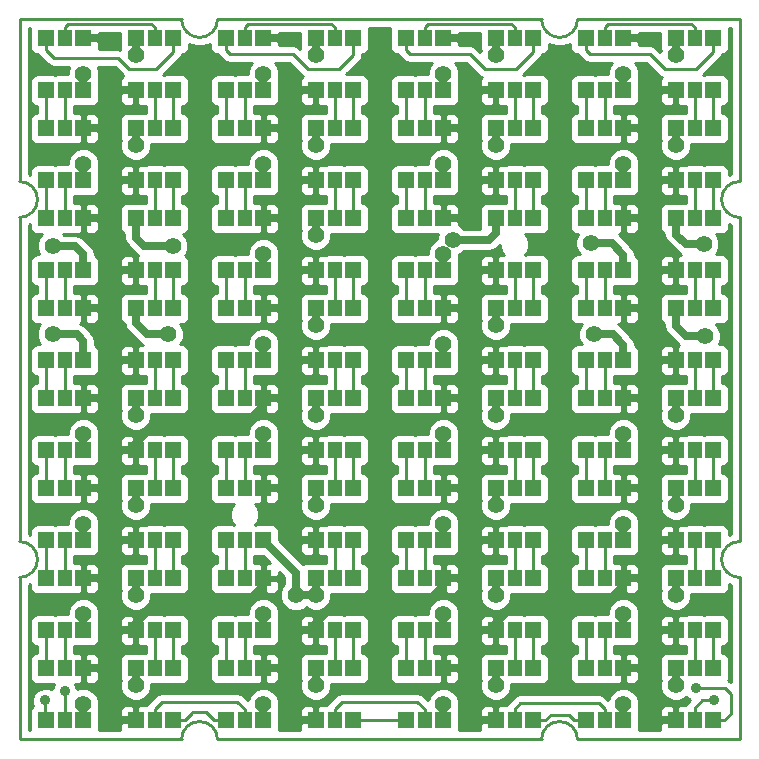
<source format=gtl>
G04 #@! TF.FileFunction,Copper,L1,Top,Signal*
%FSLAX46Y46*%
G04 Gerber Fmt 4.6, Leading zero omitted, Abs format (unit mm)*
G04 Created by KiCad (PCBNEW 4.0.2-4+6225~38~ubuntu15.04.1-stable) date Wed Feb 24 14:52:56 2016*
%MOMM*%
G01*
G04 APERTURE LIST*
%ADD10C,0.254000*%
%ADD11R,1.400000X1.400000*%
%ADD12R,1.300000X1.400000*%
%ADD13C,1.400000*%
%ADD14C,0.889000*%
%ADD15C,0.635000*%
G04 APERTURE END LIST*
D10*
X44196000Y0D02*
X16764000Y0D01*
X60960000Y0D02*
X47244000Y0D01*
X60960000Y13716000D02*
X60960000Y0D01*
X60960000Y44196000D02*
X60960000Y16764000D01*
X60960000Y60960000D02*
X60960000Y47244000D01*
X47244000Y60960000D02*
X60960000Y60960000D01*
X16764000Y60960000D02*
X44196000Y60960000D01*
X0Y60960000D02*
X13716000Y60960000D01*
X0Y47244000D02*
X0Y60960000D01*
X0Y16764000D02*
X0Y44196000D01*
X0Y0D02*
X0Y13716000D01*
X13716000Y0D02*
X0Y0D01*
X60960000Y16764000D02*
G75*
G03X59436000Y15240000I0J-1524000D01*
G01*
X59436000Y15240000D02*
G75*
G03X60960000Y13716000I1524000J0D01*
G01*
X60960000Y47244000D02*
G75*
G03X59436000Y45720000I0J-1524000D01*
G01*
X59436000Y45720000D02*
G75*
G03X60960000Y44196000I1524000J0D01*
G01*
X44196000Y60960000D02*
G75*
G03X45720000Y59436000I1524000J0D01*
G01*
X45720000Y59436000D02*
G75*
G03X47244000Y60960000I0J1524000D01*
G01*
X13716000Y60960000D02*
G75*
G03X15240000Y59436000I1524000J0D01*
G01*
X15240000Y59436000D02*
G75*
G03X16764000Y60960000I0J1524000D01*
G01*
X0Y44196000D02*
G75*
G03X1524000Y45720000I0J1524000D01*
G01*
X1524000Y45720000D02*
G75*
G03X0Y47244000I-1524000J0D01*
G01*
X0Y13716000D02*
G75*
G03X1524000Y15240000I0J1524000D01*
G01*
X1524000Y15240000D02*
G75*
G03X0Y16764000I-1524000J0D01*
G01*
X16764000Y0D02*
G75*
G03X15240000Y1524000I-1524000J0D01*
G01*
X15240000Y1524000D02*
G75*
G03X13716000Y0I0J-1524000D01*
G01*
X45720000Y1524000D02*
G75*
G03X44196000Y0I0J-1524000D01*
G01*
X47244000Y0D02*
G75*
G03X45720000Y1524000I-1524000J0D01*
G01*
D11*
X5410000Y32090000D03*
X5410000Y36490000D03*
D12*
X3810000Y36490000D03*
X3810000Y32090000D03*
D11*
X2210000Y32090000D03*
X2210000Y36490000D03*
D13*
X2794000Y34290000D03*
D11*
X5410000Y39710000D03*
X5410000Y44110000D03*
D12*
X3810000Y44110000D03*
X3810000Y39710000D03*
D11*
X2210000Y39710000D03*
X2210000Y44110000D03*
D13*
X2794000Y41783000D03*
D11*
X9830000Y44110000D03*
X9830000Y39710000D03*
D12*
X11430000Y39710000D03*
X11430000Y44110000D03*
D11*
X13030000Y44110000D03*
X13030000Y39710000D03*
D13*
X12954000Y41783000D03*
D11*
X9830000Y36490000D03*
X9830000Y32090000D03*
D12*
X11430000Y32090000D03*
X11430000Y36490000D03*
D11*
X13030000Y36490000D03*
X13030000Y32090000D03*
D13*
X12573000Y34290000D03*
D11*
X20650000Y16850000D03*
X20650000Y21250000D03*
D12*
X19050000Y21250000D03*
X19050000Y16850000D03*
D11*
X17450000Y16850000D03*
X17450000Y21250000D03*
D13*
X23368000Y12192000D03*
D11*
X35890000Y39710000D03*
X35890000Y44110000D03*
D12*
X34290000Y44110000D03*
X34290000Y39710000D03*
D11*
X32690000Y39710000D03*
X32690000Y44110000D03*
D13*
X35890000Y41110000D03*
D11*
X40310000Y44110000D03*
X40310000Y39710000D03*
D12*
X41910000Y39710000D03*
X41910000Y44110000D03*
D11*
X43510000Y44110000D03*
X43510000Y39710000D03*
D13*
X36703000Y42291000D03*
D11*
X51130000Y32090000D03*
X51130000Y36490000D03*
D12*
X49530000Y36490000D03*
X49530000Y32090000D03*
D11*
X47930000Y32090000D03*
X47930000Y36490000D03*
D13*
X48641000Y34290000D03*
D11*
X51130000Y39710000D03*
X51130000Y44110000D03*
D12*
X49530000Y44110000D03*
X49530000Y39710000D03*
D11*
X47930000Y39710000D03*
X47930000Y44110000D03*
D13*
X48387000Y42037000D03*
D11*
X55550000Y44110000D03*
X55550000Y39710000D03*
D12*
X57150000Y39710000D03*
X57150000Y44110000D03*
D11*
X58750000Y44110000D03*
X58750000Y39710000D03*
D13*
X57912000Y41910000D03*
D11*
X55550000Y36490000D03*
X55550000Y32090000D03*
D12*
X57150000Y32090000D03*
X57150000Y36490000D03*
D11*
X58750000Y36490000D03*
X58750000Y32090000D03*
D13*
X58039000Y34163000D03*
D11*
X55550000Y6010000D03*
X55550000Y1610000D03*
D12*
X57150000Y1610000D03*
X57150000Y6010000D03*
D11*
X58750000Y6010000D03*
X58750000Y1610000D03*
D13*
X55550000Y4610000D03*
D11*
X51130000Y1610000D03*
X51130000Y6010000D03*
D12*
X49530000Y6010000D03*
X49530000Y1610000D03*
D11*
X47930000Y1610000D03*
X47930000Y6010000D03*
D13*
X51130000Y3010000D03*
D11*
X40310000Y6010000D03*
X40310000Y1610000D03*
D12*
X41910000Y1610000D03*
X41910000Y6010000D03*
D11*
X43510000Y6010000D03*
X43510000Y1610000D03*
D13*
X40310000Y4610000D03*
D11*
X35890000Y1610000D03*
X35890000Y6010000D03*
D12*
X34290000Y6010000D03*
X34290000Y1610000D03*
D11*
X32690000Y1610000D03*
X32690000Y6010000D03*
D13*
X35890000Y3010000D03*
D11*
X25070000Y6010000D03*
X25070000Y1610000D03*
D12*
X26670000Y1610000D03*
X26670000Y6010000D03*
D11*
X28270000Y6010000D03*
X28270000Y1610000D03*
D13*
X25070000Y4610000D03*
D11*
X20650000Y1610000D03*
X20650000Y6010000D03*
D12*
X19050000Y6010000D03*
X19050000Y1610000D03*
D11*
X17450000Y1610000D03*
X17450000Y6010000D03*
D13*
X20650000Y3010000D03*
D11*
X9830000Y6010000D03*
X9830000Y1610000D03*
D12*
X11430000Y1610000D03*
X11430000Y6010000D03*
D11*
X13030000Y6010000D03*
X13030000Y1610000D03*
D13*
X9830000Y4610000D03*
D11*
X5410000Y1610000D03*
X5410000Y6010000D03*
D12*
X3810000Y6010000D03*
X3810000Y1610000D03*
D11*
X2210000Y1610000D03*
X2210000Y6010000D03*
D13*
X5410000Y3010000D03*
D11*
X5410000Y24470000D03*
X5410000Y28870000D03*
D12*
X3810000Y28870000D03*
X3810000Y24470000D03*
D11*
X2210000Y24470000D03*
X2210000Y28870000D03*
D13*
X5410000Y25870000D03*
D11*
X5410000Y9230000D03*
X5410000Y13630000D03*
D12*
X3810000Y13630000D03*
X3810000Y9230000D03*
D11*
X2210000Y9230000D03*
X2210000Y13630000D03*
D13*
X5410000Y10630000D03*
D11*
X5410000Y16850000D03*
X5410000Y21250000D03*
D12*
X3810000Y21250000D03*
X3810000Y16850000D03*
D11*
X2210000Y16850000D03*
X2210000Y21250000D03*
D13*
X5410000Y18250000D03*
D11*
X5410000Y47330000D03*
X5410000Y51730000D03*
D12*
X3810000Y51730000D03*
X3810000Y47330000D03*
D11*
X2210000Y47330000D03*
X2210000Y51730000D03*
D13*
X5410000Y48730000D03*
D11*
X5410000Y54950000D03*
X5410000Y59350000D03*
D12*
X3810000Y59350000D03*
X3810000Y54950000D03*
D11*
X2210000Y54950000D03*
X2210000Y59350000D03*
D13*
X5410000Y56350000D03*
D11*
X9830000Y59350000D03*
X9830000Y54950000D03*
D12*
X11430000Y54950000D03*
X11430000Y59350000D03*
D11*
X13030000Y59350000D03*
X13030000Y54950000D03*
D13*
X9830000Y57950000D03*
D11*
X9830000Y51730000D03*
X9830000Y47330000D03*
D12*
X11430000Y47330000D03*
X11430000Y51730000D03*
D11*
X13030000Y51730000D03*
X13030000Y47330000D03*
D13*
X9830000Y50330000D03*
D11*
X9830000Y28870000D03*
X9830000Y24470000D03*
D12*
X11430000Y24470000D03*
X11430000Y28870000D03*
D11*
X13030000Y28870000D03*
X13030000Y24470000D03*
D13*
X9830000Y27470000D03*
D11*
X9830000Y21250000D03*
X9830000Y16850000D03*
D12*
X11430000Y16850000D03*
X11430000Y21250000D03*
D11*
X13030000Y21250000D03*
X13030000Y16850000D03*
D13*
X9830000Y19850000D03*
D11*
X9830000Y13630000D03*
X9830000Y9230000D03*
D12*
X11430000Y9230000D03*
X11430000Y13630000D03*
D11*
X13030000Y13630000D03*
X13030000Y9230000D03*
D13*
X9830000Y12230000D03*
D11*
X20650000Y9230000D03*
X20650000Y13630000D03*
D12*
X19050000Y13630000D03*
X19050000Y9230000D03*
D11*
X17450000Y9230000D03*
X17450000Y13630000D03*
D13*
X20650000Y10630000D03*
D11*
X20650000Y24470000D03*
X20650000Y28870000D03*
D12*
X19050000Y28870000D03*
X19050000Y24470000D03*
D11*
X17450000Y24470000D03*
X17450000Y28870000D03*
D13*
X20650000Y25870000D03*
D11*
X20650000Y32090000D03*
X20650000Y36490000D03*
D12*
X19050000Y36490000D03*
X19050000Y32090000D03*
D11*
X17450000Y32090000D03*
X17450000Y36490000D03*
D13*
X20650000Y33490000D03*
D11*
X20650000Y39710000D03*
X20650000Y44110000D03*
D12*
X19050000Y44110000D03*
X19050000Y39710000D03*
D11*
X17450000Y39710000D03*
X17450000Y44110000D03*
D13*
X20650000Y41110000D03*
D11*
X20650000Y47330000D03*
X20650000Y51730000D03*
D12*
X19050000Y51730000D03*
X19050000Y47330000D03*
D11*
X17450000Y47330000D03*
X17450000Y51730000D03*
D13*
X20650000Y48730000D03*
D11*
X20650000Y54950000D03*
X20650000Y59350000D03*
D12*
X19050000Y59350000D03*
X19050000Y54950000D03*
D11*
X17450000Y54950000D03*
X17450000Y59350000D03*
D13*
X20650000Y56350000D03*
D11*
X25070000Y59350000D03*
X25070000Y54950000D03*
D12*
X26670000Y54950000D03*
X26670000Y59350000D03*
D11*
X28270000Y59350000D03*
X28270000Y54950000D03*
D13*
X25070000Y57950000D03*
D11*
X25070000Y51730000D03*
X25070000Y47330000D03*
D12*
X26670000Y47330000D03*
X26670000Y51730000D03*
D11*
X28270000Y51730000D03*
X28270000Y47330000D03*
D13*
X25070000Y50330000D03*
D11*
X25070000Y44110000D03*
X25070000Y39710000D03*
D12*
X26670000Y39710000D03*
X26670000Y44110000D03*
D11*
X28270000Y44110000D03*
X28270000Y39710000D03*
D13*
X25070000Y42710000D03*
D11*
X25070000Y36490000D03*
X25070000Y32090000D03*
D12*
X26670000Y32090000D03*
X26670000Y36490000D03*
D11*
X28270000Y36490000D03*
X28270000Y32090000D03*
D13*
X25070000Y35090000D03*
D11*
X25070000Y28870000D03*
X25070000Y24470000D03*
D12*
X26670000Y24470000D03*
X26670000Y28870000D03*
D11*
X28270000Y28870000D03*
X28270000Y24470000D03*
D13*
X25070000Y27470000D03*
D11*
X25070000Y21250000D03*
X25070000Y16850000D03*
D12*
X26670000Y16850000D03*
X26670000Y21250000D03*
D11*
X28270000Y21250000D03*
X28270000Y16850000D03*
D13*
X25070000Y19850000D03*
D11*
X25070000Y13630000D03*
X25070000Y9230000D03*
D12*
X26670000Y9230000D03*
X26670000Y13630000D03*
D11*
X28270000Y13630000D03*
X28270000Y9230000D03*
D13*
X25070000Y12230000D03*
D11*
X35890000Y9230000D03*
X35890000Y13630000D03*
D12*
X34290000Y13630000D03*
X34290000Y9230000D03*
D11*
X32690000Y9230000D03*
X32690000Y13630000D03*
D13*
X35890000Y10630000D03*
D11*
X35890000Y16850000D03*
X35890000Y21250000D03*
D12*
X34290000Y21250000D03*
X34290000Y16850000D03*
D11*
X32690000Y16850000D03*
X32690000Y21250000D03*
D13*
X35890000Y18250000D03*
D11*
X35890000Y24470000D03*
X35890000Y28870000D03*
D12*
X34290000Y28870000D03*
X34290000Y24470000D03*
D11*
X32690000Y24470000D03*
X32690000Y28870000D03*
D13*
X35890000Y25870000D03*
D11*
X35890000Y32090000D03*
X35890000Y36490000D03*
D12*
X34290000Y36490000D03*
X34290000Y32090000D03*
D11*
X32690000Y32090000D03*
X32690000Y36490000D03*
D13*
X35890000Y33490000D03*
D11*
X35890000Y47330000D03*
X35890000Y51730000D03*
D12*
X34290000Y51730000D03*
X34290000Y47330000D03*
D11*
X32690000Y47330000D03*
X32690000Y51730000D03*
D13*
X35890000Y48730000D03*
D11*
X35890000Y54950000D03*
X35890000Y59350000D03*
D12*
X34290000Y59350000D03*
X34290000Y54950000D03*
D11*
X32690000Y54950000D03*
X32690000Y59350000D03*
D13*
X35890000Y56350000D03*
D11*
X40310000Y59350000D03*
X40310000Y54950000D03*
D12*
X41910000Y54950000D03*
X41910000Y59350000D03*
D11*
X43510000Y59350000D03*
X43510000Y54950000D03*
D13*
X40310000Y57950000D03*
D11*
X40310000Y51730000D03*
X40310000Y47330000D03*
D12*
X41910000Y47330000D03*
X41910000Y51730000D03*
D11*
X43510000Y51730000D03*
X43510000Y47330000D03*
D13*
X40310000Y50330000D03*
D11*
X40310000Y36490000D03*
X40310000Y32090000D03*
D12*
X41910000Y32090000D03*
X41910000Y36490000D03*
D11*
X43510000Y36490000D03*
X43510000Y32090000D03*
D13*
X40310000Y35090000D03*
D11*
X40310000Y28870000D03*
X40310000Y24470000D03*
D12*
X41910000Y24470000D03*
X41910000Y28870000D03*
D11*
X43510000Y28870000D03*
X43510000Y24470000D03*
D13*
X40310000Y27470000D03*
D11*
X40310000Y21250000D03*
X40310000Y16850000D03*
D12*
X41910000Y16850000D03*
X41910000Y21250000D03*
D11*
X43510000Y21250000D03*
X43510000Y16850000D03*
D13*
X40310000Y19850000D03*
D11*
X40310000Y13630000D03*
X40310000Y9230000D03*
D12*
X41910000Y9230000D03*
X41910000Y13630000D03*
D11*
X43510000Y13630000D03*
X43510000Y9230000D03*
D13*
X40310000Y12230000D03*
D11*
X51130000Y9230000D03*
X51130000Y13630000D03*
D12*
X49530000Y13630000D03*
X49530000Y9230000D03*
D11*
X47930000Y9230000D03*
X47930000Y13630000D03*
D13*
X51130000Y10630000D03*
D11*
X51130000Y16850000D03*
X51130000Y21250000D03*
D12*
X49530000Y21250000D03*
X49530000Y16850000D03*
D11*
X47930000Y16850000D03*
X47930000Y21250000D03*
D13*
X51130000Y18250000D03*
D11*
X51130000Y24470000D03*
X51130000Y28870000D03*
D12*
X49530000Y28870000D03*
X49530000Y24470000D03*
D11*
X47930000Y24470000D03*
X47930000Y28870000D03*
D13*
X51130000Y25870000D03*
D11*
X51130000Y47330000D03*
X51130000Y51730000D03*
D12*
X49530000Y51730000D03*
X49530000Y47330000D03*
D11*
X47930000Y47330000D03*
X47930000Y51730000D03*
D13*
X51130000Y48730000D03*
D11*
X51130000Y54950000D03*
X51130000Y59350000D03*
D12*
X49530000Y59350000D03*
X49530000Y54950000D03*
D11*
X47930000Y54950000D03*
X47930000Y59350000D03*
D13*
X51130000Y56350000D03*
D11*
X55550000Y59350000D03*
X55550000Y54950000D03*
D12*
X57150000Y54950000D03*
X57150000Y59350000D03*
D11*
X58750000Y59350000D03*
X58750000Y54950000D03*
D13*
X55550000Y57950000D03*
D11*
X55550000Y51730000D03*
X55550000Y47330000D03*
D12*
X57150000Y47330000D03*
X57150000Y51730000D03*
D11*
X58750000Y51730000D03*
X58750000Y47330000D03*
D13*
X55550000Y50330000D03*
D11*
X55550000Y28870000D03*
X55550000Y24470000D03*
D12*
X57150000Y24470000D03*
X57150000Y28870000D03*
D11*
X58750000Y28870000D03*
X58750000Y24470000D03*
D13*
X55550000Y27470000D03*
D11*
X55550000Y21250000D03*
X55550000Y16850000D03*
D12*
X57150000Y16850000D03*
X57150000Y21250000D03*
D11*
X58750000Y21250000D03*
X58750000Y16850000D03*
D13*
X55550000Y19850000D03*
D11*
X55550000Y13630000D03*
X55550000Y9230000D03*
D12*
X57150000Y9230000D03*
X57150000Y13630000D03*
D11*
X58750000Y13630000D03*
X58750000Y9230000D03*
D13*
X55550000Y12230000D03*
D14*
X2159000Y3302000D03*
X57277000Y4318000D03*
X38100000Y22860000D03*
X22860000Y32090000D03*
X7620000Y19685000D03*
X38100000Y15240000D03*
X22860000Y10160000D03*
X15113000Y11430000D03*
X53340000Y24470000D03*
X38100000Y30226000D03*
X22860000Y26543000D03*
X7620000Y23368000D03*
X53340000Y55880000D03*
X53340000Y59055000D03*
X38100000Y55880000D03*
X38100000Y59055000D03*
X22860000Y55880000D03*
X22860000Y59055000D03*
X7620000Y55880000D03*
X7620000Y59055000D03*
X3810000Y4064000D03*
X58801000Y3302000D03*
D10*
X2159000Y3302000D02*
X2159000Y1661000D01*
X2159000Y1661000D02*
X2210000Y1610000D01*
X58750000Y1610000D02*
X59649000Y1610000D01*
X59690000Y4318000D02*
X57277000Y4318000D01*
X60198000Y3810000D02*
X59690000Y4318000D01*
X60198000Y2159000D02*
X60198000Y3810000D01*
X59649000Y1610000D02*
X60198000Y2159000D01*
D15*
X36703000Y42291000D02*
X39751000Y42291000D01*
X40310000Y42850000D02*
X40310000Y44110000D01*
X39751000Y42291000D02*
X40310000Y42850000D01*
X12954000Y41783000D02*
X10541000Y41783000D01*
X9830000Y42494000D02*
X9830000Y44110000D01*
X10541000Y41783000D02*
X9830000Y42494000D01*
X57912000Y41910000D02*
X56388000Y41910000D01*
X55550000Y42748000D02*
X55550000Y44110000D01*
X56388000Y41910000D02*
X55550000Y42748000D01*
X58039000Y34163000D02*
X56388000Y34163000D01*
X55550000Y35001000D02*
X55550000Y36490000D01*
X56388000Y34163000D02*
X55550000Y35001000D01*
X2794000Y34290000D02*
X4826000Y34290000D01*
X5410000Y33706000D02*
X5410000Y32090000D01*
X4826000Y34290000D02*
X5410000Y33706000D01*
X2794000Y41783000D02*
X4699000Y41783000D01*
X5410000Y41072000D02*
X5410000Y39710000D01*
X4699000Y41783000D02*
X5410000Y41072000D01*
X23368000Y12192000D02*
X23368000Y14132000D01*
X23368000Y14132000D02*
X20650000Y16850000D01*
X25070000Y12230000D02*
X23406000Y12230000D01*
X23406000Y12230000D02*
X23368000Y12192000D01*
X20650000Y16850000D02*
X20650000Y16815000D01*
X12573000Y34290000D02*
X10795000Y34290000D01*
X9830000Y35255000D02*
X9830000Y36490000D01*
X10795000Y34290000D02*
X9830000Y35255000D01*
X25070000Y59350000D02*
X25070000Y57950000D01*
X51130000Y32090000D02*
X51130000Y33425000D01*
X51130000Y33425000D02*
X50265000Y34290000D01*
X50265000Y34290000D02*
X48641000Y34290000D01*
X51130000Y39710000D02*
X51130000Y41045000D01*
X51130000Y41045000D02*
X50138000Y42037000D01*
X50138000Y42037000D02*
X48387000Y42037000D01*
X55550000Y57950000D02*
X55550000Y59350000D01*
X55550000Y50330000D02*
X55550000Y51730000D01*
X51130000Y48730000D02*
X51130000Y47330000D01*
X51130000Y56350000D02*
X51130000Y54950000D01*
X40310000Y51730000D02*
X40310000Y50330000D01*
X40310000Y57950000D02*
X40310000Y59350000D01*
X35890000Y41110000D02*
X35890000Y39710000D01*
X35890000Y48730000D02*
X35890000Y47330000D01*
X35890000Y56350000D02*
X35890000Y54950000D01*
X25070000Y42710000D02*
X25070000Y44110000D01*
X25070000Y50330000D02*
X25070000Y51730000D01*
X40310000Y35090000D02*
X40310000Y36490000D01*
X35890000Y33490000D02*
X35890000Y32090000D01*
X25070000Y35090000D02*
X25070000Y36490000D01*
X20650000Y33490000D02*
X20650000Y32090000D01*
X20650000Y41110000D02*
X20650000Y39710000D01*
X20650000Y48730000D02*
X20650000Y47330000D01*
X20650000Y56350000D02*
X20650000Y54950000D01*
X9830000Y51730000D02*
X9830000Y50330000D01*
X9830000Y59350000D02*
X9830000Y57950000D01*
X5410000Y48730000D02*
X5410000Y47330000D01*
X5410000Y56350000D02*
X5410000Y54950000D01*
X55550000Y28870000D02*
X55550000Y27470000D01*
X51130000Y25870000D02*
X51130000Y24470000D01*
X55550000Y21250000D02*
X55550000Y19850000D01*
X51130000Y16850000D02*
X51130000Y18250000D01*
X55550000Y13630000D02*
X55550000Y12230000D01*
X51130000Y9230000D02*
X51130000Y10630000D01*
X55550000Y6010000D02*
X55550000Y4610000D01*
X51130000Y1610000D02*
X51130000Y3010000D01*
X40310000Y6010000D02*
X40310000Y4610000D01*
X40310000Y13630000D02*
X40310000Y12230000D01*
X40310000Y21250000D02*
X40310000Y19850000D01*
X40310000Y28870000D02*
X40310000Y27470000D01*
X35890000Y24470000D02*
X35890000Y25870000D01*
X35890000Y16850000D02*
X35890000Y18250000D01*
X35890000Y9230000D02*
X35890000Y10630000D01*
X35890000Y1610000D02*
X35890000Y3010000D01*
X25070000Y6010000D02*
X25070000Y4610000D01*
X25070000Y13630000D02*
X25070000Y12230000D01*
X25070000Y21250000D02*
X25070000Y19850000D01*
X25070000Y28870000D02*
X25070000Y27470000D01*
X20650000Y24470000D02*
X20650000Y25870000D01*
X20650000Y9230000D02*
X20650000Y10630000D01*
X20650000Y1610000D02*
X20650000Y3010000D01*
X9830000Y28870000D02*
X9830000Y27470000D01*
X9830000Y21250000D02*
X9830000Y19850000D01*
X9830000Y13630000D02*
X9830000Y12230000D01*
X9830000Y6010000D02*
X9830000Y4610000D01*
X5410000Y25870000D02*
X5410000Y24470000D01*
X5410000Y16850000D02*
X5410000Y18250000D01*
X5410000Y9230000D02*
X5410000Y10630000D01*
X5410000Y1610000D02*
X5410000Y3010000D01*
X40310000Y39710000D02*
X39075000Y39710000D01*
X39075000Y39710000D02*
X38100000Y38735000D01*
X38100000Y47330000D02*
X38100000Y44958000D01*
X38100000Y44958000D02*
X37252000Y44110000D01*
X16510000Y26670000D02*
X19050000Y26670000D01*
X11430000Y26670000D02*
X16510000Y26670000D01*
X16510000Y26670000D02*
X17145000Y26670000D01*
X38100000Y21250000D02*
X38100000Y22860000D01*
X38100000Y24470000D02*
X38100000Y22860000D01*
X7620000Y19685000D02*
X7620000Y21250000D01*
X7620000Y16850000D02*
X7620000Y19685000D01*
X51130000Y6010000D02*
X53340000Y6010000D01*
X55550000Y1610000D02*
X54270000Y1610000D01*
X53340000Y2540000D02*
X53340000Y6010000D01*
X53340000Y6010000D02*
X53340000Y9230000D01*
X54270000Y1610000D02*
X53340000Y2540000D01*
X35890000Y6010000D02*
X38100000Y6010000D01*
X40310000Y1610000D02*
X39030000Y1610000D01*
X38100000Y2540000D02*
X38100000Y6010000D01*
X38100000Y6010000D02*
X38100000Y9230000D01*
X39030000Y1610000D02*
X38100000Y2540000D01*
X20650000Y6010000D02*
X22860000Y6010000D01*
X25070000Y1610000D02*
X23790000Y1610000D01*
X22860000Y2540000D02*
X22860000Y6010000D01*
X22860000Y6010000D02*
X22860000Y10160000D01*
X23790000Y1610000D02*
X22860000Y2540000D01*
X5410000Y6010000D02*
X7620000Y6010000D01*
X7620000Y2485000D02*
X7620000Y6010000D01*
X7620000Y6010000D02*
X7620000Y9230000D01*
X9830000Y1610000D02*
X8495000Y1610000D01*
X8495000Y1610000D02*
X7620000Y2485000D01*
X25070000Y9230000D02*
X23790000Y9230000D01*
X23790000Y9230000D02*
X22860000Y10160000D01*
X11430000Y11430000D02*
X15113000Y11430000D01*
X15113000Y11430000D02*
X19050000Y11430000D01*
X9830000Y9230000D02*
X9830000Y9830000D01*
X9830000Y9830000D02*
X11430000Y11430000D01*
X19050000Y11430000D02*
X20650000Y13030000D01*
X20650000Y13030000D02*
X20650000Y13630000D01*
X9830000Y24470000D02*
X9830000Y25070000D01*
X9830000Y25070000D02*
X11430000Y26670000D01*
X19050000Y26670000D02*
X20650000Y28270000D01*
X20650000Y28270000D02*
X20650000Y28870000D01*
X38100000Y28870000D02*
X38100000Y30226000D01*
X38100000Y30226000D02*
X38100000Y32090000D01*
X22860000Y24470000D02*
X22860000Y26543000D01*
X22860000Y26543000D02*
X22860000Y28870000D01*
X7620000Y21250000D02*
X7620000Y23368000D01*
X7620000Y23368000D02*
X7620000Y24470000D01*
X53340000Y54950000D02*
X53340000Y55880000D01*
X53045000Y59350000D02*
X51130000Y59350000D01*
X53340000Y59055000D02*
X53045000Y59350000D01*
X38100000Y54950000D02*
X38100000Y55880000D01*
X37805000Y59350000D02*
X35890000Y59350000D01*
X38100000Y59055000D02*
X37805000Y59350000D01*
X22860000Y54950000D02*
X22860000Y55880000D01*
X22565000Y59350000D02*
X20650000Y59350000D01*
X22860000Y59055000D02*
X22565000Y59350000D01*
X7620000Y54950000D02*
X7620000Y55880000D01*
X7325000Y59350000D02*
X5410000Y59350000D01*
X7620000Y59055000D02*
X7325000Y59350000D01*
X40310000Y9230000D02*
X40310000Y9830000D01*
X40310000Y9830000D02*
X41910000Y11430000D01*
X49530000Y11430000D02*
X51130000Y13030000D01*
X41910000Y11430000D02*
X49530000Y11430000D01*
X51130000Y13030000D02*
X51130000Y13630000D01*
X25070000Y9230000D02*
X25070000Y9830000D01*
X25070000Y9830000D02*
X26670000Y11430000D01*
X34290000Y11430000D02*
X35890000Y13030000D01*
X26670000Y11430000D02*
X34290000Y11430000D01*
X35890000Y13030000D02*
X35890000Y13630000D01*
X55550000Y9230000D02*
X53340000Y9230000D01*
X51130000Y13630000D02*
X53340000Y13630000D01*
X55550000Y16850000D02*
X53340000Y16850000D01*
X51130000Y21250000D02*
X53340000Y21250000D01*
X55550000Y24470000D02*
X53340000Y24470000D01*
X51130000Y28870000D02*
X53340000Y28870000D01*
X55550000Y32090000D02*
X53340000Y32090000D01*
X51130000Y36490000D02*
X53340000Y36490000D01*
X55550000Y39710000D02*
X53340000Y39710000D01*
X51130000Y44110000D02*
X53340000Y44110000D01*
X55550000Y47330000D02*
X53340000Y47330000D01*
X51130000Y51730000D02*
X53340000Y51730000D01*
X55550000Y54950000D02*
X53340000Y54950000D01*
X53340000Y9230000D02*
X53340000Y13630000D01*
X53340000Y13630000D02*
X53340000Y16850000D01*
X53340000Y16850000D02*
X53340000Y21250000D01*
X53340000Y21250000D02*
X53340000Y24470000D01*
X53340000Y24470000D02*
X53340000Y28870000D01*
X53340000Y28870000D02*
X53340000Y32090000D01*
X53340000Y32090000D02*
X53340000Y36490000D01*
X53340000Y36490000D02*
X53340000Y39710000D01*
X53340000Y39710000D02*
X53340000Y44110000D01*
X53340000Y44110000D02*
X53340000Y47330000D01*
X53340000Y47330000D02*
X53340000Y51730000D01*
X53340000Y51730000D02*
X53340000Y54950000D01*
X40310000Y9230000D02*
X38100000Y9230000D01*
X35890000Y13630000D02*
X38100000Y13630000D01*
X40310000Y16850000D02*
X38100000Y16850000D01*
X35890000Y21250000D02*
X38100000Y21250000D01*
X40310000Y24470000D02*
X38100000Y24470000D01*
X35890000Y28870000D02*
X38100000Y28870000D01*
X40310000Y32090000D02*
X38100000Y32090000D01*
X35890000Y36490000D02*
X38100000Y36490000D01*
X35890000Y44110000D02*
X37252000Y44110000D01*
X40310000Y47330000D02*
X38100000Y47330000D01*
X35890000Y51730000D02*
X38100000Y51730000D01*
X40310000Y54950000D02*
X38100000Y54950000D01*
X38100000Y9230000D02*
X38100000Y13630000D01*
X38100000Y13630000D02*
X38100000Y15240000D01*
X38100000Y15240000D02*
X38100000Y16850000D01*
X38100000Y16850000D02*
X38100000Y21250000D01*
X38100000Y24470000D02*
X38100000Y28870000D01*
X38100000Y32090000D02*
X38100000Y36490000D01*
X38100000Y36490000D02*
X38100000Y38735000D01*
X38100000Y47330000D02*
X38100000Y51730000D01*
X38100000Y51730000D02*
X38100000Y54950000D01*
X25070000Y16850000D02*
X22860000Y16850000D01*
X20650000Y21250000D02*
X22860000Y21250000D01*
X25070000Y24470000D02*
X22860000Y24470000D01*
X20650000Y28870000D02*
X22860000Y28870000D01*
X25070000Y32090000D02*
X22860000Y32090000D01*
X20650000Y36490000D02*
X22860000Y36490000D01*
X25070000Y39710000D02*
X22860000Y39710000D01*
X20650000Y44110000D02*
X22860000Y44110000D01*
X25070000Y47330000D02*
X22860000Y47330000D01*
X20650000Y51730000D02*
X22860000Y51730000D01*
X25070000Y54950000D02*
X22860000Y54950000D01*
X22860000Y16850000D02*
X22860000Y21250000D01*
X22860000Y21250000D02*
X22860000Y24470000D01*
X22860000Y28870000D02*
X22860000Y32090000D01*
X22860000Y32090000D02*
X22860000Y36490000D01*
X22860000Y36490000D02*
X22860000Y39710000D01*
X22860000Y39710000D02*
X22860000Y44110000D01*
X22860000Y44110000D02*
X22860000Y47330000D01*
X22860000Y47330000D02*
X22860000Y51730000D01*
X22860000Y51730000D02*
X22860000Y54950000D01*
X9830000Y54950000D02*
X7620000Y54950000D01*
X9830000Y47330000D02*
X7620000Y47330000D01*
X9830000Y39710000D02*
X7620000Y39710000D01*
X9830000Y32090000D02*
X7620000Y32090000D01*
X9830000Y24470000D02*
X7620000Y24470000D01*
X9830000Y16850000D02*
X7620000Y16850000D01*
X9830000Y9230000D02*
X7620000Y9230000D01*
X5410000Y13630000D02*
X7620000Y13630000D01*
X5410000Y21250000D02*
X7620000Y21250000D01*
X5410000Y28870000D02*
X7620000Y28870000D01*
X5410000Y36490000D02*
X7620000Y36490000D01*
X5410000Y44110000D02*
X7620000Y44110000D01*
X5410000Y51730000D02*
X7620000Y51730000D01*
X7620000Y9230000D02*
X7620000Y13630000D01*
X7620000Y13630000D02*
X7620000Y16850000D01*
X7620000Y24470000D02*
X7620000Y28870000D01*
X7620000Y28870000D02*
X7620000Y32090000D01*
X7620000Y32090000D02*
X7620000Y36490000D01*
X7620000Y36490000D02*
X7620000Y39710000D01*
X7620000Y39710000D02*
X7620000Y44110000D01*
X7620000Y44110000D02*
X7620000Y47330000D01*
X7620000Y47330000D02*
X7620000Y51730000D01*
X7620000Y51730000D02*
X7620000Y54950000D01*
D10*
X3810000Y1610000D02*
X3810000Y4064000D01*
X57150000Y1610000D02*
X57150000Y2667000D01*
X57785000Y3302000D02*
X58801000Y3302000D01*
X57150000Y2667000D02*
X57785000Y3302000D01*
X3810000Y59350000D02*
X3810000Y60304000D01*
X3810000Y60304000D02*
X4085000Y60579000D01*
X4085000Y60579000D02*
X11155000Y60579000D01*
X11155000Y60579000D02*
X11430000Y60304000D01*
X11430000Y60304000D02*
X11430000Y59350000D01*
X2921000Y57685000D02*
X8355000Y57685000D01*
X8355000Y57685000D02*
X9271000Y56769000D01*
X11557000Y56769000D02*
X13030000Y58242000D01*
X13030000Y58242000D02*
X13030000Y59350000D01*
X9271000Y56769000D02*
X11557000Y56769000D01*
X2210000Y59350000D02*
X2210000Y58396000D01*
X2210000Y58396000D02*
X2921000Y57685000D01*
X19050000Y1610000D02*
X19050000Y2564000D01*
X19050000Y2564000D02*
X18439000Y3175000D01*
X18439000Y3175000D02*
X12041000Y3175000D01*
X12041000Y3175000D02*
X11430000Y2564000D01*
X11430000Y2564000D02*
X11430000Y1610000D01*
X14605000Y2286000D02*
X14605000Y2231000D01*
X14605000Y2231000D02*
X13984000Y1610000D01*
X13984000Y1610000D02*
X13030000Y1610000D01*
X15820000Y2286000D02*
X14605000Y2286000D01*
X17450000Y1610000D02*
X16496000Y1610000D01*
X16496000Y1610000D02*
X15820000Y2286000D01*
X19325000Y60579000D02*
X26395000Y60579000D01*
X26395000Y60579000D02*
X26670000Y60304000D01*
X26670000Y60304000D02*
X26670000Y59350000D01*
X19050000Y59350000D02*
X19050000Y60304000D01*
X19050000Y60304000D02*
X19325000Y60579000D01*
X17807000Y58039000D02*
X23114000Y58039000D01*
X23114000Y58039000D02*
X24384000Y56769000D01*
X27051000Y56769000D02*
X28270000Y57988000D01*
X28270000Y57988000D02*
X28270000Y59350000D01*
X24384000Y56769000D02*
X27051000Y56769000D01*
X17450000Y59350000D02*
X17450000Y58396000D01*
X17450000Y58396000D02*
X17807000Y58039000D01*
X33679000Y3175000D02*
X27281000Y3175000D01*
X27281000Y3175000D02*
X26670000Y2564000D01*
X26670000Y2564000D02*
X26670000Y1610000D01*
X34290000Y1610000D02*
X34290000Y2564000D01*
X34290000Y2564000D02*
X33679000Y3175000D01*
X28270000Y1610000D02*
X32690000Y1610000D01*
X34565000Y60579000D02*
X41635000Y60579000D01*
X41635000Y60579000D02*
X41910000Y60304000D01*
X41910000Y60304000D02*
X41910000Y59350000D01*
X34290000Y59350000D02*
X34290000Y60304000D01*
X34290000Y60304000D02*
X34565000Y60579000D01*
X33047000Y58039000D02*
X38100000Y58039000D01*
X38100000Y58039000D02*
X39370000Y56769000D01*
X42037000Y56769000D02*
X43510000Y58242000D01*
X43510000Y58242000D02*
X43510000Y59350000D01*
X39370000Y56769000D02*
X42037000Y56769000D01*
X32690000Y59350000D02*
X32690000Y58396000D01*
X32690000Y58396000D02*
X33047000Y58039000D01*
X42394000Y3048000D02*
X49046000Y3048000D01*
X49046000Y3048000D02*
X49530000Y2564000D01*
X49530000Y2564000D02*
X49530000Y1610000D01*
X41910000Y1610000D02*
X41910000Y2564000D01*
X41910000Y2564000D02*
X42394000Y3048000D01*
X43510000Y1610000D02*
X44464000Y1610000D01*
X44464000Y1610000D02*
X44958000Y2104000D01*
X44958000Y2104000D02*
X46482000Y2104000D01*
X46482000Y2104000D02*
X46976000Y1610000D01*
X46976000Y1610000D02*
X47930000Y1610000D01*
X49805000Y60579000D02*
X56875000Y60579000D01*
X56875000Y60579000D02*
X57150000Y60304000D01*
X57150000Y60304000D02*
X57150000Y59350000D01*
X49530000Y59350000D02*
X49530000Y60304000D01*
X49530000Y60304000D02*
X49805000Y60579000D01*
X57277000Y56769000D02*
X58750000Y58242000D01*
X58750000Y58242000D02*
X58750000Y59350000D01*
X54610000Y56769000D02*
X57277000Y56769000D01*
X53340000Y58039000D02*
X54610000Y56769000D01*
X48287000Y58039000D02*
X53340000Y58039000D01*
X47930000Y59350000D02*
X47930000Y58396000D01*
X47930000Y58396000D02*
X48287000Y58039000D01*
X3810000Y6010000D02*
X3810000Y9230000D01*
X2210000Y6010000D02*
X2210000Y9230000D01*
X3810000Y13630000D02*
X3810000Y16850000D01*
X2210000Y13630000D02*
X2210000Y16850000D01*
X3810000Y21250000D02*
X3810000Y24470000D01*
X2210000Y21250000D02*
X2210000Y24470000D01*
X3810000Y28870000D02*
X3810000Y32090000D01*
X2210000Y28870000D02*
X2210000Y32090000D01*
X3810000Y36490000D02*
X3810000Y39710000D01*
X2210000Y36490000D02*
X2210000Y39710000D01*
X3810000Y44110000D02*
X3810000Y47330000D01*
X2210000Y44110000D02*
X2210000Y47330000D01*
X3810000Y54950000D02*
X3810000Y51730000D01*
X2210000Y51730000D02*
X2210000Y54950000D01*
X11430000Y51730000D02*
X11430000Y54950000D01*
X13030000Y54950000D02*
X13030000Y51730000D01*
X11430000Y47330000D02*
X11430000Y44110000D01*
X13030000Y44110000D02*
X13030000Y47330000D01*
X11430000Y39710000D02*
X11430000Y36490000D01*
X13030000Y39710000D02*
X13030000Y36490000D01*
X11430000Y32090000D02*
X11430000Y28870000D01*
X13030000Y32090000D02*
X13030000Y28870000D01*
X11430000Y21250000D02*
X11430000Y24470000D01*
X13030000Y21250000D02*
X13030000Y24470000D01*
X11430000Y13630000D02*
X11430000Y16850000D01*
X13030000Y13630000D02*
X13030000Y16850000D01*
X11430000Y9230000D02*
X11430000Y6010000D01*
X13030000Y9230000D02*
X13030000Y6010000D01*
X19050000Y6010000D02*
X19050000Y9230000D01*
X17450000Y9230000D02*
X17450000Y6010000D01*
X19050000Y16850000D02*
X19050000Y13630000D01*
X17450000Y13630000D02*
X17450000Y16850000D01*
X19050000Y24470000D02*
X19050000Y21250000D01*
X17450000Y21250000D02*
X17450000Y24470000D01*
X19050000Y28870000D02*
X19050000Y32090000D01*
X17450000Y32090000D02*
X17450000Y28870000D01*
X19050000Y36490000D02*
X19050000Y39710000D01*
X17450000Y36490000D02*
X17450000Y39710000D01*
X19050000Y47330000D02*
X19050000Y44110000D01*
X17450000Y47330000D02*
X17450000Y44110000D01*
X19050000Y54950000D02*
X19050000Y51730000D01*
X17450000Y54950000D02*
X17450000Y51730000D01*
X26670000Y51730000D02*
X26670000Y54950000D01*
X28270000Y51730000D02*
X28270000Y54950000D01*
X26670000Y44110000D02*
X26670000Y47330000D01*
X28270000Y47330000D02*
X28270000Y44110000D01*
X26670000Y39710000D02*
X26670000Y36490000D01*
X28270000Y36490000D02*
X28270000Y39710000D01*
X26670000Y32090000D02*
X26670000Y28870000D01*
X28270000Y28870000D02*
X28270000Y32090000D01*
X26670000Y21250000D02*
X26670000Y24470000D01*
X28270000Y24470000D02*
X28270000Y21250000D01*
X26670000Y16850000D02*
X26670000Y13630000D01*
X28270000Y13630000D02*
X28270000Y16850000D01*
X26670000Y9230000D02*
X26670000Y6010000D01*
X28270000Y6010000D02*
X28270000Y9230000D01*
X34290000Y9230000D02*
X34290000Y6010000D01*
X32690000Y6010000D02*
X32690000Y9230000D01*
X34290000Y16850000D02*
X34290000Y13630000D01*
X32690000Y13630000D02*
X32690000Y16850000D01*
X34290000Y24470000D02*
X34290000Y21250000D01*
X32690000Y21250000D02*
X32690000Y24470000D01*
X34290000Y32090000D02*
X34290000Y28870000D01*
X32690000Y28870000D02*
X32690000Y32090000D01*
X34290000Y39710000D02*
X34290000Y36490000D01*
X32690000Y36490000D02*
X32690000Y39710000D01*
X34290000Y47330000D02*
X34290000Y44110000D01*
X32690000Y44110000D02*
X32690000Y47330000D01*
X34290000Y54950000D02*
X34290000Y51730000D01*
X32690000Y51730000D02*
X32690000Y54950000D01*
X41910000Y51730000D02*
X41910000Y54950000D01*
X43510000Y54950000D02*
X43510000Y51730000D01*
X41910000Y47330000D02*
X41910000Y44110000D01*
X43510000Y47330000D02*
X43510000Y44110000D01*
X41910000Y39710000D02*
X41910000Y36490000D01*
X43510000Y39710000D02*
X43510000Y36490000D01*
X41910000Y28870000D02*
X41910000Y32090000D01*
X43510000Y32090000D02*
X43510000Y28870000D01*
X41910000Y21250000D02*
X41910000Y24470000D01*
X43510000Y24470000D02*
X43510000Y21250000D01*
X41910000Y13630000D02*
X41910000Y16850000D01*
X43510000Y16850000D02*
X43510000Y13630000D01*
X41910000Y6010000D02*
X41910000Y9230000D01*
X43510000Y9230000D02*
X43510000Y6010000D01*
X49530000Y9230000D02*
X49530000Y6010000D01*
X47930000Y6010000D02*
X47930000Y9230000D01*
X49530000Y16850000D02*
X49530000Y13630000D01*
X47930000Y13630000D02*
X47930000Y16850000D01*
X49530000Y24470000D02*
X49530000Y21250000D01*
X47930000Y21250000D02*
X47930000Y24470000D01*
X49530000Y32090000D02*
X49530000Y28870000D01*
X47930000Y28870000D02*
X47930000Y32090000D01*
X49530000Y39710000D02*
X49530000Y36490000D01*
X47930000Y36490000D02*
X47930000Y39710000D01*
X49530000Y47330000D02*
X49530000Y44110000D01*
X47930000Y44110000D02*
X47930000Y47330000D01*
X49530000Y54950000D02*
X49530000Y51730000D01*
X47930000Y51730000D02*
X47930000Y54950000D01*
X57150000Y54950000D02*
X57150000Y51730000D01*
X58750000Y51730000D02*
X58750000Y54950000D01*
X57150000Y44110000D02*
X57150000Y47330000D01*
X58750000Y47330000D02*
X58750000Y44110000D01*
X57150000Y36490000D02*
X57150000Y39710000D01*
X58750000Y39710000D02*
X58750000Y36490000D01*
X57150000Y32090000D02*
X57150000Y28870000D01*
X58750000Y28870000D02*
X58750000Y32090000D01*
X57150000Y21250000D02*
X57150000Y24470000D01*
X58750000Y24470000D02*
X58750000Y21250000D01*
X57150000Y13630000D02*
X57150000Y16850000D01*
X58750000Y16850000D02*
X58750000Y13630000D01*
X57150000Y6010000D02*
X57150000Y9230000D01*
X58750000Y9230000D02*
X58750000Y6010000D01*
G36*
X862560Y60050000D02*
X862560Y58650000D01*
X906838Y58414683D01*
X1045910Y58198559D01*
X1258110Y58053569D01*
X1510000Y58002560D01*
X1574048Y58002560D01*
X1583777Y57988000D01*
X1671185Y57857185D01*
X2382185Y57146185D01*
X2629395Y56981004D01*
X2921000Y56923000D01*
X4202414Y56923000D01*
X4075232Y56616713D01*
X4074954Y56297440D01*
X3160000Y56297440D01*
X3030411Y56273056D01*
X2910000Y56297440D01*
X1510000Y56297440D01*
X1274683Y56253162D01*
X1058559Y56114090D01*
X913569Y55901890D01*
X862560Y55650000D01*
X862560Y54250000D01*
X906838Y54014683D01*
X1045910Y53798559D01*
X1258110Y53653569D01*
X1448000Y53615115D01*
X1448000Y53065774D01*
X1274683Y53033162D01*
X1058559Y52894090D01*
X913569Y52681890D01*
X862560Y52430000D01*
X862560Y51030000D01*
X906838Y50794683D01*
X1045910Y50578559D01*
X1258110Y50433569D01*
X1510000Y50382560D01*
X2910000Y50382560D01*
X3039589Y50406944D01*
X3160000Y50382560D01*
X4460000Y50382560D01*
X4565705Y50402450D01*
X4583690Y50395000D01*
X5124250Y50395000D01*
X5283000Y50553750D01*
X5283000Y51603000D01*
X5537000Y51603000D01*
X5537000Y50553750D01*
X5695750Y50395000D01*
X6236310Y50395000D01*
X6469699Y50491673D01*
X6648327Y50670302D01*
X6745000Y50903691D01*
X6745000Y51444250D01*
X6586250Y51603000D01*
X5537000Y51603000D01*
X5283000Y51603000D01*
X5263000Y51603000D01*
X5263000Y51857000D01*
X5283000Y51857000D01*
X5283000Y52906250D01*
X5537000Y52906250D01*
X5537000Y51857000D01*
X6586250Y51857000D01*
X6745000Y52015750D01*
X6745000Y52556309D01*
X6648327Y52789698D01*
X6469699Y52968327D01*
X6236310Y53065000D01*
X5695750Y53065000D01*
X5537000Y52906250D01*
X5283000Y52906250D01*
X5124250Y53065000D01*
X4583690Y53065000D01*
X4572000Y53060158D01*
X4572000Y53623634D01*
X4589589Y53626944D01*
X4710000Y53602560D01*
X6110000Y53602560D01*
X6345317Y53646838D01*
X6561441Y53785910D01*
X6706431Y53998110D01*
X6757440Y54250000D01*
X6757440Y54664250D01*
X8495000Y54664250D01*
X8495000Y54123691D01*
X8591673Y53890302D01*
X8770301Y53711673D01*
X9003690Y53615000D01*
X9544250Y53615000D01*
X9703000Y53773750D01*
X9703000Y54823000D01*
X8653750Y54823000D01*
X8495000Y54664250D01*
X6757440Y54664250D01*
X6757440Y55650000D01*
X6713162Y55885317D01*
X6682409Y55933109D01*
X6744768Y56083287D01*
X6745231Y56614383D01*
X6617713Y56923000D01*
X8039370Y56923000D01*
X8732185Y56230184D01*
X8785442Y56194599D01*
X8770301Y56188327D01*
X8591673Y56009698D01*
X8495000Y55776309D01*
X8495000Y55235750D01*
X8653750Y55077000D01*
X9703000Y55077000D01*
X9703000Y55097000D01*
X9957000Y55097000D01*
X9957000Y55077000D01*
X9977000Y55077000D01*
X9977000Y54823000D01*
X9957000Y54823000D01*
X9957000Y53773750D01*
X10115750Y53615000D01*
X10656310Y53615000D01*
X10668000Y53619842D01*
X10668000Y53056366D01*
X10650411Y53053056D01*
X10530000Y53077440D01*
X9130000Y53077440D01*
X8894683Y53033162D01*
X8678559Y52894090D01*
X8533569Y52681890D01*
X8482560Y52430000D01*
X8482560Y51030000D01*
X8526838Y50794683D01*
X8557591Y50746891D01*
X8495232Y50596713D01*
X8494769Y50065617D01*
X8697582Y49574771D01*
X9072796Y49198902D01*
X9563287Y48995232D01*
X10094383Y48994769D01*
X10585229Y49197582D01*
X10961098Y49572796D01*
X11164768Y50063287D01*
X11165046Y50382560D01*
X12080000Y50382560D01*
X12209589Y50406944D01*
X12330000Y50382560D01*
X13730000Y50382560D01*
X13965317Y50426838D01*
X14181441Y50565910D01*
X14326431Y50778110D01*
X14377440Y51030000D01*
X14377440Y52430000D01*
X14333162Y52665317D01*
X14194090Y52881441D01*
X13981890Y53026431D01*
X13792000Y53064885D01*
X13792000Y53614226D01*
X13965317Y53646838D01*
X14181441Y53785910D01*
X14326431Y53998110D01*
X14377440Y54250000D01*
X14377440Y55650000D01*
X14333162Y55885317D01*
X14194090Y56101441D01*
X13981890Y56246431D01*
X13730000Y56297440D01*
X12330000Y56297440D01*
X12200411Y56273056D01*
X12149081Y56283451D01*
X13568816Y57703185D01*
X13733997Y57950396D01*
X13744932Y58005370D01*
X13965317Y58046838D01*
X14181441Y58185910D01*
X14326431Y58398110D01*
X14377440Y58650000D01*
X14377440Y58858784D01*
X14508132Y58804649D01*
X14508136Y58804649D01*
X15091341Y58688642D01*
X15388659Y58688642D01*
X15971869Y58804650D01*
X16085647Y58851779D01*
X16102560Y58858784D01*
X16102560Y58650000D01*
X16146838Y58414683D01*
X16285910Y58198559D01*
X16498110Y58053569D01*
X16750000Y58002560D01*
X16814048Y58002560D01*
X16823777Y57988000D01*
X16911185Y57857185D01*
X17268184Y57500185D01*
X17428005Y57393396D01*
X17515395Y57335004D01*
X17807000Y57277000D01*
X19688994Y57277000D01*
X19518902Y57107204D01*
X19315232Y56616713D01*
X19314954Y56297440D01*
X18400000Y56297440D01*
X18270411Y56273056D01*
X18150000Y56297440D01*
X16750000Y56297440D01*
X16514683Y56253162D01*
X16298559Y56114090D01*
X16153569Y55901890D01*
X16102560Y55650000D01*
X16102560Y54250000D01*
X16146838Y54014683D01*
X16285910Y53798559D01*
X16498110Y53653569D01*
X16688000Y53615115D01*
X16688000Y53065774D01*
X16514683Y53033162D01*
X16298559Y52894090D01*
X16153569Y52681890D01*
X16102560Y52430000D01*
X16102560Y51030000D01*
X16146838Y50794683D01*
X16285910Y50578559D01*
X16498110Y50433569D01*
X16750000Y50382560D01*
X18150000Y50382560D01*
X18279589Y50406944D01*
X18400000Y50382560D01*
X19700000Y50382560D01*
X19805705Y50402450D01*
X19823690Y50395000D01*
X20364250Y50395000D01*
X20523000Y50553750D01*
X20523000Y51603000D01*
X20777000Y51603000D01*
X20777000Y50553750D01*
X20935750Y50395000D01*
X21476310Y50395000D01*
X21709699Y50491673D01*
X21888327Y50670302D01*
X21985000Y50903691D01*
X21985000Y51444250D01*
X21826250Y51603000D01*
X20777000Y51603000D01*
X20523000Y51603000D01*
X20503000Y51603000D01*
X20503000Y51857000D01*
X20523000Y51857000D01*
X20523000Y52906250D01*
X20777000Y52906250D01*
X20777000Y51857000D01*
X21826250Y51857000D01*
X21985000Y52015750D01*
X21985000Y52556309D01*
X21888327Y52789698D01*
X21709699Y52968327D01*
X21476310Y53065000D01*
X20935750Y53065000D01*
X20777000Y52906250D01*
X20523000Y52906250D01*
X20364250Y53065000D01*
X19823690Y53065000D01*
X19812000Y53060158D01*
X19812000Y53623634D01*
X19829589Y53626944D01*
X19950000Y53602560D01*
X21350000Y53602560D01*
X21585317Y53646838D01*
X21801441Y53785910D01*
X21946431Y53998110D01*
X21997440Y54250000D01*
X21997440Y54664250D01*
X23735000Y54664250D01*
X23735000Y54123691D01*
X23831673Y53890302D01*
X24010301Y53711673D01*
X24243690Y53615000D01*
X24784250Y53615000D01*
X24943000Y53773750D01*
X24943000Y54823000D01*
X23893750Y54823000D01*
X23735000Y54664250D01*
X21997440Y54664250D01*
X21997440Y55650000D01*
X21953162Y55885317D01*
X21922409Y55933109D01*
X21984768Y56083287D01*
X21985231Y56614383D01*
X21782418Y57105229D01*
X21610946Y57277000D01*
X22798370Y57277000D01*
X23845184Y56230185D01*
X23969257Y56147282D01*
X23831673Y56009698D01*
X23735000Y55776309D01*
X23735000Y55235750D01*
X23893750Y55077000D01*
X24943000Y55077000D01*
X24943000Y55097000D01*
X25197000Y55097000D01*
X25197000Y55077000D01*
X25217000Y55077000D01*
X25217000Y54823000D01*
X25197000Y54823000D01*
X25197000Y53773750D01*
X25355750Y53615000D01*
X25896310Y53615000D01*
X25908000Y53619842D01*
X25908000Y53056366D01*
X25890411Y53053056D01*
X25770000Y53077440D01*
X24370000Y53077440D01*
X24134683Y53033162D01*
X23918559Y52894090D01*
X23773569Y52681890D01*
X23722560Y52430000D01*
X23722560Y51030000D01*
X23766838Y50794683D01*
X23797591Y50746891D01*
X23735232Y50596713D01*
X23734769Y50065617D01*
X23937582Y49574771D01*
X24312796Y49198902D01*
X24803287Y48995232D01*
X25334383Y48994769D01*
X25825229Y49197582D01*
X26201098Y49572796D01*
X26404768Y50063287D01*
X26405046Y50382560D01*
X27320000Y50382560D01*
X27449589Y50406944D01*
X27570000Y50382560D01*
X28970000Y50382560D01*
X29205317Y50426838D01*
X29421441Y50565910D01*
X29566431Y50778110D01*
X29617440Y51030000D01*
X29617440Y52430000D01*
X29573162Y52665317D01*
X29434090Y52881441D01*
X29221890Y53026431D01*
X29032000Y53064885D01*
X29032000Y53614226D01*
X29205317Y53646838D01*
X29421441Y53785910D01*
X29566431Y53998110D01*
X29617440Y54250000D01*
X29617440Y55650000D01*
X29573162Y55885317D01*
X29434090Y56101441D01*
X29221890Y56246431D01*
X28970000Y56297440D01*
X27657070Y56297440D01*
X28808815Y57449184D01*
X28973996Y57696395D01*
X28975347Y57703185D01*
X29032000Y57988000D01*
X29032000Y58014226D01*
X29205317Y58046838D01*
X29421441Y58185910D01*
X29566431Y58398110D01*
X29617440Y58650000D01*
X29617440Y60050000D01*
X29589592Y60198000D01*
X31372531Y60198000D01*
X31342560Y60050000D01*
X31342560Y58650000D01*
X31386838Y58414683D01*
X31525910Y58198559D01*
X31738110Y58053569D01*
X31990000Y58002560D01*
X32054048Y58002560D01*
X32063777Y57988000D01*
X32151185Y57857185D01*
X32508184Y57500185D01*
X32668005Y57393396D01*
X32755395Y57335004D01*
X33047000Y57277000D01*
X34928994Y57277000D01*
X34758902Y57107204D01*
X34555232Y56616713D01*
X34554954Y56297440D01*
X33640000Y56297440D01*
X33510411Y56273056D01*
X33390000Y56297440D01*
X31990000Y56297440D01*
X31754683Y56253162D01*
X31538559Y56114090D01*
X31393569Y55901890D01*
X31342560Y55650000D01*
X31342560Y54250000D01*
X31386838Y54014683D01*
X31525910Y53798559D01*
X31738110Y53653569D01*
X31928000Y53615115D01*
X31928000Y53065774D01*
X31754683Y53033162D01*
X31538559Y52894090D01*
X31393569Y52681890D01*
X31342560Y52430000D01*
X31342560Y51030000D01*
X31386838Y50794683D01*
X31525910Y50578559D01*
X31738110Y50433569D01*
X31990000Y50382560D01*
X33390000Y50382560D01*
X33519589Y50406944D01*
X33640000Y50382560D01*
X34940000Y50382560D01*
X35045705Y50402450D01*
X35063690Y50395000D01*
X35604250Y50395000D01*
X35763000Y50553750D01*
X35763000Y51603000D01*
X36017000Y51603000D01*
X36017000Y50553750D01*
X36175750Y50395000D01*
X36716310Y50395000D01*
X36949699Y50491673D01*
X37128327Y50670302D01*
X37225000Y50903691D01*
X37225000Y51444250D01*
X37066250Y51603000D01*
X36017000Y51603000D01*
X35763000Y51603000D01*
X35743000Y51603000D01*
X35743000Y51857000D01*
X35763000Y51857000D01*
X35763000Y52906250D01*
X36017000Y52906250D01*
X36017000Y51857000D01*
X37066250Y51857000D01*
X37225000Y52015750D01*
X37225000Y52556309D01*
X37128327Y52789698D01*
X36949699Y52968327D01*
X36716310Y53065000D01*
X36175750Y53065000D01*
X36017000Y52906250D01*
X35763000Y52906250D01*
X35604250Y53065000D01*
X35063690Y53065000D01*
X35052000Y53060158D01*
X35052000Y53623634D01*
X35069589Y53626944D01*
X35190000Y53602560D01*
X36590000Y53602560D01*
X36825317Y53646838D01*
X37041441Y53785910D01*
X37186431Y53998110D01*
X37237440Y54250000D01*
X37237440Y54664250D01*
X38975000Y54664250D01*
X38975000Y54123691D01*
X39071673Y53890302D01*
X39250301Y53711673D01*
X39483690Y53615000D01*
X40024250Y53615000D01*
X40183000Y53773750D01*
X40183000Y54823000D01*
X39133750Y54823000D01*
X38975000Y54664250D01*
X37237440Y54664250D01*
X37237440Y55650000D01*
X37193162Y55885317D01*
X37162409Y55933109D01*
X37224768Y56083287D01*
X37225231Y56614383D01*
X37022418Y57105229D01*
X36850946Y57277000D01*
X37784370Y57277000D01*
X38831184Y56230185D01*
X39051033Y56083287D01*
X39078395Y56065004D01*
X39118918Y56056943D01*
X39071673Y56009698D01*
X38975000Y55776309D01*
X38975000Y55235750D01*
X39133750Y55077000D01*
X40183000Y55077000D01*
X40183000Y55097000D01*
X40437000Y55097000D01*
X40437000Y55077000D01*
X40457000Y55077000D01*
X40457000Y54823000D01*
X40437000Y54823000D01*
X40437000Y53773750D01*
X40595750Y53615000D01*
X41136310Y53615000D01*
X41148000Y53619842D01*
X41148000Y53056366D01*
X41130411Y53053056D01*
X41010000Y53077440D01*
X39610000Y53077440D01*
X39374683Y53033162D01*
X39158559Y52894090D01*
X39013569Y52681890D01*
X38962560Y52430000D01*
X38962560Y51030000D01*
X39006838Y50794683D01*
X39037591Y50746891D01*
X38975232Y50596713D01*
X38974769Y50065617D01*
X39177582Y49574771D01*
X39552796Y49198902D01*
X40043287Y48995232D01*
X40574383Y48994769D01*
X41065229Y49197582D01*
X41441098Y49572796D01*
X41644768Y50063287D01*
X41645046Y50382560D01*
X42560000Y50382560D01*
X42689589Y50406944D01*
X42810000Y50382560D01*
X44210000Y50382560D01*
X44445317Y50426838D01*
X44661441Y50565910D01*
X44806431Y50778110D01*
X44857440Y51030000D01*
X44857440Y52430000D01*
X44813162Y52665317D01*
X44674090Y52881441D01*
X44461890Y53026431D01*
X44272000Y53064885D01*
X44272000Y53614226D01*
X44445317Y53646838D01*
X44661441Y53785910D01*
X44806431Y53998110D01*
X44857440Y54250000D01*
X44857440Y55650000D01*
X44813162Y55885317D01*
X44674090Y56101441D01*
X44461890Y56246431D01*
X44210000Y56297440D01*
X42810000Y56297440D01*
X42680411Y56273056D01*
X42629081Y56283451D01*
X44048816Y57703185D01*
X44213997Y57950396D01*
X44224932Y58005370D01*
X44445317Y58046838D01*
X44661441Y58185910D01*
X44806431Y58398110D01*
X44857440Y58650000D01*
X44857440Y58858784D01*
X44988132Y58804649D01*
X44988136Y58804649D01*
X45571341Y58688642D01*
X45868659Y58688642D01*
X46451869Y58804650D01*
X46565647Y58851779D01*
X46582560Y58858784D01*
X46582560Y58650000D01*
X46626838Y58414683D01*
X46765910Y58198559D01*
X46978110Y58053569D01*
X47230000Y58002560D01*
X47294048Y58002560D01*
X47303777Y57988000D01*
X47391185Y57857185D01*
X47748184Y57500185D01*
X47908005Y57393396D01*
X47995395Y57335004D01*
X48287000Y57277000D01*
X50168994Y57277000D01*
X49998902Y57107204D01*
X49795232Y56616713D01*
X49794954Y56297440D01*
X48880000Y56297440D01*
X48750411Y56273056D01*
X48630000Y56297440D01*
X47230000Y56297440D01*
X46994683Y56253162D01*
X46778559Y56114090D01*
X46633569Y55901890D01*
X46582560Y55650000D01*
X46582560Y54250000D01*
X46626838Y54014683D01*
X46765910Y53798559D01*
X46978110Y53653569D01*
X47168000Y53615115D01*
X47168000Y53065774D01*
X46994683Y53033162D01*
X46778559Y52894090D01*
X46633569Y52681890D01*
X46582560Y52430000D01*
X46582560Y51030000D01*
X46626838Y50794683D01*
X46765910Y50578559D01*
X46978110Y50433569D01*
X47230000Y50382560D01*
X48630000Y50382560D01*
X48759589Y50406944D01*
X48880000Y50382560D01*
X50180000Y50382560D01*
X50285705Y50402450D01*
X50303690Y50395000D01*
X50844250Y50395000D01*
X51003000Y50553750D01*
X51003000Y51603000D01*
X51257000Y51603000D01*
X51257000Y50553750D01*
X51415750Y50395000D01*
X51956310Y50395000D01*
X52189699Y50491673D01*
X52368327Y50670302D01*
X52465000Y50903691D01*
X52465000Y51444250D01*
X52306250Y51603000D01*
X51257000Y51603000D01*
X51003000Y51603000D01*
X50983000Y51603000D01*
X50983000Y51857000D01*
X51003000Y51857000D01*
X51003000Y52906250D01*
X51257000Y52906250D01*
X51257000Y51857000D01*
X52306250Y51857000D01*
X52465000Y52015750D01*
X52465000Y52556309D01*
X52368327Y52789698D01*
X52189699Y52968327D01*
X51956310Y53065000D01*
X51415750Y53065000D01*
X51257000Y52906250D01*
X51003000Y52906250D01*
X50844250Y53065000D01*
X50303690Y53065000D01*
X50292000Y53060158D01*
X50292000Y53623634D01*
X50309589Y53626944D01*
X50430000Y53602560D01*
X51830000Y53602560D01*
X52065317Y53646838D01*
X52281441Y53785910D01*
X52426431Y53998110D01*
X52477440Y54250000D01*
X52477440Y54664250D01*
X54215000Y54664250D01*
X54215000Y54123691D01*
X54311673Y53890302D01*
X54490301Y53711673D01*
X54723690Y53615000D01*
X55264250Y53615000D01*
X55423000Y53773750D01*
X55423000Y54823000D01*
X54373750Y54823000D01*
X54215000Y54664250D01*
X52477440Y54664250D01*
X52477440Y55650000D01*
X52433162Y55885317D01*
X52402409Y55933109D01*
X52464768Y56083287D01*
X52465231Y56614383D01*
X52262418Y57105229D01*
X52090946Y57277000D01*
X53024370Y57277000D01*
X54071184Y56230185D01*
X54291033Y56083287D01*
X54318395Y56065004D01*
X54358918Y56056943D01*
X54311673Y56009698D01*
X54215000Y55776309D01*
X54215000Y55235750D01*
X54373750Y55077000D01*
X55423000Y55077000D01*
X55423000Y55097000D01*
X55677000Y55097000D01*
X55677000Y55077000D01*
X55697000Y55077000D01*
X55697000Y54823000D01*
X55677000Y54823000D01*
X55677000Y53773750D01*
X55835750Y53615000D01*
X56376310Y53615000D01*
X56388000Y53619842D01*
X56388000Y53056366D01*
X56370411Y53053056D01*
X56250000Y53077440D01*
X54850000Y53077440D01*
X54614683Y53033162D01*
X54398559Y52894090D01*
X54253569Y52681890D01*
X54202560Y52430000D01*
X54202560Y51030000D01*
X54246838Y50794683D01*
X54277591Y50746891D01*
X54215232Y50596713D01*
X54214769Y50065617D01*
X54417582Y49574771D01*
X54792796Y49198902D01*
X55283287Y48995232D01*
X55814383Y48994769D01*
X56305229Y49197582D01*
X56681098Y49572796D01*
X56884768Y50063287D01*
X56885046Y50382560D01*
X57800000Y50382560D01*
X57929589Y50406944D01*
X58050000Y50382560D01*
X59450000Y50382560D01*
X59685317Y50426838D01*
X59901441Y50565910D01*
X60046431Y50778110D01*
X60097440Y51030000D01*
X60097440Y52430000D01*
X60053162Y52665317D01*
X59914090Y52881441D01*
X59701890Y53026431D01*
X59512000Y53064885D01*
X59512000Y53614226D01*
X59685317Y53646838D01*
X59901441Y53785910D01*
X60046431Y53998110D01*
X60097440Y54250000D01*
X60097440Y55650000D01*
X60053162Y55885317D01*
X59914090Y56101441D01*
X59701890Y56246431D01*
X59450000Y56297440D01*
X58050000Y56297440D01*
X57920411Y56273056D01*
X57869081Y56283451D01*
X59288816Y57703185D01*
X59453997Y57950396D01*
X59464932Y58005370D01*
X59685317Y58046838D01*
X59901441Y58185910D01*
X60046431Y58398110D01*
X60097440Y58650000D01*
X60097440Y60050000D01*
X60069592Y60198000D01*
X60198000Y60198000D01*
X60198000Y47862870D01*
X60097440Y47821216D01*
X60097440Y48030000D01*
X60053162Y48265317D01*
X59914090Y48481441D01*
X59701890Y48626431D01*
X59450000Y48677440D01*
X58050000Y48677440D01*
X57920411Y48653056D01*
X57800000Y48677440D01*
X56500000Y48677440D01*
X56394295Y48657550D01*
X56376310Y48665000D01*
X55835750Y48665000D01*
X55677000Y48506250D01*
X55677000Y47457000D01*
X55697000Y47457000D01*
X55697000Y47203000D01*
X55677000Y47203000D01*
X55677000Y46153750D01*
X55835750Y45995000D01*
X56376310Y45995000D01*
X56388000Y45999842D01*
X56388000Y45436366D01*
X56370411Y45433056D01*
X56250000Y45457440D01*
X54850000Y45457440D01*
X54614683Y45413162D01*
X54398559Y45274090D01*
X54253569Y45061890D01*
X54202560Y44810000D01*
X54202560Y43410000D01*
X54246838Y43174683D01*
X54385910Y42958559D01*
X54597500Y42813986D01*
X54597500Y42748000D01*
X54670005Y42383494D01*
X54876481Y42074481D01*
X55714481Y41236481D01*
X56001052Y41045000D01*
X55835750Y41045000D01*
X55677000Y40886250D01*
X55677000Y39837000D01*
X55697000Y39837000D01*
X55697000Y39583000D01*
X55677000Y39583000D01*
X55677000Y38533750D01*
X55835750Y38375000D01*
X56376310Y38375000D01*
X56388000Y38379842D01*
X56388000Y37816366D01*
X56370411Y37813056D01*
X56250000Y37837440D01*
X54850000Y37837440D01*
X54614683Y37793162D01*
X54398559Y37654090D01*
X54253569Y37441890D01*
X54202560Y37190000D01*
X54202560Y35790000D01*
X54246838Y35554683D01*
X54385910Y35338559D01*
X54597500Y35193986D01*
X54597500Y35001000D01*
X54670005Y34636494D01*
X54876481Y34327481D01*
X55714481Y33489481D01*
X55825830Y33415080D01*
X55677000Y33266250D01*
X55677000Y32217000D01*
X55697000Y32217000D01*
X55697000Y31963000D01*
X55677000Y31963000D01*
X55677000Y30913750D01*
X55835750Y30755000D01*
X56376310Y30755000D01*
X56388000Y30759842D01*
X56388000Y30196366D01*
X56370411Y30193056D01*
X56250000Y30217440D01*
X54850000Y30217440D01*
X54614683Y30173162D01*
X54398559Y30034090D01*
X54253569Y29821890D01*
X54202560Y29570000D01*
X54202560Y28170000D01*
X54246838Y27934683D01*
X54277591Y27886891D01*
X54215232Y27736713D01*
X54214769Y27205617D01*
X54417582Y26714771D01*
X54792796Y26338902D01*
X55283287Y26135232D01*
X55814383Y26134769D01*
X56305229Y26337582D01*
X56681098Y26712796D01*
X56884768Y27203287D01*
X56885046Y27522560D01*
X57800000Y27522560D01*
X57929589Y27546944D01*
X58050000Y27522560D01*
X59450000Y27522560D01*
X59685317Y27566838D01*
X59901441Y27705910D01*
X60046431Y27918110D01*
X60097440Y28170000D01*
X60097440Y29570000D01*
X60053162Y29805317D01*
X59914090Y30021441D01*
X59701890Y30166431D01*
X59512000Y30204885D01*
X59512000Y30754226D01*
X59685317Y30786838D01*
X59901441Y30925910D01*
X60046431Y31138110D01*
X60097440Y31390000D01*
X60097440Y32790000D01*
X60053162Y33025317D01*
X59914090Y33241441D01*
X59701890Y33386431D01*
X59450000Y33437440D01*
X59183238Y33437440D01*
X59373768Y33896287D01*
X59374231Y34427383D01*
X59171418Y34918229D01*
X58947478Y35142560D01*
X59450000Y35142560D01*
X59685317Y35186838D01*
X59901441Y35325910D01*
X60046431Y35538110D01*
X60097440Y35790000D01*
X60097440Y37190000D01*
X60053162Y37425317D01*
X59914090Y37641441D01*
X59701890Y37786431D01*
X59512000Y37824885D01*
X59512000Y38374226D01*
X59685317Y38406838D01*
X59901441Y38545910D01*
X60046431Y38758110D01*
X60097440Y39010000D01*
X60097440Y40410000D01*
X60053162Y40645317D01*
X59914090Y40861441D01*
X59701890Y41006431D01*
X59450000Y41057440D01*
X58947576Y41057440D01*
X59043098Y41152796D01*
X59246768Y41643287D01*
X59247231Y42174383D01*
X59044418Y42665229D01*
X58947257Y42762560D01*
X59450000Y42762560D01*
X59685317Y42806838D01*
X59901441Y42945910D01*
X60046431Y43158110D01*
X60097440Y43410000D01*
X60097440Y43618784D01*
X60198000Y43577130D01*
X60198000Y17382870D01*
X60097440Y17341216D01*
X60097440Y17550000D01*
X60053162Y17785317D01*
X59914090Y18001441D01*
X59701890Y18146431D01*
X59450000Y18197440D01*
X58050000Y18197440D01*
X57920411Y18173056D01*
X57800000Y18197440D01*
X56500000Y18197440D01*
X56394295Y18177550D01*
X56376310Y18185000D01*
X55835750Y18185000D01*
X55677000Y18026250D01*
X55677000Y16977000D01*
X55697000Y16977000D01*
X55697000Y16723000D01*
X55677000Y16723000D01*
X55677000Y15673750D01*
X55835750Y15515000D01*
X56376310Y15515000D01*
X56388000Y15519842D01*
X56388000Y14956366D01*
X56370411Y14953056D01*
X56250000Y14977440D01*
X54850000Y14977440D01*
X54614683Y14933162D01*
X54398559Y14794090D01*
X54253569Y14581890D01*
X54202560Y14330000D01*
X54202560Y12930000D01*
X54246838Y12694683D01*
X54277591Y12646891D01*
X54215232Y12496713D01*
X54214769Y11965617D01*
X54417582Y11474771D01*
X54792796Y11098902D01*
X55283287Y10895232D01*
X55814383Y10894769D01*
X56305229Y11097582D01*
X56681098Y11472796D01*
X56884768Y11963287D01*
X56885046Y12282560D01*
X57800000Y12282560D01*
X57929589Y12306944D01*
X58050000Y12282560D01*
X59450000Y12282560D01*
X59685317Y12326838D01*
X59901441Y12465910D01*
X60046431Y12678110D01*
X60097440Y12930000D01*
X60097440Y13138784D01*
X60198000Y13097130D01*
X60198000Y4877405D01*
X60088902Y4950302D01*
X60009170Y5003577D01*
X60046431Y5058110D01*
X60097440Y5310000D01*
X60097440Y6710000D01*
X60053162Y6945317D01*
X59914090Y7161441D01*
X59701890Y7306431D01*
X59512000Y7344885D01*
X59512000Y7894226D01*
X59685317Y7926838D01*
X59901441Y8065910D01*
X60046431Y8278110D01*
X60097440Y8530000D01*
X60097440Y9930000D01*
X60053162Y10165317D01*
X59914090Y10381441D01*
X59701890Y10526431D01*
X59450000Y10577440D01*
X58050000Y10577440D01*
X57920411Y10553056D01*
X57800000Y10577440D01*
X56500000Y10577440D01*
X56394295Y10557550D01*
X56376310Y10565000D01*
X55835750Y10565000D01*
X55677000Y10406250D01*
X55677000Y9357000D01*
X55697000Y9357000D01*
X55697000Y9103000D01*
X55677000Y9103000D01*
X55677000Y8053750D01*
X55835750Y7895000D01*
X56376310Y7895000D01*
X56388000Y7899842D01*
X56388000Y7336366D01*
X56370411Y7333056D01*
X56250000Y7357440D01*
X54850000Y7357440D01*
X54614683Y7313162D01*
X54398559Y7174090D01*
X54253569Y6961890D01*
X54202560Y6710000D01*
X54202560Y5310000D01*
X54246838Y5074683D01*
X54277591Y5026891D01*
X54215232Y4876713D01*
X54214769Y4345617D01*
X54417582Y3854771D01*
X54792796Y3478902D01*
X55283287Y3275232D01*
X55814383Y3274769D01*
X56305229Y3477582D01*
X56448183Y3620287D01*
X56664714Y3403378D01*
X56766487Y3361118D01*
X56611185Y3205815D01*
X56446004Y2958605D01*
X56443664Y2946840D01*
X56394295Y2937550D01*
X56376310Y2945000D01*
X55835750Y2945000D01*
X55677000Y2786250D01*
X55677000Y1737000D01*
X55697000Y1737000D01*
X55697000Y1483000D01*
X55677000Y1483000D01*
X55677000Y1463000D01*
X55423000Y1463000D01*
X55423000Y1483000D01*
X54373750Y1483000D01*
X54215000Y1324250D01*
X54215000Y783691D01*
X54223985Y762000D01*
X52447469Y762000D01*
X52477440Y910000D01*
X52477440Y2310000D01*
X52453674Y2436309D01*
X54215000Y2436309D01*
X54215000Y1895750D01*
X54373750Y1737000D01*
X55423000Y1737000D01*
X55423000Y2786250D01*
X55264250Y2945000D01*
X54723690Y2945000D01*
X54490301Y2848327D01*
X54311673Y2669698D01*
X54215000Y2436309D01*
X52453674Y2436309D01*
X52433162Y2545317D01*
X52402409Y2593109D01*
X52464768Y2743287D01*
X52465231Y3274383D01*
X52262418Y3765229D01*
X51887204Y4141098D01*
X51396713Y4344768D01*
X50865617Y4345231D01*
X50374771Y4142418D01*
X49998902Y3767204D01*
X49824480Y3347150D01*
X49584815Y3586815D01*
X49544124Y3614004D01*
X49337605Y3751996D01*
X49046000Y3810000D01*
X42394000Y3810000D01*
X42102395Y3751996D01*
X41855184Y3586815D01*
X41371186Y3102816D01*
X41371185Y3102815D01*
X41274048Y2957440D01*
X41260000Y2957440D01*
X41154295Y2937550D01*
X41136310Y2945000D01*
X40595750Y2945000D01*
X40437000Y2786250D01*
X40437000Y1737000D01*
X40457000Y1737000D01*
X40457000Y1483000D01*
X40437000Y1483000D01*
X40437000Y1463000D01*
X40183000Y1463000D01*
X40183000Y1483000D01*
X39133750Y1483000D01*
X38975000Y1324250D01*
X38975000Y783691D01*
X38983985Y762000D01*
X37207469Y762000D01*
X37237440Y910000D01*
X37237440Y2310000D01*
X37213674Y2436309D01*
X38975000Y2436309D01*
X38975000Y1895750D01*
X39133750Y1737000D01*
X40183000Y1737000D01*
X40183000Y2786250D01*
X40024250Y2945000D01*
X39483690Y2945000D01*
X39250301Y2848327D01*
X39071673Y2669698D01*
X38975000Y2436309D01*
X37213674Y2436309D01*
X37193162Y2545317D01*
X37162409Y2593109D01*
X37224768Y2743287D01*
X37225231Y3274383D01*
X37022418Y3765229D01*
X36647204Y4141098D01*
X36156713Y4344768D01*
X35625617Y4345231D01*
X35134771Y4142418D01*
X34758902Y3767204D01*
X34584480Y3347150D01*
X34217815Y3713815D01*
X34160673Y3751996D01*
X33970605Y3878996D01*
X33679000Y3937000D01*
X27281000Y3937000D01*
X26989395Y3878996D01*
X26742184Y3713815D01*
X26131186Y3102816D01*
X26131185Y3102815D01*
X26034048Y2957440D01*
X26020000Y2957440D01*
X25914295Y2937550D01*
X25896310Y2945000D01*
X25355750Y2945000D01*
X25197000Y2786250D01*
X25197000Y1737000D01*
X25217000Y1737000D01*
X25217000Y1483000D01*
X25197000Y1483000D01*
X25197000Y1463000D01*
X24943000Y1463000D01*
X24943000Y1483000D01*
X23893750Y1483000D01*
X23735000Y1324250D01*
X23735000Y783691D01*
X23743985Y762000D01*
X21967469Y762000D01*
X21997440Y910000D01*
X21997440Y2310000D01*
X21973674Y2436309D01*
X23735000Y2436309D01*
X23735000Y1895750D01*
X23893750Y1737000D01*
X24943000Y1737000D01*
X24943000Y2786250D01*
X24784250Y2945000D01*
X24243690Y2945000D01*
X24010301Y2848327D01*
X23831673Y2669698D01*
X23735000Y2436309D01*
X21973674Y2436309D01*
X21953162Y2545317D01*
X21922409Y2593109D01*
X21984768Y2743287D01*
X21985231Y3274383D01*
X21782418Y3765229D01*
X21407204Y4141098D01*
X20916713Y4344768D01*
X20385617Y4345231D01*
X19894771Y4142418D01*
X19518902Y3767204D01*
X19344480Y3347150D01*
X18977815Y3713815D01*
X18920673Y3751996D01*
X18730605Y3878996D01*
X18439000Y3937000D01*
X12041000Y3937000D01*
X11749395Y3878996D01*
X11502184Y3713815D01*
X10891186Y3102816D01*
X10891185Y3102815D01*
X10794048Y2957440D01*
X10780000Y2957440D01*
X10674295Y2937550D01*
X10656310Y2945000D01*
X10115750Y2945000D01*
X9957000Y2786250D01*
X9957000Y1737000D01*
X9977000Y1737000D01*
X9977000Y1483000D01*
X9957000Y1483000D01*
X9957000Y1463000D01*
X9703000Y1463000D01*
X9703000Y1483000D01*
X8653750Y1483000D01*
X8495000Y1324250D01*
X8495000Y783691D01*
X8503985Y762000D01*
X6727469Y762000D01*
X6757440Y910000D01*
X6757440Y2310000D01*
X6733674Y2436309D01*
X8495000Y2436309D01*
X8495000Y1895750D01*
X8653750Y1737000D01*
X9703000Y1737000D01*
X9703000Y2786250D01*
X9544250Y2945000D01*
X9003690Y2945000D01*
X8770301Y2848327D01*
X8591673Y2669698D01*
X8495000Y2436309D01*
X6733674Y2436309D01*
X6713162Y2545317D01*
X6682409Y2593109D01*
X6744768Y2743287D01*
X6745231Y3274383D01*
X6542418Y3765229D01*
X6167204Y4141098D01*
X5676713Y4344768D01*
X5145617Y4345231D01*
X4889654Y4239469D01*
X4889687Y4277784D01*
X4725689Y4674689D01*
X4725379Y4675000D01*
X5124250Y4675000D01*
X5283000Y4833750D01*
X5283000Y5883000D01*
X5537000Y5883000D01*
X5537000Y4833750D01*
X5695750Y4675000D01*
X6236310Y4675000D01*
X6469699Y4771673D01*
X6648327Y4950302D01*
X6745000Y5183691D01*
X6745000Y5724250D01*
X6586250Y5883000D01*
X5537000Y5883000D01*
X5283000Y5883000D01*
X5263000Y5883000D01*
X5263000Y6137000D01*
X5283000Y6137000D01*
X5283000Y7186250D01*
X5537000Y7186250D01*
X5537000Y6137000D01*
X6586250Y6137000D01*
X6745000Y6295750D01*
X6745000Y6710000D01*
X8482560Y6710000D01*
X8482560Y5310000D01*
X8526838Y5074683D01*
X8557591Y5026891D01*
X8495232Y4876713D01*
X8494769Y4345617D01*
X8697582Y3854771D01*
X9072796Y3478902D01*
X9563287Y3275232D01*
X10094383Y3274769D01*
X10585229Y3477582D01*
X10961098Y3852796D01*
X11164768Y4343287D01*
X11165046Y4662560D01*
X12080000Y4662560D01*
X12209589Y4686944D01*
X12330000Y4662560D01*
X13730000Y4662560D01*
X13965317Y4706838D01*
X14181441Y4845910D01*
X14326431Y5058110D01*
X14377440Y5310000D01*
X14377440Y6710000D01*
X14333162Y6945317D01*
X14194090Y7161441D01*
X13981890Y7306431D01*
X13792000Y7344885D01*
X13792000Y7894226D01*
X13965317Y7926838D01*
X14181441Y8065910D01*
X14326431Y8278110D01*
X14377440Y8530000D01*
X14377440Y9930000D01*
X16102560Y9930000D01*
X16102560Y8530000D01*
X16146838Y8294683D01*
X16285910Y8078559D01*
X16498110Y7933569D01*
X16688000Y7895115D01*
X16688000Y7345774D01*
X16514683Y7313162D01*
X16298559Y7174090D01*
X16153569Y6961890D01*
X16102560Y6710000D01*
X16102560Y5310000D01*
X16146838Y5074683D01*
X16285910Y4858559D01*
X16498110Y4713569D01*
X16750000Y4662560D01*
X18150000Y4662560D01*
X18279589Y4686944D01*
X18400000Y4662560D01*
X19700000Y4662560D01*
X19805705Y4682450D01*
X19823690Y4675000D01*
X20364250Y4675000D01*
X20523000Y4833750D01*
X20523000Y5883000D01*
X20777000Y5883000D01*
X20777000Y4833750D01*
X20935750Y4675000D01*
X21476310Y4675000D01*
X21709699Y4771673D01*
X21888327Y4950302D01*
X21985000Y5183691D01*
X21985000Y5724250D01*
X21826250Y5883000D01*
X20777000Y5883000D01*
X20523000Y5883000D01*
X20503000Y5883000D01*
X20503000Y6137000D01*
X20523000Y6137000D01*
X20523000Y7186250D01*
X20777000Y7186250D01*
X20777000Y6137000D01*
X21826250Y6137000D01*
X21985000Y6295750D01*
X21985000Y6710000D01*
X23722560Y6710000D01*
X23722560Y5310000D01*
X23766838Y5074683D01*
X23797591Y5026891D01*
X23735232Y4876713D01*
X23734769Y4345617D01*
X23937582Y3854771D01*
X24312796Y3478902D01*
X24803287Y3275232D01*
X25334383Y3274769D01*
X25825229Y3477582D01*
X26201098Y3852796D01*
X26404768Y4343287D01*
X26405046Y4662560D01*
X27320000Y4662560D01*
X27449589Y4686944D01*
X27570000Y4662560D01*
X28970000Y4662560D01*
X29205317Y4706838D01*
X29421441Y4845910D01*
X29566431Y5058110D01*
X29617440Y5310000D01*
X29617440Y6710000D01*
X29573162Y6945317D01*
X29434090Y7161441D01*
X29221890Y7306431D01*
X29032000Y7344885D01*
X29032000Y7894226D01*
X29205317Y7926838D01*
X29421441Y8065910D01*
X29566431Y8278110D01*
X29617440Y8530000D01*
X29617440Y9930000D01*
X31342560Y9930000D01*
X31342560Y8530000D01*
X31386838Y8294683D01*
X31525910Y8078559D01*
X31738110Y7933569D01*
X31928000Y7895115D01*
X31928000Y7345774D01*
X31754683Y7313162D01*
X31538559Y7174090D01*
X31393569Y6961890D01*
X31342560Y6710000D01*
X31342560Y5310000D01*
X31386838Y5074683D01*
X31525910Y4858559D01*
X31738110Y4713569D01*
X31990000Y4662560D01*
X33390000Y4662560D01*
X33519589Y4686944D01*
X33640000Y4662560D01*
X34940000Y4662560D01*
X35045705Y4682450D01*
X35063690Y4675000D01*
X35604250Y4675000D01*
X35763000Y4833750D01*
X35763000Y5883000D01*
X36017000Y5883000D01*
X36017000Y4833750D01*
X36175750Y4675000D01*
X36716310Y4675000D01*
X36949699Y4771673D01*
X37128327Y4950302D01*
X37225000Y5183691D01*
X37225000Y5724250D01*
X37066250Y5883000D01*
X36017000Y5883000D01*
X35763000Y5883000D01*
X35743000Y5883000D01*
X35743000Y6137000D01*
X35763000Y6137000D01*
X35763000Y7186250D01*
X36017000Y7186250D01*
X36017000Y6137000D01*
X37066250Y6137000D01*
X37225000Y6295750D01*
X37225000Y6710000D01*
X38962560Y6710000D01*
X38962560Y5310000D01*
X39006838Y5074683D01*
X39037591Y5026891D01*
X38975232Y4876713D01*
X38974769Y4345617D01*
X39177582Y3854771D01*
X39552796Y3478902D01*
X40043287Y3275232D01*
X40574383Y3274769D01*
X41065229Y3477582D01*
X41441098Y3852796D01*
X41644768Y4343287D01*
X41645046Y4662560D01*
X42560000Y4662560D01*
X42689589Y4686944D01*
X42810000Y4662560D01*
X44210000Y4662560D01*
X44445317Y4706838D01*
X44661441Y4845910D01*
X44806431Y5058110D01*
X44857440Y5310000D01*
X44857440Y6710000D01*
X44813162Y6945317D01*
X44674090Y7161441D01*
X44461890Y7306431D01*
X44272000Y7344885D01*
X44272000Y7894226D01*
X44445317Y7926838D01*
X44661441Y8065910D01*
X44806431Y8278110D01*
X44857440Y8530000D01*
X44857440Y9930000D01*
X46582560Y9930000D01*
X46582560Y8530000D01*
X46626838Y8294683D01*
X46765910Y8078559D01*
X46978110Y7933569D01*
X47168000Y7895115D01*
X47168000Y7345774D01*
X46994683Y7313162D01*
X46778559Y7174090D01*
X46633569Y6961890D01*
X46582560Y6710000D01*
X46582560Y5310000D01*
X46626838Y5074683D01*
X46765910Y4858559D01*
X46978110Y4713569D01*
X47230000Y4662560D01*
X48630000Y4662560D01*
X48759589Y4686944D01*
X48880000Y4662560D01*
X50180000Y4662560D01*
X50285705Y4682450D01*
X50303690Y4675000D01*
X50844250Y4675000D01*
X51003000Y4833750D01*
X51003000Y5883000D01*
X51257000Y5883000D01*
X51257000Y4833750D01*
X51415750Y4675000D01*
X51956310Y4675000D01*
X52189699Y4771673D01*
X52368327Y4950302D01*
X52465000Y5183691D01*
X52465000Y5724250D01*
X52306250Y5883000D01*
X51257000Y5883000D01*
X51003000Y5883000D01*
X50983000Y5883000D01*
X50983000Y6137000D01*
X51003000Y6137000D01*
X51003000Y7186250D01*
X51257000Y7186250D01*
X51257000Y6137000D01*
X52306250Y6137000D01*
X52465000Y6295750D01*
X52465000Y6836309D01*
X52368327Y7069698D01*
X52189699Y7248327D01*
X51956310Y7345000D01*
X51415750Y7345000D01*
X51257000Y7186250D01*
X51003000Y7186250D01*
X50844250Y7345000D01*
X50303690Y7345000D01*
X50292000Y7340158D01*
X50292000Y7903634D01*
X50309589Y7906944D01*
X50430000Y7882560D01*
X51830000Y7882560D01*
X52065317Y7926838D01*
X52281441Y8065910D01*
X52426431Y8278110D01*
X52477440Y8530000D01*
X52477440Y8944250D01*
X54215000Y8944250D01*
X54215000Y8403691D01*
X54311673Y8170302D01*
X54490301Y7991673D01*
X54723690Y7895000D01*
X55264250Y7895000D01*
X55423000Y8053750D01*
X55423000Y9103000D01*
X54373750Y9103000D01*
X54215000Y8944250D01*
X52477440Y8944250D01*
X52477440Y9930000D01*
X52453674Y10056309D01*
X54215000Y10056309D01*
X54215000Y9515750D01*
X54373750Y9357000D01*
X55423000Y9357000D01*
X55423000Y10406250D01*
X55264250Y10565000D01*
X54723690Y10565000D01*
X54490301Y10468327D01*
X54311673Y10289698D01*
X54215000Y10056309D01*
X52453674Y10056309D01*
X52433162Y10165317D01*
X52402409Y10213109D01*
X52464768Y10363287D01*
X52465231Y10894383D01*
X52262418Y11385229D01*
X51887204Y11761098D01*
X51396713Y11964768D01*
X50865617Y11965231D01*
X50374771Y11762418D01*
X49998902Y11387204D01*
X49795232Y10896713D01*
X49794954Y10577440D01*
X48880000Y10577440D01*
X48750411Y10553056D01*
X48630000Y10577440D01*
X47230000Y10577440D01*
X46994683Y10533162D01*
X46778559Y10394090D01*
X46633569Y10181890D01*
X46582560Y9930000D01*
X44857440Y9930000D01*
X44813162Y10165317D01*
X44674090Y10381441D01*
X44461890Y10526431D01*
X44210000Y10577440D01*
X42810000Y10577440D01*
X42680411Y10553056D01*
X42560000Y10577440D01*
X41260000Y10577440D01*
X41154295Y10557550D01*
X41136310Y10565000D01*
X40595750Y10565000D01*
X40437000Y10406250D01*
X40437000Y9357000D01*
X40457000Y9357000D01*
X40457000Y9103000D01*
X40437000Y9103000D01*
X40437000Y8053750D01*
X40595750Y7895000D01*
X41136310Y7895000D01*
X41148000Y7899842D01*
X41148000Y7336366D01*
X41130411Y7333056D01*
X41010000Y7357440D01*
X39610000Y7357440D01*
X39374683Y7313162D01*
X39158559Y7174090D01*
X39013569Y6961890D01*
X38962560Y6710000D01*
X37225000Y6710000D01*
X37225000Y6836309D01*
X37128327Y7069698D01*
X36949699Y7248327D01*
X36716310Y7345000D01*
X36175750Y7345000D01*
X36017000Y7186250D01*
X35763000Y7186250D01*
X35604250Y7345000D01*
X35063690Y7345000D01*
X35052000Y7340158D01*
X35052000Y7903634D01*
X35069589Y7906944D01*
X35190000Y7882560D01*
X36590000Y7882560D01*
X36825317Y7926838D01*
X37041441Y8065910D01*
X37186431Y8278110D01*
X37237440Y8530000D01*
X37237440Y8944250D01*
X38975000Y8944250D01*
X38975000Y8403691D01*
X39071673Y8170302D01*
X39250301Y7991673D01*
X39483690Y7895000D01*
X40024250Y7895000D01*
X40183000Y8053750D01*
X40183000Y9103000D01*
X39133750Y9103000D01*
X38975000Y8944250D01*
X37237440Y8944250D01*
X37237440Y9930000D01*
X37213674Y10056309D01*
X38975000Y10056309D01*
X38975000Y9515750D01*
X39133750Y9357000D01*
X40183000Y9357000D01*
X40183000Y10406250D01*
X40024250Y10565000D01*
X39483690Y10565000D01*
X39250301Y10468327D01*
X39071673Y10289698D01*
X38975000Y10056309D01*
X37213674Y10056309D01*
X37193162Y10165317D01*
X37162409Y10213109D01*
X37224768Y10363287D01*
X37225231Y10894383D01*
X37022418Y11385229D01*
X36647204Y11761098D01*
X36156713Y11964768D01*
X35625617Y11965231D01*
X35134771Y11762418D01*
X34758902Y11387204D01*
X34555232Y10896713D01*
X34554954Y10577440D01*
X33640000Y10577440D01*
X33510411Y10553056D01*
X33390000Y10577440D01*
X31990000Y10577440D01*
X31754683Y10533162D01*
X31538559Y10394090D01*
X31393569Y10181890D01*
X31342560Y9930000D01*
X29617440Y9930000D01*
X29573162Y10165317D01*
X29434090Y10381441D01*
X29221890Y10526431D01*
X28970000Y10577440D01*
X27570000Y10577440D01*
X27440411Y10553056D01*
X27320000Y10577440D01*
X26020000Y10577440D01*
X25914295Y10557550D01*
X25896310Y10565000D01*
X25355750Y10565000D01*
X25197000Y10406250D01*
X25197000Y9357000D01*
X25217000Y9357000D01*
X25217000Y9103000D01*
X25197000Y9103000D01*
X25197000Y8053750D01*
X25355750Y7895000D01*
X25896310Y7895000D01*
X25908000Y7899842D01*
X25908000Y7336366D01*
X25890411Y7333056D01*
X25770000Y7357440D01*
X24370000Y7357440D01*
X24134683Y7313162D01*
X23918559Y7174090D01*
X23773569Y6961890D01*
X23722560Y6710000D01*
X21985000Y6710000D01*
X21985000Y6836309D01*
X21888327Y7069698D01*
X21709699Y7248327D01*
X21476310Y7345000D01*
X20935750Y7345000D01*
X20777000Y7186250D01*
X20523000Y7186250D01*
X20364250Y7345000D01*
X19823690Y7345000D01*
X19812000Y7340158D01*
X19812000Y7903634D01*
X19829589Y7906944D01*
X19950000Y7882560D01*
X21350000Y7882560D01*
X21585317Y7926838D01*
X21801441Y8065910D01*
X21946431Y8278110D01*
X21997440Y8530000D01*
X21997440Y8944250D01*
X23735000Y8944250D01*
X23735000Y8403691D01*
X23831673Y8170302D01*
X24010301Y7991673D01*
X24243690Y7895000D01*
X24784250Y7895000D01*
X24943000Y8053750D01*
X24943000Y9103000D01*
X23893750Y9103000D01*
X23735000Y8944250D01*
X21997440Y8944250D01*
X21997440Y9930000D01*
X21973674Y10056309D01*
X23735000Y10056309D01*
X23735000Y9515750D01*
X23893750Y9357000D01*
X24943000Y9357000D01*
X24943000Y10406250D01*
X24784250Y10565000D01*
X24243690Y10565000D01*
X24010301Y10468327D01*
X23831673Y10289698D01*
X23735000Y10056309D01*
X21973674Y10056309D01*
X21953162Y10165317D01*
X21922409Y10213109D01*
X21984768Y10363287D01*
X21985231Y10894383D01*
X21782418Y11385229D01*
X21407204Y11761098D01*
X20916713Y11964768D01*
X20385617Y11965231D01*
X19894771Y11762418D01*
X19518902Y11387204D01*
X19315232Y10896713D01*
X19314954Y10577440D01*
X18400000Y10577440D01*
X18270411Y10553056D01*
X18150000Y10577440D01*
X16750000Y10577440D01*
X16514683Y10533162D01*
X16298559Y10394090D01*
X16153569Y10181890D01*
X16102560Y9930000D01*
X14377440Y9930000D01*
X14333162Y10165317D01*
X14194090Y10381441D01*
X13981890Y10526431D01*
X13730000Y10577440D01*
X12330000Y10577440D01*
X12200411Y10553056D01*
X12080000Y10577440D01*
X10780000Y10577440D01*
X10674295Y10557550D01*
X10656310Y10565000D01*
X10115750Y10565000D01*
X9957000Y10406250D01*
X9957000Y9357000D01*
X9977000Y9357000D01*
X9977000Y9103000D01*
X9957000Y9103000D01*
X9957000Y8053750D01*
X10115750Y7895000D01*
X10656310Y7895000D01*
X10668000Y7899842D01*
X10668000Y7336366D01*
X10650411Y7333056D01*
X10530000Y7357440D01*
X9130000Y7357440D01*
X8894683Y7313162D01*
X8678559Y7174090D01*
X8533569Y6961890D01*
X8482560Y6710000D01*
X6745000Y6710000D01*
X6745000Y6836309D01*
X6648327Y7069698D01*
X6469699Y7248327D01*
X6236310Y7345000D01*
X5695750Y7345000D01*
X5537000Y7186250D01*
X5283000Y7186250D01*
X5124250Y7345000D01*
X4583690Y7345000D01*
X4572000Y7340158D01*
X4572000Y7903634D01*
X4589589Y7906944D01*
X4710000Y7882560D01*
X6110000Y7882560D01*
X6345317Y7926838D01*
X6561441Y8065910D01*
X6706431Y8278110D01*
X6757440Y8530000D01*
X6757440Y8944250D01*
X8495000Y8944250D01*
X8495000Y8403691D01*
X8591673Y8170302D01*
X8770301Y7991673D01*
X9003690Y7895000D01*
X9544250Y7895000D01*
X9703000Y8053750D01*
X9703000Y9103000D01*
X8653750Y9103000D01*
X8495000Y8944250D01*
X6757440Y8944250D01*
X6757440Y9930000D01*
X6733674Y10056309D01*
X8495000Y10056309D01*
X8495000Y9515750D01*
X8653750Y9357000D01*
X9703000Y9357000D01*
X9703000Y10406250D01*
X9544250Y10565000D01*
X9003690Y10565000D01*
X8770301Y10468327D01*
X8591673Y10289698D01*
X8495000Y10056309D01*
X6733674Y10056309D01*
X6713162Y10165317D01*
X6682409Y10213109D01*
X6744768Y10363287D01*
X6745231Y10894383D01*
X6542418Y11385229D01*
X6167204Y11761098D01*
X5676713Y11964768D01*
X5145617Y11965231D01*
X4654771Y11762418D01*
X4278902Y11387204D01*
X4075232Y10896713D01*
X4074954Y10577440D01*
X3160000Y10577440D01*
X3030411Y10553056D01*
X2910000Y10577440D01*
X1510000Y10577440D01*
X1274683Y10533162D01*
X1058559Y10394090D01*
X913569Y10181890D01*
X862560Y9930000D01*
X862560Y8530000D01*
X906838Y8294683D01*
X1045910Y8078559D01*
X1258110Y7933569D01*
X1448000Y7895115D01*
X1448000Y7345774D01*
X1274683Y7313162D01*
X1058559Y7174090D01*
X913569Y6961890D01*
X862560Y6710000D01*
X862560Y5310000D01*
X906838Y5074683D01*
X1045910Y4858559D01*
X1258110Y4713569D01*
X1510000Y4662560D01*
X2889678Y4662560D01*
X2730687Y4279668D01*
X2730647Y4233497D01*
X2374668Y4381313D01*
X1945216Y4381687D01*
X1548311Y4217689D01*
X1244378Y3914286D01*
X1079687Y3517668D01*
X1079313Y3088216D01*
X1177487Y2850618D01*
X1058559Y2774090D01*
X913569Y2561890D01*
X862560Y2310000D01*
X862560Y910000D01*
X890408Y762000D01*
X762000Y762000D01*
X762000Y13097131D01*
X845647Y13131779D01*
X862560Y13138784D01*
X862560Y12930000D01*
X906838Y12694683D01*
X1045910Y12478559D01*
X1258110Y12333569D01*
X1510000Y12282560D01*
X2910000Y12282560D01*
X3039589Y12306944D01*
X3160000Y12282560D01*
X4460000Y12282560D01*
X4565705Y12302450D01*
X4583690Y12295000D01*
X5124250Y12295000D01*
X5283000Y12453750D01*
X5283000Y13503000D01*
X5537000Y13503000D01*
X5537000Y12453750D01*
X5695750Y12295000D01*
X6236310Y12295000D01*
X6469699Y12391673D01*
X6648327Y12570302D01*
X6745000Y12803691D01*
X6745000Y13344250D01*
X6586250Y13503000D01*
X5537000Y13503000D01*
X5283000Y13503000D01*
X5263000Y13503000D01*
X5263000Y13757000D01*
X5283000Y13757000D01*
X5283000Y14806250D01*
X5537000Y14806250D01*
X5537000Y13757000D01*
X6586250Y13757000D01*
X6745000Y13915750D01*
X6745000Y14330000D01*
X8482560Y14330000D01*
X8482560Y12930000D01*
X8526838Y12694683D01*
X8557591Y12646891D01*
X8495232Y12496713D01*
X8494769Y11965617D01*
X8697582Y11474771D01*
X9072796Y11098902D01*
X9563287Y10895232D01*
X10094383Y10894769D01*
X10585229Y11097582D01*
X10961098Y11472796D01*
X11164768Y11963287D01*
X11165046Y12282560D01*
X12080000Y12282560D01*
X12209589Y12306944D01*
X12330000Y12282560D01*
X13730000Y12282560D01*
X13965317Y12326838D01*
X14181441Y12465910D01*
X14326431Y12678110D01*
X14377440Y12930000D01*
X14377440Y14330000D01*
X14333162Y14565317D01*
X14194090Y14781441D01*
X13981890Y14926431D01*
X13792000Y14964885D01*
X13792000Y15514226D01*
X13965317Y15546838D01*
X14181441Y15685910D01*
X14326431Y15898110D01*
X14377440Y16150000D01*
X14377440Y17550000D01*
X14333162Y17785317D01*
X14194090Y18001441D01*
X13981890Y18146431D01*
X13730000Y18197440D01*
X12330000Y18197440D01*
X12200411Y18173056D01*
X12080000Y18197440D01*
X10780000Y18197440D01*
X10674295Y18177550D01*
X10656310Y18185000D01*
X10115750Y18185000D01*
X9957000Y18026250D01*
X9957000Y16977000D01*
X9977000Y16977000D01*
X9977000Y16723000D01*
X9957000Y16723000D01*
X9957000Y15673750D01*
X10115750Y15515000D01*
X10656310Y15515000D01*
X10668000Y15519842D01*
X10668000Y14956366D01*
X10650411Y14953056D01*
X10530000Y14977440D01*
X9130000Y14977440D01*
X8894683Y14933162D01*
X8678559Y14794090D01*
X8533569Y14581890D01*
X8482560Y14330000D01*
X6745000Y14330000D01*
X6745000Y14456309D01*
X6648327Y14689698D01*
X6469699Y14868327D01*
X6236310Y14965000D01*
X5695750Y14965000D01*
X5537000Y14806250D01*
X5283000Y14806250D01*
X5124250Y14965000D01*
X4583690Y14965000D01*
X4572000Y14960158D01*
X4572000Y15523634D01*
X4589589Y15526944D01*
X4710000Y15502560D01*
X6110000Y15502560D01*
X6345317Y15546838D01*
X6561441Y15685910D01*
X6706431Y15898110D01*
X6757440Y16150000D01*
X6757440Y16564250D01*
X8495000Y16564250D01*
X8495000Y16023691D01*
X8591673Y15790302D01*
X8770301Y15611673D01*
X9003690Y15515000D01*
X9544250Y15515000D01*
X9703000Y15673750D01*
X9703000Y16723000D01*
X8653750Y16723000D01*
X8495000Y16564250D01*
X6757440Y16564250D01*
X6757440Y17550000D01*
X6733674Y17676309D01*
X8495000Y17676309D01*
X8495000Y17135750D01*
X8653750Y16977000D01*
X9703000Y16977000D01*
X9703000Y18026250D01*
X9544250Y18185000D01*
X9003690Y18185000D01*
X8770301Y18088327D01*
X8591673Y17909698D01*
X8495000Y17676309D01*
X6733674Y17676309D01*
X6713162Y17785317D01*
X6682409Y17833109D01*
X6744768Y17983287D01*
X6745231Y18514383D01*
X6542418Y19005229D01*
X6167204Y19381098D01*
X5676713Y19584768D01*
X5145617Y19585231D01*
X4654771Y19382418D01*
X4278902Y19007204D01*
X4075232Y18516713D01*
X4074954Y18197440D01*
X3160000Y18197440D01*
X3030411Y18173056D01*
X2910000Y18197440D01*
X1510000Y18197440D01*
X1274683Y18153162D01*
X1058559Y18014090D01*
X913569Y17801890D01*
X862560Y17550000D01*
X862560Y17341216D01*
X845647Y17348221D01*
X762000Y17382869D01*
X762000Y25170000D01*
X862560Y25170000D01*
X862560Y23770000D01*
X906838Y23534683D01*
X1045910Y23318559D01*
X1258110Y23173569D01*
X1448000Y23135115D01*
X1448000Y22585774D01*
X1274683Y22553162D01*
X1058559Y22414090D01*
X913569Y22201890D01*
X862560Y21950000D01*
X862560Y20550000D01*
X906838Y20314683D01*
X1045910Y20098559D01*
X1258110Y19953569D01*
X1510000Y19902560D01*
X2910000Y19902560D01*
X3039589Y19926944D01*
X3160000Y19902560D01*
X4460000Y19902560D01*
X4565705Y19922450D01*
X4583690Y19915000D01*
X5124250Y19915000D01*
X5283000Y20073750D01*
X5283000Y21123000D01*
X5537000Y21123000D01*
X5537000Y20073750D01*
X5695750Y19915000D01*
X6236310Y19915000D01*
X6469699Y20011673D01*
X6648327Y20190302D01*
X6745000Y20423691D01*
X6745000Y20964250D01*
X6586250Y21123000D01*
X5537000Y21123000D01*
X5283000Y21123000D01*
X5263000Y21123000D01*
X5263000Y21377000D01*
X5283000Y21377000D01*
X5283000Y22426250D01*
X5537000Y22426250D01*
X5537000Y21377000D01*
X6586250Y21377000D01*
X6745000Y21535750D01*
X6745000Y21950000D01*
X8482560Y21950000D01*
X8482560Y20550000D01*
X8526838Y20314683D01*
X8557591Y20266891D01*
X8495232Y20116713D01*
X8494769Y19585617D01*
X8697582Y19094771D01*
X9072796Y18718902D01*
X9563287Y18515232D01*
X10094383Y18514769D01*
X10585229Y18717582D01*
X10961098Y19092796D01*
X11164768Y19583287D01*
X11165046Y19902560D01*
X12080000Y19902560D01*
X12209589Y19926944D01*
X12330000Y19902560D01*
X13730000Y19902560D01*
X13965317Y19946838D01*
X14181441Y20085910D01*
X14326431Y20298110D01*
X14377440Y20550000D01*
X14377440Y21950000D01*
X14333162Y22185317D01*
X14194090Y22401441D01*
X13981890Y22546431D01*
X13792000Y22584885D01*
X13792000Y23134226D01*
X13965317Y23166838D01*
X14181441Y23305910D01*
X14326431Y23518110D01*
X14377440Y23770000D01*
X14377440Y25170000D01*
X16102560Y25170000D01*
X16102560Y23770000D01*
X16146838Y23534683D01*
X16285910Y23318559D01*
X16498110Y23173569D01*
X16688000Y23135115D01*
X16688000Y22585774D01*
X16514683Y22553162D01*
X16298559Y22414090D01*
X16153569Y22201890D01*
X16102560Y21950000D01*
X16102560Y20550000D01*
X16146838Y20314683D01*
X16285910Y20098559D01*
X16498110Y19953569D01*
X16750000Y19902560D01*
X18150000Y19902560D01*
X18157357Y19903944D01*
X18003629Y19750485D01*
X17815215Y19296734D01*
X17814786Y18805421D01*
X18002408Y18351343D01*
X18157573Y18195906D01*
X18150000Y18197440D01*
X16750000Y18197440D01*
X16514683Y18153162D01*
X16298559Y18014090D01*
X16153569Y17801890D01*
X16102560Y17550000D01*
X16102560Y16150000D01*
X16146838Y15914683D01*
X16285910Y15698559D01*
X16498110Y15553569D01*
X16688000Y15515115D01*
X16688000Y14965774D01*
X16514683Y14933162D01*
X16298559Y14794090D01*
X16153569Y14581890D01*
X16102560Y14330000D01*
X16102560Y12930000D01*
X16146838Y12694683D01*
X16285910Y12478559D01*
X16498110Y12333569D01*
X16750000Y12282560D01*
X18150000Y12282560D01*
X18279589Y12306944D01*
X18400000Y12282560D01*
X19700000Y12282560D01*
X19805705Y12302450D01*
X19823690Y12295000D01*
X20364250Y12295000D01*
X20523000Y12453750D01*
X20523000Y13503000D01*
X20777000Y13503000D01*
X20777000Y12453750D01*
X20935750Y12295000D01*
X21476310Y12295000D01*
X21709699Y12391673D01*
X21888327Y12570302D01*
X21985000Y12803691D01*
X21985000Y13344250D01*
X21826250Y13503000D01*
X20777000Y13503000D01*
X20523000Y13503000D01*
X20503000Y13503000D01*
X20503000Y13757000D01*
X20523000Y13757000D01*
X20523000Y14806250D01*
X20364250Y14965000D01*
X19823690Y14965000D01*
X19812000Y14960158D01*
X19812000Y15523634D01*
X19829589Y15526944D01*
X19950000Y15502560D01*
X20650402Y15502560D01*
X21187962Y14965000D01*
X20935750Y14965000D01*
X20777000Y14806250D01*
X20777000Y13757000D01*
X21826250Y13757000D01*
X21985000Y13915750D01*
X21985000Y14167961D01*
X22415500Y13737461D01*
X22415500Y13127491D01*
X22236902Y12949204D01*
X22033232Y12458713D01*
X22032769Y11927617D01*
X22235582Y11436771D01*
X22610796Y11060902D01*
X23101287Y10857232D01*
X23632383Y10856769D01*
X24123229Y11059582D01*
X24237838Y11173991D01*
X24312796Y11098902D01*
X24803287Y10895232D01*
X25334383Y10894769D01*
X25825229Y11097582D01*
X26201098Y11472796D01*
X26404768Y11963287D01*
X26405046Y12282560D01*
X27320000Y12282560D01*
X27449589Y12306944D01*
X27570000Y12282560D01*
X28970000Y12282560D01*
X29205317Y12326838D01*
X29421441Y12465910D01*
X29566431Y12678110D01*
X29617440Y12930000D01*
X29617440Y14330000D01*
X29573162Y14565317D01*
X29434090Y14781441D01*
X29221890Y14926431D01*
X29032000Y14964885D01*
X29032000Y15514226D01*
X29205317Y15546838D01*
X29421441Y15685910D01*
X29566431Y15898110D01*
X29617440Y16150000D01*
X29617440Y17550000D01*
X31342560Y17550000D01*
X31342560Y16150000D01*
X31386838Y15914683D01*
X31525910Y15698559D01*
X31738110Y15553569D01*
X31928000Y15515115D01*
X31928000Y14965774D01*
X31754683Y14933162D01*
X31538559Y14794090D01*
X31393569Y14581890D01*
X31342560Y14330000D01*
X31342560Y12930000D01*
X31386838Y12694683D01*
X31525910Y12478559D01*
X31738110Y12333569D01*
X31990000Y12282560D01*
X33390000Y12282560D01*
X33519589Y12306944D01*
X33640000Y12282560D01*
X34940000Y12282560D01*
X35045705Y12302450D01*
X35063690Y12295000D01*
X35604250Y12295000D01*
X35763000Y12453750D01*
X35763000Y13503000D01*
X36017000Y13503000D01*
X36017000Y12453750D01*
X36175750Y12295000D01*
X36716310Y12295000D01*
X36949699Y12391673D01*
X37128327Y12570302D01*
X37225000Y12803691D01*
X37225000Y13344250D01*
X37066250Y13503000D01*
X36017000Y13503000D01*
X35763000Y13503000D01*
X35743000Y13503000D01*
X35743000Y13757000D01*
X35763000Y13757000D01*
X35763000Y14806250D01*
X36017000Y14806250D01*
X36017000Y13757000D01*
X37066250Y13757000D01*
X37225000Y13915750D01*
X37225000Y14330000D01*
X38962560Y14330000D01*
X38962560Y12930000D01*
X39006838Y12694683D01*
X39037591Y12646891D01*
X38975232Y12496713D01*
X38974769Y11965617D01*
X39177582Y11474771D01*
X39552796Y11098902D01*
X40043287Y10895232D01*
X40574383Y10894769D01*
X41065229Y11097582D01*
X41441098Y11472796D01*
X41644768Y11963287D01*
X41645046Y12282560D01*
X42560000Y12282560D01*
X42689589Y12306944D01*
X42810000Y12282560D01*
X44210000Y12282560D01*
X44445317Y12326838D01*
X44661441Y12465910D01*
X44806431Y12678110D01*
X44857440Y12930000D01*
X44857440Y14330000D01*
X44813162Y14565317D01*
X44674090Y14781441D01*
X44461890Y14926431D01*
X44272000Y14964885D01*
X44272000Y15514226D01*
X44445317Y15546838D01*
X44661441Y15685910D01*
X44806431Y15898110D01*
X44857440Y16150000D01*
X44857440Y17550000D01*
X46582560Y17550000D01*
X46582560Y16150000D01*
X46626838Y15914683D01*
X46765910Y15698559D01*
X46978110Y15553569D01*
X47168000Y15515115D01*
X47168000Y14965774D01*
X46994683Y14933162D01*
X46778559Y14794090D01*
X46633569Y14581890D01*
X46582560Y14330000D01*
X46582560Y12930000D01*
X46626838Y12694683D01*
X46765910Y12478559D01*
X46978110Y12333569D01*
X47230000Y12282560D01*
X48630000Y12282560D01*
X48759589Y12306944D01*
X48880000Y12282560D01*
X50180000Y12282560D01*
X50285705Y12302450D01*
X50303690Y12295000D01*
X50844250Y12295000D01*
X51003000Y12453750D01*
X51003000Y13503000D01*
X51257000Y13503000D01*
X51257000Y12453750D01*
X51415750Y12295000D01*
X51956310Y12295000D01*
X52189699Y12391673D01*
X52368327Y12570302D01*
X52465000Y12803691D01*
X52465000Y13344250D01*
X52306250Y13503000D01*
X51257000Y13503000D01*
X51003000Y13503000D01*
X50983000Y13503000D01*
X50983000Y13757000D01*
X51003000Y13757000D01*
X51003000Y14806250D01*
X51257000Y14806250D01*
X51257000Y13757000D01*
X52306250Y13757000D01*
X52465000Y13915750D01*
X52465000Y14456309D01*
X52368327Y14689698D01*
X52189699Y14868327D01*
X51956310Y14965000D01*
X51415750Y14965000D01*
X51257000Y14806250D01*
X51003000Y14806250D01*
X50844250Y14965000D01*
X50303690Y14965000D01*
X50292000Y14960158D01*
X50292000Y15523634D01*
X50309589Y15526944D01*
X50430000Y15502560D01*
X51830000Y15502560D01*
X52065317Y15546838D01*
X52281441Y15685910D01*
X52426431Y15898110D01*
X52477440Y16150000D01*
X52477440Y16564250D01*
X54215000Y16564250D01*
X54215000Y16023691D01*
X54311673Y15790302D01*
X54490301Y15611673D01*
X54723690Y15515000D01*
X55264250Y15515000D01*
X55423000Y15673750D01*
X55423000Y16723000D01*
X54373750Y16723000D01*
X54215000Y16564250D01*
X52477440Y16564250D01*
X52477440Y17550000D01*
X52453674Y17676309D01*
X54215000Y17676309D01*
X54215000Y17135750D01*
X54373750Y16977000D01*
X55423000Y16977000D01*
X55423000Y18026250D01*
X55264250Y18185000D01*
X54723690Y18185000D01*
X54490301Y18088327D01*
X54311673Y17909698D01*
X54215000Y17676309D01*
X52453674Y17676309D01*
X52433162Y17785317D01*
X52402409Y17833109D01*
X52464768Y17983287D01*
X52465231Y18514383D01*
X52262418Y19005229D01*
X51887204Y19381098D01*
X51396713Y19584768D01*
X50865617Y19585231D01*
X50374771Y19382418D01*
X49998902Y19007204D01*
X49795232Y18516713D01*
X49794954Y18197440D01*
X48880000Y18197440D01*
X48750411Y18173056D01*
X48630000Y18197440D01*
X47230000Y18197440D01*
X46994683Y18153162D01*
X46778559Y18014090D01*
X46633569Y17801890D01*
X46582560Y17550000D01*
X44857440Y17550000D01*
X44813162Y17785317D01*
X44674090Y18001441D01*
X44461890Y18146431D01*
X44210000Y18197440D01*
X42810000Y18197440D01*
X42680411Y18173056D01*
X42560000Y18197440D01*
X41260000Y18197440D01*
X41154295Y18177550D01*
X41136310Y18185000D01*
X40595750Y18185000D01*
X40437000Y18026250D01*
X40437000Y16977000D01*
X40457000Y16977000D01*
X40457000Y16723000D01*
X40437000Y16723000D01*
X40437000Y15673750D01*
X40595750Y15515000D01*
X41136310Y15515000D01*
X41148000Y15519842D01*
X41148000Y14956366D01*
X41130411Y14953056D01*
X41010000Y14977440D01*
X39610000Y14977440D01*
X39374683Y14933162D01*
X39158559Y14794090D01*
X39013569Y14581890D01*
X38962560Y14330000D01*
X37225000Y14330000D01*
X37225000Y14456309D01*
X37128327Y14689698D01*
X36949699Y14868327D01*
X36716310Y14965000D01*
X36175750Y14965000D01*
X36017000Y14806250D01*
X35763000Y14806250D01*
X35604250Y14965000D01*
X35063690Y14965000D01*
X35052000Y14960158D01*
X35052000Y15523634D01*
X35069589Y15526944D01*
X35190000Y15502560D01*
X36590000Y15502560D01*
X36825317Y15546838D01*
X37041441Y15685910D01*
X37186431Y15898110D01*
X37237440Y16150000D01*
X37237440Y16564250D01*
X38975000Y16564250D01*
X38975000Y16023691D01*
X39071673Y15790302D01*
X39250301Y15611673D01*
X39483690Y15515000D01*
X40024250Y15515000D01*
X40183000Y15673750D01*
X40183000Y16723000D01*
X39133750Y16723000D01*
X38975000Y16564250D01*
X37237440Y16564250D01*
X37237440Y17550000D01*
X37213674Y17676309D01*
X38975000Y17676309D01*
X38975000Y17135750D01*
X39133750Y16977000D01*
X40183000Y16977000D01*
X40183000Y18026250D01*
X40024250Y18185000D01*
X39483690Y18185000D01*
X39250301Y18088327D01*
X39071673Y17909698D01*
X38975000Y17676309D01*
X37213674Y17676309D01*
X37193162Y17785317D01*
X37162409Y17833109D01*
X37224768Y17983287D01*
X37225231Y18514383D01*
X37022418Y19005229D01*
X36647204Y19381098D01*
X36156713Y19584768D01*
X35625617Y19585231D01*
X35134771Y19382418D01*
X34758902Y19007204D01*
X34555232Y18516713D01*
X34554954Y18197440D01*
X33640000Y18197440D01*
X33510411Y18173056D01*
X33390000Y18197440D01*
X31990000Y18197440D01*
X31754683Y18153162D01*
X31538559Y18014090D01*
X31393569Y17801890D01*
X31342560Y17550000D01*
X29617440Y17550000D01*
X29573162Y17785317D01*
X29434090Y18001441D01*
X29221890Y18146431D01*
X28970000Y18197440D01*
X27570000Y18197440D01*
X27440411Y18173056D01*
X27320000Y18197440D01*
X26020000Y18197440D01*
X25914295Y18177550D01*
X25896310Y18185000D01*
X25355750Y18185000D01*
X25197000Y18026250D01*
X25197000Y16977000D01*
X25217000Y16977000D01*
X25217000Y16723000D01*
X25197000Y16723000D01*
X25197000Y15673750D01*
X25355750Y15515000D01*
X25896310Y15515000D01*
X25908000Y15519842D01*
X25908000Y14956366D01*
X25890411Y14953056D01*
X25770000Y14977440D01*
X24370000Y14977440D01*
X24134683Y14933162D01*
X24000330Y14846709D01*
X22282789Y16564250D01*
X23735000Y16564250D01*
X23735000Y16023691D01*
X23831673Y15790302D01*
X24010301Y15611673D01*
X24243690Y15515000D01*
X24784250Y15515000D01*
X24943000Y15673750D01*
X24943000Y16723000D01*
X23893750Y16723000D01*
X23735000Y16564250D01*
X22282789Y16564250D01*
X21997440Y16849598D01*
X21997440Y17550000D01*
X21973674Y17676309D01*
X23735000Y17676309D01*
X23735000Y17135750D01*
X23893750Y16977000D01*
X24943000Y16977000D01*
X24943000Y18026250D01*
X24784250Y18185000D01*
X24243690Y18185000D01*
X24010301Y18088327D01*
X23831673Y17909698D01*
X23735000Y17676309D01*
X21973674Y17676309D01*
X21953162Y17785317D01*
X21814090Y18001441D01*
X21601890Y18146431D01*
X21350000Y18197440D01*
X19950000Y18197440D01*
X19942643Y18196056D01*
X20096371Y18349515D01*
X20284785Y18803266D01*
X20285214Y19294579D01*
X20097592Y19748657D01*
X19931539Y19915000D01*
X20364250Y19915000D01*
X20523000Y20073750D01*
X20523000Y21123000D01*
X20777000Y21123000D01*
X20777000Y20073750D01*
X20935750Y19915000D01*
X21476310Y19915000D01*
X21709699Y20011673D01*
X21888327Y20190302D01*
X21985000Y20423691D01*
X21985000Y20964250D01*
X21826250Y21123000D01*
X20777000Y21123000D01*
X20523000Y21123000D01*
X20503000Y21123000D01*
X20503000Y21377000D01*
X20523000Y21377000D01*
X20523000Y22426250D01*
X20777000Y22426250D01*
X20777000Y21377000D01*
X21826250Y21377000D01*
X21985000Y21535750D01*
X21985000Y21950000D01*
X23722560Y21950000D01*
X23722560Y20550000D01*
X23766838Y20314683D01*
X23797591Y20266891D01*
X23735232Y20116713D01*
X23734769Y19585617D01*
X23937582Y19094771D01*
X24312796Y18718902D01*
X24803287Y18515232D01*
X25334383Y18514769D01*
X25825229Y18717582D01*
X26201098Y19092796D01*
X26404768Y19583287D01*
X26405046Y19902560D01*
X27320000Y19902560D01*
X27449589Y19926944D01*
X27570000Y19902560D01*
X28970000Y19902560D01*
X29205317Y19946838D01*
X29421441Y20085910D01*
X29566431Y20298110D01*
X29617440Y20550000D01*
X29617440Y21950000D01*
X29573162Y22185317D01*
X29434090Y22401441D01*
X29221890Y22546431D01*
X29032000Y22584885D01*
X29032000Y23134226D01*
X29205317Y23166838D01*
X29421441Y23305910D01*
X29566431Y23518110D01*
X29617440Y23770000D01*
X29617440Y25170000D01*
X31342560Y25170000D01*
X31342560Y23770000D01*
X31386838Y23534683D01*
X31525910Y23318559D01*
X31738110Y23173569D01*
X31928000Y23135115D01*
X31928000Y22585774D01*
X31754683Y22553162D01*
X31538559Y22414090D01*
X31393569Y22201890D01*
X31342560Y21950000D01*
X31342560Y20550000D01*
X31386838Y20314683D01*
X31525910Y20098559D01*
X31738110Y19953569D01*
X31990000Y19902560D01*
X33390000Y19902560D01*
X33519589Y19926944D01*
X33640000Y19902560D01*
X34940000Y19902560D01*
X35045705Y19922450D01*
X35063690Y19915000D01*
X35604250Y19915000D01*
X35763000Y20073750D01*
X35763000Y21123000D01*
X36017000Y21123000D01*
X36017000Y20073750D01*
X36175750Y19915000D01*
X36716310Y19915000D01*
X36949699Y20011673D01*
X37128327Y20190302D01*
X37225000Y20423691D01*
X37225000Y20964250D01*
X37066250Y21123000D01*
X36017000Y21123000D01*
X35763000Y21123000D01*
X35743000Y21123000D01*
X35743000Y21377000D01*
X35763000Y21377000D01*
X35763000Y22426250D01*
X36017000Y22426250D01*
X36017000Y21377000D01*
X37066250Y21377000D01*
X37225000Y21535750D01*
X37225000Y21950000D01*
X38962560Y21950000D01*
X38962560Y20550000D01*
X39006838Y20314683D01*
X39037591Y20266891D01*
X38975232Y20116713D01*
X38974769Y19585617D01*
X39177582Y19094771D01*
X39552796Y18718902D01*
X40043287Y18515232D01*
X40574383Y18514769D01*
X41065229Y18717582D01*
X41441098Y19092796D01*
X41644768Y19583287D01*
X41645046Y19902560D01*
X42560000Y19902560D01*
X42689589Y19926944D01*
X42810000Y19902560D01*
X44210000Y19902560D01*
X44445317Y19946838D01*
X44661441Y20085910D01*
X44806431Y20298110D01*
X44857440Y20550000D01*
X44857440Y21950000D01*
X44813162Y22185317D01*
X44674090Y22401441D01*
X44461890Y22546431D01*
X44272000Y22584885D01*
X44272000Y23134226D01*
X44445317Y23166838D01*
X44661441Y23305910D01*
X44806431Y23518110D01*
X44857440Y23770000D01*
X44857440Y25170000D01*
X46582560Y25170000D01*
X46582560Y23770000D01*
X46626838Y23534683D01*
X46765910Y23318559D01*
X46978110Y23173569D01*
X47168000Y23135115D01*
X47168000Y22585774D01*
X46994683Y22553162D01*
X46778559Y22414090D01*
X46633569Y22201890D01*
X46582560Y21950000D01*
X46582560Y20550000D01*
X46626838Y20314683D01*
X46765910Y20098559D01*
X46978110Y19953569D01*
X47230000Y19902560D01*
X48630000Y19902560D01*
X48759589Y19926944D01*
X48880000Y19902560D01*
X50180000Y19902560D01*
X50285705Y19922450D01*
X50303690Y19915000D01*
X50844250Y19915000D01*
X51003000Y20073750D01*
X51003000Y21123000D01*
X51257000Y21123000D01*
X51257000Y20073750D01*
X51415750Y19915000D01*
X51956310Y19915000D01*
X52189699Y20011673D01*
X52368327Y20190302D01*
X52465000Y20423691D01*
X52465000Y20964250D01*
X52306250Y21123000D01*
X51257000Y21123000D01*
X51003000Y21123000D01*
X50983000Y21123000D01*
X50983000Y21377000D01*
X51003000Y21377000D01*
X51003000Y22426250D01*
X51257000Y22426250D01*
X51257000Y21377000D01*
X52306250Y21377000D01*
X52465000Y21535750D01*
X52465000Y21950000D01*
X54202560Y21950000D01*
X54202560Y20550000D01*
X54246838Y20314683D01*
X54277591Y20266891D01*
X54215232Y20116713D01*
X54214769Y19585617D01*
X54417582Y19094771D01*
X54792796Y18718902D01*
X55283287Y18515232D01*
X55814383Y18514769D01*
X56305229Y18717582D01*
X56681098Y19092796D01*
X56884768Y19583287D01*
X56885046Y19902560D01*
X57800000Y19902560D01*
X57929589Y19926944D01*
X58050000Y19902560D01*
X59450000Y19902560D01*
X59685317Y19946838D01*
X59901441Y20085910D01*
X60046431Y20298110D01*
X60097440Y20550000D01*
X60097440Y21950000D01*
X60053162Y22185317D01*
X59914090Y22401441D01*
X59701890Y22546431D01*
X59512000Y22584885D01*
X59512000Y23134226D01*
X59685317Y23166838D01*
X59901441Y23305910D01*
X60046431Y23518110D01*
X60097440Y23770000D01*
X60097440Y25170000D01*
X60053162Y25405317D01*
X59914090Y25621441D01*
X59701890Y25766431D01*
X59450000Y25817440D01*
X58050000Y25817440D01*
X57920411Y25793056D01*
X57800000Y25817440D01*
X56500000Y25817440D01*
X56394295Y25797550D01*
X56376310Y25805000D01*
X55835750Y25805000D01*
X55677000Y25646250D01*
X55677000Y24597000D01*
X55697000Y24597000D01*
X55697000Y24343000D01*
X55677000Y24343000D01*
X55677000Y23293750D01*
X55835750Y23135000D01*
X56376310Y23135000D01*
X56388000Y23139842D01*
X56388000Y22576366D01*
X56370411Y22573056D01*
X56250000Y22597440D01*
X54850000Y22597440D01*
X54614683Y22553162D01*
X54398559Y22414090D01*
X54253569Y22201890D01*
X54202560Y21950000D01*
X52465000Y21950000D01*
X52465000Y22076309D01*
X52368327Y22309698D01*
X52189699Y22488327D01*
X51956310Y22585000D01*
X51415750Y22585000D01*
X51257000Y22426250D01*
X51003000Y22426250D01*
X50844250Y22585000D01*
X50303690Y22585000D01*
X50292000Y22580158D01*
X50292000Y23143634D01*
X50309589Y23146944D01*
X50430000Y23122560D01*
X51830000Y23122560D01*
X52065317Y23166838D01*
X52281441Y23305910D01*
X52426431Y23518110D01*
X52477440Y23770000D01*
X52477440Y24184250D01*
X54215000Y24184250D01*
X54215000Y23643691D01*
X54311673Y23410302D01*
X54490301Y23231673D01*
X54723690Y23135000D01*
X55264250Y23135000D01*
X55423000Y23293750D01*
X55423000Y24343000D01*
X54373750Y24343000D01*
X54215000Y24184250D01*
X52477440Y24184250D01*
X52477440Y25170000D01*
X52453674Y25296309D01*
X54215000Y25296309D01*
X54215000Y24755750D01*
X54373750Y24597000D01*
X55423000Y24597000D01*
X55423000Y25646250D01*
X55264250Y25805000D01*
X54723690Y25805000D01*
X54490301Y25708327D01*
X54311673Y25529698D01*
X54215000Y25296309D01*
X52453674Y25296309D01*
X52433162Y25405317D01*
X52402409Y25453109D01*
X52464768Y25603287D01*
X52465231Y26134383D01*
X52262418Y26625229D01*
X51887204Y27001098D01*
X51396713Y27204768D01*
X50865617Y27205231D01*
X50374771Y27002418D01*
X49998902Y26627204D01*
X49795232Y26136713D01*
X49794954Y25817440D01*
X48880000Y25817440D01*
X48750411Y25793056D01*
X48630000Y25817440D01*
X47230000Y25817440D01*
X46994683Y25773162D01*
X46778559Y25634090D01*
X46633569Y25421890D01*
X46582560Y25170000D01*
X44857440Y25170000D01*
X44813162Y25405317D01*
X44674090Y25621441D01*
X44461890Y25766431D01*
X44210000Y25817440D01*
X42810000Y25817440D01*
X42680411Y25793056D01*
X42560000Y25817440D01*
X41260000Y25817440D01*
X41154295Y25797550D01*
X41136310Y25805000D01*
X40595750Y25805000D01*
X40437000Y25646250D01*
X40437000Y24597000D01*
X40457000Y24597000D01*
X40457000Y24343000D01*
X40437000Y24343000D01*
X40437000Y23293750D01*
X40595750Y23135000D01*
X41136310Y23135000D01*
X41148000Y23139842D01*
X41148000Y22576366D01*
X41130411Y22573056D01*
X41010000Y22597440D01*
X39610000Y22597440D01*
X39374683Y22553162D01*
X39158559Y22414090D01*
X39013569Y22201890D01*
X38962560Y21950000D01*
X37225000Y21950000D01*
X37225000Y22076309D01*
X37128327Y22309698D01*
X36949699Y22488327D01*
X36716310Y22585000D01*
X36175750Y22585000D01*
X36017000Y22426250D01*
X35763000Y22426250D01*
X35604250Y22585000D01*
X35063690Y22585000D01*
X35052000Y22580158D01*
X35052000Y23143634D01*
X35069589Y23146944D01*
X35190000Y23122560D01*
X36590000Y23122560D01*
X36825317Y23166838D01*
X37041441Y23305910D01*
X37186431Y23518110D01*
X37237440Y23770000D01*
X37237440Y24184250D01*
X38975000Y24184250D01*
X38975000Y23643691D01*
X39071673Y23410302D01*
X39250301Y23231673D01*
X39483690Y23135000D01*
X40024250Y23135000D01*
X40183000Y23293750D01*
X40183000Y24343000D01*
X39133750Y24343000D01*
X38975000Y24184250D01*
X37237440Y24184250D01*
X37237440Y25170000D01*
X37213674Y25296309D01*
X38975000Y25296309D01*
X38975000Y24755750D01*
X39133750Y24597000D01*
X40183000Y24597000D01*
X40183000Y25646250D01*
X40024250Y25805000D01*
X39483690Y25805000D01*
X39250301Y25708327D01*
X39071673Y25529698D01*
X38975000Y25296309D01*
X37213674Y25296309D01*
X37193162Y25405317D01*
X37162409Y25453109D01*
X37224768Y25603287D01*
X37225231Y26134383D01*
X37022418Y26625229D01*
X36647204Y27001098D01*
X36156713Y27204768D01*
X35625617Y27205231D01*
X35134771Y27002418D01*
X34758902Y26627204D01*
X34555232Y26136713D01*
X34554954Y25817440D01*
X33640000Y25817440D01*
X33510411Y25793056D01*
X33390000Y25817440D01*
X31990000Y25817440D01*
X31754683Y25773162D01*
X31538559Y25634090D01*
X31393569Y25421890D01*
X31342560Y25170000D01*
X29617440Y25170000D01*
X29573162Y25405317D01*
X29434090Y25621441D01*
X29221890Y25766431D01*
X28970000Y25817440D01*
X27570000Y25817440D01*
X27440411Y25793056D01*
X27320000Y25817440D01*
X26020000Y25817440D01*
X25914295Y25797550D01*
X25896310Y25805000D01*
X25355750Y25805000D01*
X25197000Y25646250D01*
X25197000Y24597000D01*
X25217000Y24597000D01*
X25217000Y24343000D01*
X25197000Y24343000D01*
X25197000Y23293750D01*
X25355750Y23135000D01*
X25896310Y23135000D01*
X25908000Y23139842D01*
X25908000Y22576366D01*
X25890411Y22573056D01*
X25770000Y22597440D01*
X24370000Y22597440D01*
X24134683Y22553162D01*
X23918559Y22414090D01*
X23773569Y22201890D01*
X23722560Y21950000D01*
X21985000Y21950000D01*
X21985000Y22076309D01*
X21888327Y22309698D01*
X21709699Y22488327D01*
X21476310Y22585000D01*
X20935750Y22585000D01*
X20777000Y22426250D01*
X20523000Y22426250D01*
X20364250Y22585000D01*
X19823690Y22585000D01*
X19812000Y22580158D01*
X19812000Y23143634D01*
X19829589Y23146944D01*
X19950000Y23122560D01*
X21350000Y23122560D01*
X21585317Y23166838D01*
X21801441Y23305910D01*
X21946431Y23518110D01*
X21997440Y23770000D01*
X21997440Y24184250D01*
X23735000Y24184250D01*
X23735000Y23643691D01*
X23831673Y23410302D01*
X24010301Y23231673D01*
X24243690Y23135000D01*
X24784250Y23135000D01*
X24943000Y23293750D01*
X24943000Y24343000D01*
X23893750Y24343000D01*
X23735000Y24184250D01*
X21997440Y24184250D01*
X21997440Y25170000D01*
X21973674Y25296309D01*
X23735000Y25296309D01*
X23735000Y24755750D01*
X23893750Y24597000D01*
X24943000Y24597000D01*
X24943000Y25646250D01*
X24784250Y25805000D01*
X24243690Y25805000D01*
X24010301Y25708327D01*
X23831673Y25529698D01*
X23735000Y25296309D01*
X21973674Y25296309D01*
X21953162Y25405317D01*
X21922409Y25453109D01*
X21984768Y25603287D01*
X21985231Y26134383D01*
X21782418Y26625229D01*
X21407204Y27001098D01*
X20916713Y27204768D01*
X20385617Y27205231D01*
X19894771Y27002418D01*
X19518902Y26627204D01*
X19315232Y26136713D01*
X19314954Y25817440D01*
X18400000Y25817440D01*
X18270411Y25793056D01*
X18150000Y25817440D01*
X16750000Y25817440D01*
X16514683Y25773162D01*
X16298559Y25634090D01*
X16153569Y25421890D01*
X16102560Y25170000D01*
X14377440Y25170000D01*
X14333162Y25405317D01*
X14194090Y25621441D01*
X13981890Y25766431D01*
X13730000Y25817440D01*
X12330000Y25817440D01*
X12200411Y25793056D01*
X12080000Y25817440D01*
X10780000Y25817440D01*
X10674295Y25797550D01*
X10656310Y25805000D01*
X10115750Y25805000D01*
X9957000Y25646250D01*
X9957000Y24597000D01*
X9977000Y24597000D01*
X9977000Y24343000D01*
X9957000Y24343000D01*
X9957000Y23293750D01*
X10115750Y23135000D01*
X10656310Y23135000D01*
X10668000Y23139842D01*
X10668000Y22576366D01*
X10650411Y22573056D01*
X10530000Y22597440D01*
X9130000Y22597440D01*
X8894683Y22553162D01*
X8678559Y22414090D01*
X8533569Y22201890D01*
X8482560Y21950000D01*
X6745000Y21950000D01*
X6745000Y22076309D01*
X6648327Y22309698D01*
X6469699Y22488327D01*
X6236310Y22585000D01*
X5695750Y22585000D01*
X5537000Y22426250D01*
X5283000Y22426250D01*
X5124250Y22585000D01*
X4583690Y22585000D01*
X4572000Y22580158D01*
X4572000Y23143634D01*
X4589589Y23146944D01*
X4710000Y23122560D01*
X6110000Y23122560D01*
X6345317Y23166838D01*
X6561441Y23305910D01*
X6706431Y23518110D01*
X6757440Y23770000D01*
X6757440Y24184250D01*
X8495000Y24184250D01*
X8495000Y23643691D01*
X8591673Y23410302D01*
X8770301Y23231673D01*
X9003690Y23135000D01*
X9544250Y23135000D01*
X9703000Y23293750D01*
X9703000Y24343000D01*
X8653750Y24343000D01*
X8495000Y24184250D01*
X6757440Y24184250D01*
X6757440Y25170000D01*
X6733674Y25296309D01*
X8495000Y25296309D01*
X8495000Y24755750D01*
X8653750Y24597000D01*
X9703000Y24597000D01*
X9703000Y25646250D01*
X9544250Y25805000D01*
X9003690Y25805000D01*
X8770301Y25708327D01*
X8591673Y25529698D01*
X8495000Y25296309D01*
X6733674Y25296309D01*
X6713162Y25405317D01*
X6682409Y25453109D01*
X6744768Y25603287D01*
X6745231Y26134383D01*
X6542418Y26625229D01*
X6167204Y27001098D01*
X5676713Y27204768D01*
X5145617Y27205231D01*
X4654771Y27002418D01*
X4278902Y26627204D01*
X4075232Y26136713D01*
X4074954Y25817440D01*
X3160000Y25817440D01*
X3030411Y25793056D01*
X2910000Y25817440D01*
X1510000Y25817440D01*
X1274683Y25773162D01*
X1058559Y25634090D01*
X913569Y25421890D01*
X862560Y25170000D01*
X762000Y25170000D01*
X762000Y43577131D01*
X845647Y43611779D01*
X862560Y43618784D01*
X862560Y43410000D01*
X906838Y43174683D01*
X1045910Y42958559D01*
X1258110Y42813569D01*
X1510000Y42762560D01*
X1885646Y42762560D01*
X1662902Y42540204D01*
X1459232Y42049713D01*
X1458769Y41518617D01*
X1649323Y41057440D01*
X1510000Y41057440D01*
X1274683Y41013162D01*
X1058559Y40874090D01*
X913569Y40661890D01*
X862560Y40410000D01*
X862560Y39010000D01*
X906838Y38774683D01*
X1045910Y38558559D01*
X1258110Y38413569D01*
X1448000Y38375115D01*
X1448000Y37825774D01*
X1274683Y37793162D01*
X1058559Y37654090D01*
X913569Y37441890D01*
X862560Y37190000D01*
X862560Y35790000D01*
X906838Y35554683D01*
X1045910Y35338559D01*
X1258110Y35193569D01*
X1510000Y35142560D01*
X1758424Y35142560D01*
X1662902Y35047204D01*
X1459232Y34556713D01*
X1458769Y34025617D01*
X1661582Y33534771D01*
X1758743Y33437440D01*
X1510000Y33437440D01*
X1274683Y33393162D01*
X1058559Y33254090D01*
X913569Y33041890D01*
X862560Y32790000D01*
X862560Y31390000D01*
X906838Y31154683D01*
X1045910Y30938559D01*
X1258110Y30793569D01*
X1448000Y30755115D01*
X1448000Y30205774D01*
X1274683Y30173162D01*
X1058559Y30034090D01*
X913569Y29821890D01*
X862560Y29570000D01*
X862560Y28170000D01*
X906838Y27934683D01*
X1045910Y27718559D01*
X1258110Y27573569D01*
X1510000Y27522560D01*
X2910000Y27522560D01*
X3039589Y27546944D01*
X3160000Y27522560D01*
X4460000Y27522560D01*
X4565705Y27542450D01*
X4583690Y27535000D01*
X5124250Y27535000D01*
X5283000Y27693750D01*
X5283000Y28743000D01*
X5537000Y28743000D01*
X5537000Y27693750D01*
X5695750Y27535000D01*
X6236310Y27535000D01*
X6469699Y27631673D01*
X6648327Y27810302D01*
X6745000Y28043691D01*
X6745000Y28584250D01*
X6586250Y28743000D01*
X5537000Y28743000D01*
X5283000Y28743000D01*
X5263000Y28743000D01*
X5263000Y28997000D01*
X5283000Y28997000D01*
X5283000Y30046250D01*
X5537000Y30046250D01*
X5537000Y28997000D01*
X6586250Y28997000D01*
X6745000Y29155750D01*
X6745000Y29696309D01*
X6648327Y29929698D01*
X6469699Y30108327D01*
X6236310Y30205000D01*
X5695750Y30205000D01*
X5537000Y30046250D01*
X5283000Y30046250D01*
X5124250Y30205000D01*
X4583690Y30205000D01*
X4572000Y30200158D01*
X4572000Y30763634D01*
X4589589Y30766944D01*
X4710000Y30742560D01*
X6110000Y30742560D01*
X6345317Y30786838D01*
X6561441Y30925910D01*
X6706431Y31138110D01*
X6757440Y31390000D01*
X6757440Y31804250D01*
X8495000Y31804250D01*
X8495000Y31263691D01*
X8591673Y31030302D01*
X8770301Y30851673D01*
X9003690Y30755000D01*
X9544250Y30755000D01*
X9703000Y30913750D01*
X9703000Y31963000D01*
X8653750Y31963000D01*
X8495000Y31804250D01*
X6757440Y31804250D01*
X6757440Y32790000D01*
X6733674Y32916309D01*
X8495000Y32916309D01*
X8495000Y32375750D01*
X8653750Y32217000D01*
X9703000Y32217000D01*
X9703000Y33266250D01*
X9544250Y33425000D01*
X9003690Y33425000D01*
X8770301Y33328327D01*
X8591673Y33149698D01*
X8495000Y32916309D01*
X6733674Y32916309D01*
X6713162Y33025317D01*
X6574090Y33241441D01*
X6362500Y33386014D01*
X6362500Y33706000D01*
X6289995Y34070506D01*
X6083519Y34379519D01*
X5499519Y34963519D01*
X5190506Y35169995D01*
X5147750Y35178500D01*
X5283000Y35313750D01*
X5283000Y36363000D01*
X5537000Y36363000D01*
X5537000Y35313750D01*
X5695750Y35155000D01*
X6236310Y35155000D01*
X6469699Y35251673D01*
X6648327Y35430302D01*
X6745000Y35663691D01*
X6745000Y36204250D01*
X6586250Y36363000D01*
X5537000Y36363000D01*
X5283000Y36363000D01*
X5263000Y36363000D01*
X5263000Y36617000D01*
X5283000Y36617000D01*
X5283000Y37666250D01*
X5537000Y37666250D01*
X5537000Y36617000D01*
X6586250Y36617000D01*
X6745000Y36775750D01*
X6745000Y37316309D01*
X6648327Y37549698D01*
X6469699Y37728327D01*
X6236310Y37825000D01*
X5695750Y37825000D01*
X5537000Y37666250D01*
X5283000Y37666250D01*
X5124250Y37825000D01*
X4583690Y37825000D01*
X4572000Y37820158D01*
X4572000Y38383634D01*
X4589589Y38386944D01*
X4710000Y38362560D01*
X6110000Y38362560D01*
X6345317Y38406838D01*
X6561441Y38545910D01*
X6706431Y38758110D01*
X6757440Y39010000D01*
X6757440Y39424250D01*
X8495000Y39424250D01*
X8495000Y38883691D01*
X8591673Y38650302D01*
X8770301Y38471673D01*
X9003690Y38375000D01*
X9544250Y38375000D01*
X9703000Y38533750D01*
X9703000Y39583000D01*
X8653750Y39583000D01*
X8495000Y39424250D01*
X6757440Y39424250D01*
X6757440Y40410000D01*
X6733674Y40536309D01*
X8495000Y40536309D01*
X8495000Y39995750D01*
X8653750Y39837000D01*
X9703000Y39837000D01*
X9703000Y40886250D01*
X9544250Y41045000D01*
X9003690Y41045000D01*
X8770301Y40948327D01*
X8591673Y40769698D01*
X8495000Y40536309D01*
X6733674Y40536309D01*
X6713162Y40645317D01*
X6574090Y40861441D01*
X6362500Y41006014D01*
X6362500Y41072000D01*
X6289995Y41436506D01*
X6083519Y41745519D01*
X5372519Y42456519D01*
X5063506Y42662995D01*
X4699000Y42735500D01*
X3729491Y42735500D01*
X3702478Y42762560D01*
X4460000Y42762560D01*
X4565705Y42782450D01*
X4583690Y42775000D01*
X5124250Y42775000D01*
X5283000Y42933750D01*
X5283000Y43983000D01*
X5537000Y43983000D01*
X5537000Y42933750D01*
X5695750Y42775000D01*
X6236310Y42775000D01*
X6469699Y42871673D01*
X6648327Y43050302D01*
X6745000Y43283691D01*
X6745000Y43824250D01*
X6586250Y43983000D01*
X5537000Y43983000D01*
X5283000Y43983000D01*
X5263000Y43983000D01*
X5263000Y44237000D01*
X5283000Y44237000D01*
X5283000Y45286250D01*
X5537000Y45286250D01*
X5537000Y44237000D01*
X6586250Y44237000D01*
X6745000Y44395750D01*
X6745000Y44810000D01*
X8482560Y44810000D01*
X8482560Y43410000D01*
X8526838Y43174683D01*
X8665910Y42958559D01*
X8877500Y42813986D01*
X8877500Y42494000D01*
X8950005Y42129494D01*
X9156481Y41820481D01*
X9867481Y41109481D01*
X10054961Y40984211D01*
X9957000Y40886250D01*
X9957000Y39837000D01*
X9977000Y39837000D01*
X9977000Y39583000D01*
X9957000Y39583000D01*
X9957000Y38533750D01*
X10115750Y38375000D01*
X10656310Y38375000D01*
X10668000Y38379842D01*
X10668000Y37816366D01*
X10650411Y37813056D01*
X10530000Y37837440D01*
X9130000Y37837440D01*
X8894683Y37793162D01*
X8678559Y37654090D01*
X8533569Y37441890D01*
X8482560Y37190000D01*
X8482560Y35790000D01*
X8526838Y35554683D01*
X8665910Y35338559D01*
X8878110Y35193569D01*
X8890207Y35191119D01*
X8950005Y34890494D01*
X9156481Y34581481D01*
X10121481Y33616481D01*
X10408052Y33425000D01*
X10115750Y33425000D01*
X9957000Y33266250D01*
X9957000Y32217000D01*
X9977000Y32217000D01*
X9977000Y31963000D01*
X9957000Y31963000D01*
X9957000Y30913750D01*
X10115750Y30755000D01*
X10656310Y30755000D01*
X10668000Y30759842D01*
X10668000Y30196366D01*
X10650411Y30193056D01*
X10530000Y30217440D01*
X9130000Y30217440D01*
X8894683Y30173162D01*
X8678559Y30034090D01*
X8533569Y29821890D01*
X8482560Y29570000D01*
X8482560Y28170000D01*
X8526838Y27934683D01*
X8557591Y27886891D01*
X8495232Y27736713D01*
X8494769Y27205617D01*
X8697582Y26714771D01*
X9072796Y26338902D01*
X9563287Y26135232D01*
X10094383Y26134769D01*
X10585229Y26337582D01*
X10961098Y26712796D01*
X11164768Y27203287D01*
X11165046Y27522560D01*
X12080000Y27522560D01*
X12209589Y27546944D01*
X12330000Y27522560D01*
X13730000Y27522560D01*
X13965317Y27566838D01*
X14181441Y27705910D01*
X14326431Y27918110D01*
X14377440Y28170000D01*
X14377440Y29570000D01*
X14333162Y29805317D01*
X14194090Y30021441D01*
X13981890Y30166431D01*
X13792000Y30204885D01*
X13792000Y30754226D01*
X13965317Y30786838D01*
X14181441Y30925910D01*
X14326431Y31138110D01*
X14377440Y31390000D01*
X14377440Y32790000D01*
X16102560Y32790000D01*
X16102560Y31390000D01*
X16146838Y31154683D01*
X16285910Y30938559D01*
X16498110Y30793569D01*
X16688000Y30755115D01*
X16688000Y30205774D01*
X16514683Y30173162D01*
X16298559Y30034090D01*
X16153569Y29821890D01*
X16102560Y29570000D01*
X16102560Y28170000D01*
X16146838Y27934683D01*
X16285910Y27718559D01*
X16498110Y27573569D01*
X16750000Y27522560D01*
X18150000Y27522560D01*
X18279589Y27546944D01*
X18400000Y27522560D01*
X19700000Y27522560D01*
X19805705Y27542450D01*
X19823690Y27535000D01*
X20364250Y27535000D01*
X20523000Y27693750D01*
X20523000Y28743000D01*
X20777000Y28743000D01*
X20777000Y27693750D01*
X20935750Y27535000D01*
X21476310Y27535000D01*
X21709699Y27631673D01*
X21888327Y27810302D01*
X21985000Y28043691D01*
X21985000Y28584250D01*
X21826250Y28743000D01*
X20777000Y28743000D01*
X20523000Y28743000D01*
X20503000Y28743000D01*
X20503000Y28997000D01*
X20523000Y28997000D01*
X20523000Y30046250D01*
X20777000Y30046250D01*
X20777000Y28997000D01*
X21826250Y28997000D01*
X21985000Y29155750D01*
X21985000Y29570000D01*
X23722560Y29570000D01*
X23722560Y28170000D01*
X23766838Y27934683D01*
X23797591Y27886891D01*
X23735232Y27736713D01*
X23734769Y27205617D01*
X23937582Y26714771D01*
X24312796Y26338902D01*
X24803287Y26135232D01*
X25334383Y26134769D01*
X25825229Y26337582D01*
X26201098Y26712796D01*
X26404768Y27203287D01*
X26405046Y27522560D01*
X27320000Y27522560D01*
X27449589Y27546944D01*
X27570000Y27522560D01*
X28970000Y27522560D01*
X29205317Y27566838D01*
X29421441Y27705910D01*
X29566431Y27918110D01*
X29617440Y28170000D01*
X29617440Y29570000D01*
X29573162Y29805317D01*
X29434090Y30021441D01*
X29221890Y30166431D01*
X29032000Y30204885D01*
X29032000Y30754226D01*
X29205317Y30786838D01*
X29421441Y30925910D01*
X29566431Y31138110D01*
X29617440Y31390000D01*
X29617440Y32790000D01*
X31342560Y32790000D01*
X31342560Y31390000D01*
X31386838Y31154683D01*
X31525910Y30938559D01*
X31738110Y30793569D01*
X31928000Y30755115D01*
X31928000Y30205774D01*
X31754683Y30173162D01*
X31538559Y30034090D01*
X31393569Y29821890D01*
X31342560Y29570000D01*
X31342560Y28170000D01*
X31386838Y27934683D01*
X31525910Y27718559D01*
X31738110Y27573569D01*
X31990000Y27522560D01*
X33390000Y27522560D01*
X33519589Y27546944D01*
X33640000Y27522560D01*
X34940000Y27522560D01*
X35045705Y27542450D01*
X35063690Y27535000D01*
X35604250Y27535000D01*
X35763000Y27693750D01*
X35763000Y28743000D01*
X36017000Y28743000D01*
X36017000Y27693750D01*
X36175750Y27535000D01*
X36716310Y27535000D01*
X36949699Y27631673D01*
X37128327Y27810302D01*
X37225000Y28043691D01*
X37225000Y28584250D01*
X37066250Y28743000D01*
X36017000Y28743000D01*
X35763000Y28743000D01*
X35743000Y28743000D01*
X35743000Y28997000D01*
X35763000Y28997000D01*
X35763000Y30046250D01*
X36017000Y30046250D01*
X36017000Y28997000D01*
X37066250Y28997000D01*
X37225000Y29155750D01*
X37225000Y29570000D01*
X38962560Y29570000D01*
X38962560Y28170000D01*
X39006838Y27934683D01*
X39037591Y27886891D01*
X38975232Y27736713D01*
X38974769Y27205617D01*
X39177582Y26714771D01*
X39552796Y26338902D01*
X40043287Y26135232D01*
X40574383Y26134769D01*
X41065229Y26337582D01*
X41441098Y26712796D01*
X41644768Y27203287D01*
X41645046Y27522560D01*
X42560000Y27522560D01*
X42689589Y27546944D01*
X42810000Y27522560D01*
X44210000Y27522560D01*
X44445317Y27566838D01*
X44661441Y27705910D01*
X44806431Y27918110D01*
X44857440Y28170000D01*
X44857440Y29570000D01*
X44813162Y29805317D01*
X44674090Y30021441D01*
X44461890Y30166431D01*
X44272000Y30204885D01*
X44272000Y30754226D01*
X44445317Y30786838D01*
X44661441Y30925910D01*
X44806431Y31138110D01*
X44857440Y31390000D01*
X44857440Y32790000D01*
X44813162Y33025317D01*
X44674090Y33241441D01*
X44461890Y33386431D01*
X44210000Y33437440D01*
X42810000Y33437440D01*
X42680411Y33413056D01*
X42560000Y33437440D01*
X41260000Y33437440D01*
X41154295Y33417550D01*
X41136310Y33425000D01*
X40595750Y33425000D01*
X40437000Y33266250D01*
X40437000Y32217000D01*
X40457000Y32217000D01*
X40457000Y31963000D01*
X40437000Y31963000D01*
X40437000Y30913750D01*
X40595750Y30755000D01*
X41136310Y30755000D01*
X41148000Y30759842D01*
X41148000Y30196366D01*
X41130411Y30193056D01*
X41010000Y30217440D01*
X39610000Y30217440D01*
X39374683Y30173162D01*
X39158559Y30034090D01*
X39013569Y29821890D01*
X38962560Y29570000D01*
X37225000Y29570000D01*
X37225000Y29696309D01*
X37128327Y29929698D01*
X36949699Y30108327D01*
X36716310Y30205000D01*
X36175750Y30205000D01*
X36017000Y30046250D01*
X35763000Y30046250D01*
X35604250Y30205000D01*
X35063690Y30205000D01*
X35052000Y30200158D01*
X35052000Y30763634D01*
X35069589Y30766944D01*
X35190000Y30742560D01*
X36590000Y30742560D01*
X36825317Y30786838D01*
X37041441Y30925910D01*
X37186431Y31138110D01*
X37237440Y31390000D01*
X37237440Y31804250D01*
X38975000Y31804250D01*
X38975000Y31263691D01*
X39071673Y31030302D01*
X39250301Y30851673D01*
X39483690Y30755000D01*
X40024250Y30755000D01*
X40183000Y30913750D01*
X40183000Y31963000D01*
X39133750Y31963000D01*
X38975000Y31804250D01*
X37237440Y31804250D01*
X37237440Y32790000D01*
X37213674Y32916309D01*
X38975000Y32916309D01*
X38975000Y32375750D01*
X39133750Y32217000D01*
X40183000Y32217000D01*
X40183000Y33266250D01*
X40024250Y33425000D01*
X39483690Y33425000D01*
X39250301Y33328327D01*
X39071673Y33149698D01*
X38975000Y32916309D01*
X37213674Y32916309D01*
X37193162Y33025317D01*
X37162409Y33073109D01*
X37224768Y33223287D01*
X37225231Y33754383D01*
X37022418Y34245229D01*
X36647204Y34621098D01*
X36156713Y34824768D01*
X35625617Y34825231D01*
X35134771Y34622418D01*
X34758902Y34247204D01*
X34555232Y33756713D01*
X34554954Y33437440D01*
X33640000Y33437440D01*
X33510411Y33413056D01*
X33390000Y33437440D01*
X31990000Y33437440D01*
X31754683Y33393162D01*
X31538559Y33254090D01*
X31393569Y33041890D01*
X31342560Y32790000D01*
X29617440Y32790000D01*
X29573162Y33025317D01*
X29434090Y33241441D01*
X29221890Y33386431D01*
X28970000Y33437440D01*
X27570000Y33437440D01*
X27440411Y33413056D01*
X27320000Y33437440D01*
X26020000Y33437440D01*
X25914295Y33417550D01*
X25896310Y33425000D01*
X25355750Y33425000D01*
X25197000Y33266250D01*
X25197000Y32217000D01*
X25217000Y32217000D01*
X25217000Y31963000D01*
X25197000Y31963000D01*
X25197000Y30913750D01*
X25355750Y30755000D01*
X25896310Y30755000D01*
X25908000Y30759842D01*
X25908000Y30196366D01*
X25890411Y30193056D01*
X25770000Y30217440D01*
X24370000Y30217440D01*
X24134683Y30173162D01*
X23918559Y30034090D01*
X23773569Y29821890D01*
X23722560Y29570000D01*
X21985000Y29570000D01*
X21985000Y29696309D01*
X21888327Y29929698D01*
X21709699Y30108327D01*
X21476310Y30205000D01*
X20935750Y30205000D01*
X20777000Y30046250D01*
X20523000Y30046250D01*
X20364250Y30205000D01*
X19823690Y30205000D01*
X19812000Y30200158D01*
X19812000Y30763634D01*
X19829589Y30766944D01*
X19950000Y30742560D01*
X21350000Y30742560D01*
X21585317Y30786838D01*
X21801441Y30925910D01*
X21946431Y31138110D01*
X21997440Y31390000D01*
X21997440Y31804250D01*
X23735000Y31804250D01*
X23735000Y31263691D01*
X23831673Y31030302D01*
X24010301Y30851673D01*
X24243690Y30755000D01*
X24784250Y30755000D01*
X24943000Y30913750D01*
X24943000Y31963000D01*
X23893750Y31963000D01*
X23735000Y31804250D01*
X21997440Y31804250D01*
X21997440Y32790000D01*
X21973674Y32916309D01*
X23735000Y32916309D01*
X23735000Y32375750D01*
X23893750Y32217000D01*
X24943000Y32217000D01*
X24943000Y33266250D01*
X24784250Y33425000D01*
X24243690Y33425000D01*
X24010301Y33328327D01*
X23831673Y33149698D01*
X23735000Y32916309D01*
X21973674Y32916309D01*
X21953162Y33025317D01*
X21922409Y33073109D01*
X21984768Y33223287D01*
X21985231Y33754383D01*
X21782418Y34245229D01*
X21407204Y34621098D01*
X20916713Y34824768D01*
X20385617Y34825231D01*
X19894771Y34622418D01*
X19518902Y34247204D01*
X19315232Y33756713D01*
X19314954Y33437440D01*
X18400000Y33437440D01*
X18270411Y33413056D01*
X18150000Y33437440D01*
X16750000Y33437440D01*
X16514683Y33393162D01*
X16298559Y33254090D01*
X16153569Y33041890D01*
X16102560Y32790000D01*
X14377440Y32790000D01*
X14333162Y33025317D01*
X14194090Y33241441D01*
X13981890Y33386431D01*
X13730000Y33437440D01*
X13608576Y33437440D01*
X13704098Y33532796D01*
X13907768Y34023287D01*
X13908231Y34554383D01*
X13705418Y35045229D01*
X13608257Y35142560D01*
X13730000Y35142560D01*
X13965317Y35186838D01*
X14181441Y35325910D01*
X14326431Y35538110D01*
X14377440Y35790000D01*
X14377440Y37190000D01*
X14333162Y37425317D01*
X14194090Y37641441D01*
X13981890Y37786431D01*
X13792000Y37824885D01*
X13792000Y38374226D01*
X13965317Y38406838D01*
X14181441Y38545910D01*
X14326431Y38758110D01*
X14377440Y39010000D01*
X14377440Y40410000D01*
X16102560Y40410000D01*
X16102560Y39010000D01*
X16146838Y38774683D01*
X16285910Y38558559D01*
X16498110Y38413569D01*
X16688000Y38375115D01*
X16688000Y37825774D01*
X16514683Y37793162D01*
X16298559Y37654090D01*
X16153569Y37441890D01*
X16102560Y37190000D01*
X16102560Y35790000D01*
X16146838Y35554683D01*
X16285910Y35338559D01*
X16498110Y35193569D01*
X16750000Y35142560D01*
X18150000Y35142560D01*
X18279589Y35166944D01*
X18400000Y35142560D01*
X19700000Y35142560D01*
X19805705Y35162450D01*
X19823690Y35155000D01*
X20364250Y35155000D01*
X20523000Y35313750D01*
X20523000Y36363000D01*
X20777000Y36363000D01*
X20777000Y35313750D01*
X20935750Y35155000D01*
X21476310Y35155000D01*
X21709699Y35251673D01*
X21888327Y35430302D01*
X21985000Y35663691D01*
X21985000Y36204250D01*
X21826250Y36363000D01*
X20777000Y36363000D01*
X20523000Y36363000D01*
X20503000Y36363000D01*
X20503000Y36617000D01*
X20523000Y36617000D01*
X20523000Y37666250D01*
X20777000Y37666250D01*
X20777000Y36617000D01*
X21826250Y36617000D01*
X21985000Y36775750D01*
X21985000Y37190000D01*
X23722560Y37190000D01*
X23722560Y35790000D01*
X23766838Y35554683D01*
X23797591Y35506891D01*
X23735232Y35356713D01*
X23734769Y34825617D01*
X23937582Y34334771D01*
X24312796Y33958902D01*
X24803287Y33755232D01*
X25334383Y33754769D01*
X25825229Y33957582D01*
X26201098Y34332796D01*
X26404768Y34823287D01*
X26405046Y35142560D01*
X27320000Y35142560D01*
X27449589Y35166944D01*
X27570000Y35142560D01*
X28970000Y35142560D01*
X29205317Y35186838D01*
X29421441Y35325910D01*
X29566431Y35538110D01*
X29617440Y35790000D01*
X29617440Y37190000D01*
X29573162Y37425317D01*
X29434090Y37641441D01*
X29221890Y37786431D01*
X29032000Y37824885D01*
X29032000Y38374226D01*
X29205317Y38406838D01*
X29421441Y38545910D01*
X29566431Y38758110D01*
X29617440Y39010000D01*
X29617440Y40410000D01*
X29573162Y40645317D01*
X29434090Y40861441D01*
X29221890Y41006431D01*
X28970000Y41057440D01*
X27570000Y41057440D01*
X27440411Y41033056D01*
X27320000Y41057440D01*
X26020000Y41057440D01*
X25914295Y41037550D01*
X25896310Y41045000D01*
X25355750Y41045000D01*
X25197000Y40886250D01*
X25197000Y39837000D01*
X25217000Y39837000D01*
X25217000Y39583000D01*
X25197000Y39583000D01*
X25197000Y38533750D01*
X25355750Y38375000D01*
X25896310Y38375000D01*
X25908000Y38379842D01*
X25908000Y37816366D01*
X25890411Y37813056D01*
X25770000Y37837440D01*
X24370000Y37837440D01*
X24134683Y37793162D01*
X23918559Y37654090D01*
X23773569Y37441890D01*
X23722560Y37190000D01*
X21985000Y37190000D01*
X21985000Y37316309D01*
X21888327Y37549698D01*
X21709699Y37728327D01*
X21476310Y37825000D01*
X20935750Y37825000D01*
X20777000Y37666250D01*
X20523000Y37666250D01*
X20364250Y37825000D01*
X19823690Y37825000D01*
X19812000Y37820158D01*
X19812000Y38383634D01*
X19829589Y38386944D01*
X19950000Y38362560D01*
X21350000Y38362560D01*
X21585317Y38406838D01*
X21801441Y38545910D01*
X21946431Y38758110D01*
X21997440Y39010000D01*
X21997440Y39424250D01*
X23735000Y39424250D01*
X23735000Y38883691D01*
X23831673Y38650302D01*
X24010301Y38471673D01*
X24243690Y38375000D01*
X24784250Y38375000D01*
X24943000Y38533750D01*
X24943000Y39583000D01*
X23893750Y39583000D01*
X23735000Y39424250D01*
X21997440Y39424250D01*
X21997440Y40410000D01*
X21973674Y40536309D01*
X23735000Y40536309D01*
X23735000Y39995750D01*
X23893750Y39837000D01*
X24943000Y39837000D01*
X24943000Y40886250D01*
X24784250Y41045000D01*
X24243690Y41045000D01*
X24010301Y40948327D01*
X23831673Y40769698D01*
X23735000Y40536309D01*
X21973674Y40536309D01*
X21953162Y40645317D01*
X21922409Y40693109D01*
X21984768Y40843287D01*
X21985231Y41374383D01*
X21782418Y41865229D01*
X21407204Y42241098D01*
X20916713Y42444768D01*
X20385617Y42445231D01*
X19894771Y42242418D01*
X19518902Y41867204D01*
X19315232Y41376713D01*
X19314954Y41057440D01*
X18400000Y41057440D01*
X18270411Y41033056D01*
X18150000Y41057440D01*
X16750000Y41057440D01*
X16514683Y41013162D01*
X16298559Y40874090D01*
X16153569Y40661890D01*
X16102560Y40410000D01*
X14377440Y40410000D01*
X14333162Y40645317D01*
X14194090Y40861441D01*
X14031644Y40972435D01*
X14085098Y41025796D01*
X14288768Y41516287D01*
X14289231Y42047383D01*
X14086418Y42538229D01*
X13841529Y42783546D01*
X13965317Y42806838D01*
X14181441Y42945910D01*
X14326431Y43158110D01*
X14377440Y43410000D01*
X14377440Y44810000D01*
X14333162Y45045317D01*
X14194090Y45261441D01*
X13981890Y45406431D01*
X13792000Y45444885D01*
X13792000Y45994226D01*
X13965317Y46026838D01*
X14181441Y46165910D01*
X14326431Y46378110D01*
X14377440Y46630000D01*
X14377440Y48030000D01*
X16102560Y48030000D01*
X16102560Y46630000D01*
X16146838Y46394683D01*
X16285910Y46178559D01*
X16498110Y46033569D01*
X16688000Y45995115D01*
X16688000Y45445774D01*
X16514683Y45413162D01*
X16298559Y45274090D01*
X16153569Y45061890D01*
X16102560Y44810000D01*
X16102560Y43410000D01*
X16146838Y43174683D01*
X16285910Y42958559D01*
X16498110Y42813569D01*
X16750000Y42762560D01*
X18150000Y42762560D01*
X18279589Y42786944D01*
X18400000Y42762560D01*
X19700000Y42762560D01*
X19805705Y42782450D01*
X19823690Y42775000D01*
X20364250Y42775000D01*
X20523000Y42933750D01*
X20523000Y43983000D01*
X20777000Y43983000D01*
X20777000Y42933750D01*
X20935750Y42775000D01*
X21476310Y42775000D01*
X21709699Y42871673D01*
X21888327Y43050302D01*
X21985000Y43283691D01*
X21985000Y43824250D01*
X21826250Y43983000D01*
X20777000Y43983000D01*
X20523000Y43983000D01*
X20503000Y43983000D01*
X20503000Y44237000D01*
X20523000Y44237000D01*
X20523000Y45286250D01*
X20777000Y45286250D01*
X20777000Y44237000D01*
X21826250Y44237000D01*
X21985000Y44395750D01*
X21985000Y44810000D01*
X23722560Y44810000D01*
X23722560Y43410000D01*
X23766838Y43174683D01*
X23797591Y43126891D01*
X23735232Y42976713D01*
X23734769Y42445617D01*
X23937582Y41954771D01*
X24312796Y41578902D01*
X24803287Y41375232D01*
X25334383Y41374769D01*
X25825229Y41577582D01*
X26201098Y41952796D01*
X26404768Y42443287D01*
X26405046Y42762560D01*
X27320000Y42762560D01*
X27449589Y42786944D01*
X27570000Y42762560D01*
X28970000Y42762560D01*
X29205317Y42806838D01*
X29421441Y42945910D01*
X29566431Y43158110D01*
X29617440Y43410000D01*
X29617440Y44810000D01*
X29573162Y45045317D01*
X29434090Y45261441D01*
X29221890Y45406431D01*
X29032000Y45444885D01*
X29032000Y45994226D01*
X29205317Y46026838D01*
X29421441Y46165910D01*
X29566431Y46378110D01*
X29617440Y46630000D01*
X29617440Y48030000D01*
X31342560Y48030000D01*
X31342560Y46630000D01*
X31386838Y46394683D01*
X31525910Y46178559D01*
X31738110Y46033569D01*
X31928000Y45995115D01*
X31928000Y45445774D01*
X31754683Y45413162D01*
X31538559Y45274090D01*
X31393569Y45061890D01*
X31342560Y44810000D01*
X31342560Y43410000D01*
X31386838Y43174683D01*
X31525910Y42958559D01*
X31738110Y42813569D01*
X31990000Y42762560D01*
X33390000Y42762560D01*
X33519589Y42786944D01*
X33640000Y42762560D01*
X34940000Y42762560D01*
X35045705Y42782450D01*
X35063690Y42775000D01*
X35458458Y42775000D01*
X35368232Y42557713D01*
X35368041Y42338803D01*
X35134771Y42242418D01*
X34758902Y41867204D01*
X34555232Y41376713D01*
X34554954Y41057440D01*
X33640000Y41057440D01*
X33510411Y41033056D01*
X33390000Y41057440D01*
X31990000Y41057440D01*
X31754683Y41013162D01*
X31538559Y40874090D01*
X31393569Y40661890D01*
X31342560Y40410000D01*
X31342560Y39010000D01*
X31386838Y38774683D01*
X31525910Y38558559D01*
X31738110Y38413569D01*
X31928000Y38375115D01*
X31928000Y37825774D01*
X31754683Y37793162D01*
X31538559Y37654090D01*
X31393569Y37441890D01*
X31342560Y37190000D01*
X31342560Y35790000D01*
X31386838Y35554683D01*
X31525910Y35338559D01*
X31738110Y35193569D01*
X31990000Y35142560D01*
X33390000Y35142560D01*
X33519589Y35166944D01*
X33640000Y35142560D01*
X34940000Y35142560D01*
X35045705Y35162450D01*
X35063690Y35155000D01*
X35604250Y35155000D01*
X35763000Y35313750D01*
X35763000Y36363000D01*
X36017000Y36363000D01*
X36017000Y35313750D01*
X36175750Y35155000D01*
X36716310Y35155000D01*
X36949699Y35251673D01*
X37128327Y35430302D01*
X37225000Y35663691D01*
X37225000Y36204250D01*
X37066250Y36363000D01*
X36017000Y36363000D01*
X35763000Y36363000D01*
X35743000Y36363000D01*
X35743000Y36617000D01*
X35763000Y36617000D01*
X35763000Y37666250D01*
X36017000Y37666250D01*
X36017000Y36617000D01*
X37066250Y36617000D01*
X37225000Y36775750D01*
X37225000Y37316309D01*
X37128327Y37549698D01*
X36949699Y37728327D01*
X36716310Y37825000D01*
X36175750Y37825000D01*
X36017000Y37666250D01*
X35763000Y37666250D01*
X35604250Y37825000D01*
X35063690Y37825000D01*
X35052000Y37820158D01*
X35052000Y38383634D01*
X35069589Y38386944D01*
X35190000Y38362560D01*
X36590000Y38362560D01*
X36825317Y38406838D01*
X37041441Y38545910D01*
X37186431Y38758110D01*
X37237440Y39010000D01*
X37237440Y39424250D01*
X38975000Y39424250D01*
X38975000Y38883691D01*
X39071673Y38650302D01*
X39250301Y38471673D01*
X39483690Y38375000D01*
X40024250Y38375000D01*
X40183000Y38533750D01*
X40183000Y39583000D01*
X39133750Y39583000D01*
X38975000Y39424250D01*
X37237440Y39424250D01*
X37237440Y40410000D01*
X37213674Y40536309D01*
X38975000Y40536309D01*
X38975000Y39995750D01*
X39133750Y39837000D01*
X40183000Y39837000D01*
X40183000Y40886250D01*
X40024250Y41045000D01*
X39483690Y41045000D01*
X39250301Y40948327D01*
X39071673Y40769698D01*
X38975000Y40536309D01*
X37213674Y40536309D01*
X37193162Y40645317D01*
X37162409Y40693109D01*
X37224768Y40843287D01*
X37224959Y41062197D01*
X37458229Y41158582D01*
X37638461Y41338500D01*
X39751000Y41338500D01*
X40115506Y41411005D01*
X40424519Y41617481D01*
X40674963Y41867925D01*
X40674786Y41665421D01*
X40862408Y41211343D01*
X41028461Y41045000D01*
X40595750Y41045000D01*
X40437000Y40886250D01*
X40437000Y39837000D01*
X40457000Y39837000D01*
X40457000Y39583000D01*
X40437000Y39583000D01*
X40437000Y38533750D01*
X40595750Y38375000D01*
X41136310Y38375000D01*
X41148000Y38379842D01*
X41148000Y37816366D01*
X41130411Y37813056D01*
X41010000Y37837440D01*
X39610000Y37837440D01*
X39374683Y37793162D01*
X39158559Y37654090D01*
X39013569Y37441890D01*
X38962560Y37190000D01*
X38962560Y35790000D01*
X39006838Y35554683D01*
X39037591Y35506891D01*
X38975232Y35356713D01*
X38974769Y34825617D01*
X39177582Y34334771D01*
X39552796Y33958902D01*
X40043287Y33755232D01*
X40574383Y33754769D01*
X41065229Y33957582D01*
X41441098Y34332796D01*
X41644768Y34823287D01*
X41645046Y35142560D01*
X42560000Y35142560D01*
X42689589Y35166944D01*
X42810000Y35142560D01*
X44210000Y35142560D01*
X44445317Y35186838D01*
X44661441Y35325910D01*
X44806431Y35538110D01*
X44857440Y35790000D01*
X44857440Y37190000D01*
X44813162Y37425317D01*
X44674090Y37641441D01*
X44461890Y37786431D01*
X44272000Y37824885D01*
X44272000Y38374226D01*
X44445317Y38406838D01*
X44661441Y38545910D01*
X44806431Y38758110D01*
X44857440Y39010000D01*
X44857440Y40410000D01*
X44813162Y40645317D01*
X44674090Y40861441D01*
X44461890Y41006431D01*
X44210000Y41057440D01*
X42810000Y41057440D01*
X42802643Y41056056D01*
X42956371Y41209515D01*
X43144785Y41663266D01*
X43145214Y42154579D01*
X42957592Y42608657D01*
X42802427Y42764094D01*
X42810000Y42762560D01*
X44210000Y42762560D01*
X44445317Y42806838D01*
X44661441Y42945910D01*
X44806431Y43158110D01*
X44857440Y43410000D01*
X44857440Y44810000D01*
X44813162Y45045317D01*
X44674090Y45261441D01*
X44461890Y45406431D01*
X44272000Y45444885D01*
X44272000Y45994226D01*
X44445317Y46026838D01*
X44661441Y46165910D01*
X44806431Y46378110D01*
X44857440Y46630000D01*
X44857440Y48030000D01*
X46582560Y48030000D01*
X46582560Y46630000D01*
X46626838Y46394683D01*
X46765910Y46178559D01*
X46978110Y46033569D01*
X47168000Y45995115D01*
X47168000Y45445774D01*
X46994683Y45413162D01*
X46778559Y45274090D01*
X46633569Y45061890D01*
X46582560Y44810000D01*
X46582560Y43410000D01*
X46626838Y43174683D01*
X46765910Y42958559D01*
X46978110Y42813569D01*
X47230000Y42762560D01*
X47242762Y42762560D01*
X47052232Y42303713D01*
X47051769Y41772617D01*
X47254582Y41281771D01*
X47478522Y41057440D01*
X47230000Y41057440D01*
X46994683Y41013162D01*
X46778559Y40874090D01*
X46633569Y40661890D01*
X46582560Y40410000D01*
X46582560Y39010000D01*
X46626838Y38774683D01*
X46765910Y38558559D01*
X46978110Y38413569D01*
X47168000Y38375115D01*
X47168000Y37825774D01*
X46994683Y37793162D01*
X46778559Y37654090D01*
X46633569Y37441890D01*
X46582560Y37190000D01*
X46582560Y35790000D01*
X46626838Y35554683D01*
X46765910Y35338559D01*
X46978110Y35193569D01*
X47230000Y35142560D01*
X47605424Y35142560D01*
X47509902Y35047204D01*
X47306232Y34556713D01*
X47305769Y34025617D01*
X47508582Y33534771D01*
X47605743Y33437440D01*
X47230000Y33437440D01*
X46994683Y33393162D01*
X46778559Y33254090D01*
X46633569Y33041890D01*
X46582560Y32790000D01*
X46582560Y31390000D01*
X46626838Y31154683D01*
X46765910Y30938559D01*
X46978110Y30793569D01*
X47168000Y30755115D01*
X47168000Y30205774D01*
X46994683Y30173162D01*
X46778559Y30034090D01*
X46633569Y29821890D01*
X46582560Y29570000D01*
X46582560Y28170000D01*
X46626838Y27934683D01*
X46765910Y27718559D01*
X46978110Y27573569D01*
X47230000Y27522560D01*
X48630000Y27522560D01*
X48759589Y27546944D01*
X48880000Y27522560D01*
X50180000Y27522560D01*
X50285705Y27542450D01*
X50303690Y27535000D01*
X50844250Y27535000D01*
X51003000Y27693750D01*
X51003000Y28743000D01*
X51257000Y28743000D01*
X51257000Y27693750D01*
X51415750Y27535000D01*
X51956310Y27535000D01*
X52189699Y27631673D01*
X52368327Y27810302D01*
X52465000Y28043691D01*
X52465000Y28584250D01*
X52306250Y28743000D01*
X51257000Y28743000D01*
X51003000Y28743000D01*
X50983000Y28743000D01*
X50983000Y28997000D01*
X51003000Y28997000D01*
X51003000Y30046250D01*
X51257000Y30046250D01*
X51257000Y28997000D01*
X52306250Y28997000D01*
X52465000Y29155750D01*
X52465000Y29696309D01*
X52368327Y29929698D01*
X52189699Y30108327D01*
X51956310Y30205000D01*
X51415750Y30205000D01*
X51257000Y30046250D01*
X51003000Y30046250D01*
X50844250Y30205000D01*
X50303690Y30205000D01*
X50292000Y30200158D01*
X50292000Y30763634D01*
X50309589Y30766944D01*
X50430000Y30742560D01*
X51830000Y30742560D01*
X52065317Y30786838D01*
X52281441Y30925910D01*
X52426431Y31138110D01*
X52477440Y31390000D01*
X52477440Y31804250D01*
X54215000Y31804250D01*
X54215000Y31263691D01*
X54311673Y31030302D01*
X54490301Y30851673D01*
X54723690Y30755000D01*
X55264250Y30755000D01*
X55423000Y30913750D01*
X55423000Y31963000D01*
X54373750Y31963000D01*
X54215000Y31804250D01*
X52477440Y31804250D01*
X52477440Y32790000D01*
X52453674Y32916309D01*
X54215000Y32916309D01*
X54215000Y32375750D01*
X54373750Y32217000D01*
X55423000Y32217000D01*
X55423000Y33266250D01*
X55264250Y33425000D01*
X54723690Y33425000D01*
X54490301Y33328327D01*
X54311673Y33149698D01*
X54215000Y32916309D01*
X52453674Y32916309D01*
X52433162Y33025317D01*
X52294090Y33241441D01*
X52082500Y33386014D01*
X52082500Y33425000D01*
X52009995Y33789506D01*
X51803519Y34098519D01*
X50938519Y34963519D01*
X50651948Y35155000D01*
X50844250Y35155000D01*
X51003000Y35313750D01*
X51003000Y36363000D01*
X51257000Y36363000D01*
X51257000Y35313750D01*
X51415750Y35155000D01*
X51956310Y35155000D01*
X52189699Y35251673D01*
X52368327Y35430302D01*
X52465000Y35663691D01*
X52465000Y36204250D01*
X52306250Y36363000D01*
X51257000Y36363000D01*
X51003000Y36363000D01*
X50983000Y36363000D01*
X50983000Y36617000D01*
X51003000Y36617000D01*
X51003000Y37666250D01*
X51257000Y37666250D01*
X51257000Y36617000D01*
X52306250Y36617000D01*
X52465000Y36775750D01*
X52465000Y37316309D01*
X52368327Y37549698D01*
X52189699Y37728327D01*
X51956310Y37825000D01*
X51415750Y37825000D01*
X51257000Y37666250D01*
X51003000Y37666250D01*
X50844250Y37825000D01*
X50303690Y37825000D01*
X50292000Y37820158D01*
X50292000Y38383634D01*
X50309589Y38386944D01*
X50430000Y38362560D01*
X51830000Y38362560D01*
X52065317Y38406838D01*
X52281441Y38545910D01*
X52426431Y38758110D01*
X52477440Y39010000D01*
X52477440Y39424250D01*
X54215000Y39424250D01*
X54215000Y38883691D01*
X54311673Y38650302D01*
X54490301Y38471673D01*
X54723690Y38375000D01*
X55264250Y38375000D01*
X55423000Y38533750D01*
X55423000Y39583000D01*
X54373750Y39583000D01*
X54215000Y39424250D01*
X52477440Y39424250D01*
X52477440Y40410000D01*
X52453674Y40536309D01*
X54215000Y40536309D01*
X54215000Y39995750D01*
X54373750Y39837000D01*
X55423000Y39837000D01*
X55423000Y40886250D01*
X55264250Y41045000D01*
X54723690Y41045000D01*
X54490301Y40948327D01*
X54311673Y40769698D01*
X54215000Y40536309D01*
X52453674Y40536309D01*
X52433162Y40645317D01*
X52294090Y40861441D01*
X52082500Y41006014D01*
X52082500Y41045000D01*
X52009995Y41409506D01*
X51803519Y41718519D01*
X50811519Y42710519D01*
X50715016Y42775000D01*
X50844250Y42775000D01*
X51003000Y42933750D01*
X51003000Y43983000D01*
X51257000Y43983000D01*
X51257000Y42933750D01*
X51415750Y42775000D01*
X51956310Y42775000D01*
X52189699Y42871673D01*
X52368327Y43050302D01*
X52465000Y43283691D01*
X52465000Y43824250D01*
X52306250Y43983000D01*
X51257000Y43983000D01*
X51003000Y43983000D01*
X50983000Y43983000D01*
X50983000Y44237000D01*
X51003000Y44237000D01*
X51003000Y45286250D01*
X51257000Y45286250D01*
X51257000Y44237000D01*
X52306250Y44237000D01*
X52465000Y44395750D01*
X52465000Y44936309D01*
X52368327Y45169698D01*
X52189699Y45348327D01*
X51956310Y45445000D01*
X51415750Y45445000D01*
X51257000Y45286250D01*
X51003000Y45286250D01*
X50844250Y45445000D01*
X50303690Y45445000D01*
X50292000Y45440158D01*
X50292000Y46003634D01*
X50309589Y46006944D01*
X50430000Y45982560D01*
X51830000Y45982560D01*
X52065317Y46026838D01*
X52281441Y46165910D01*
X52426431Y46378110D01*
X52477440Y46630000D01*
X52477440Y47044250D01*
X54215000Y47044250D01*
X54215000Y46503691D01*
X54311673Y46270302D01*
X54490301Y46091673D01*
X54723690Y45995000D01*
X55264250Y45995000D01*
X55423000Y46153750D01*
X55423000Y47203000D01*
X54373750Y47203000D01*
X54215000Y47044250D01*
X52477440Y47044250D01*
X52477440Y48030000D01*
X52453674Y48156309D01*
X54215000Y48156309D01*
X54215000Y47615750D01*
X54373750Y47457000D01*
X55423000Y47457000D01*
X55423000Y48506250D01*
X55264250Y48665000D01*
X54723690Y48665000D01*
X54490301Y48568327D01*
X54311673Y48389698D01*
X54215000Y48156309D01*
X52453674Y48156309D01*
X52433162Y48265317D01*
X52402409Y48313109D01*
X52464768Y48463287D01*
X52465231Y48994383D01*
X52262418Y49485229D01*
X51887204Y49861098D01*
X51396713Y50064768D01*
X50865617Y50065231D01*
X50374771Y49862418D01*
X49998902Y49487204D01*
X49795232Y48996713D01*
X49794954Y48677440D01*
X48880000Y48677440D01*
X48750411Y48653056D01*
X48630000Y48677440D01*
X47230000Y48677440D01*
X46994683Y48633162D01*
X46778559Y48494090D01*
X46633569Y48281890D01*
X46582560Y48030000D01*
X44857440Y48030000D01*
X44813162Y48265317D01*
X44674090Y48481441D01*
X44461890Y48626431D01*
X44210000Y48677440D01*
X42810000Y48677440D01*
X42680411Y48653056D01*
X42560000Y48677440D01*
X41260000Y48677440D01*
X41154295Y48657550D01*
X41136310Y48665000D01*
X40595750Y48665000D01*
X40437000Y48506250D01*
X40437000Y47457000D01*
X40457000Y47457000D01*
X40457000Y47203000D01*
X40437000Y47203000D01*
X40437000Y46153750D01*
X40595750Y45995000D01*
X41136310Y45995000D01*
X41148000Y45999842D01*
X41148000Y45436366D01*
X41130411Y45433056D01*
X41010000Y45457440D01*
X39610000Y45457440D01*
X39374683Y45413162D01*
X39158559Y45274090D01*
X39013569Y45061890D01*
X38962560Y44810000D01*
X38962560Y43410000D01*
X38993889Y43243500D01*
X37638491Y43243500D01*
X37460204Y43422098D01*
X37225000Y43519763D01*
X37225000Y43824250D01*
X37066250Y43983000D01*
X36017000Y43983000D01*
X36017000Y43963000D01*
X35763000Y43963000D01*
X35763000Y43983000D01*
X35743000Y43983000D01*
X35743000Y44237000D01*
X35763000Y44237000D01*
X35763000Y45286250D01*
X36017000Y45286250D01*
X36017000Y44237000D01*
X37066250Y44237000D01*
X37225000Y44395750D01*
X37225000Y44936309D01*
X37128327Y45169698D01*
X36949699Y45348327D01*
X36716310Y45445000D01*
X36175750Y45445000D01*
X36017000Y45286250D01*
X35763000Y45286250D01*
X35604250Y45445000D01*
X35063690Y45445000D01*
X35052000Y45440158D01*
X35052000Y46003634D01*
X35069589Y46006944D01*
X35190000Y45982560D01*
X36590000Y45982560D01*
X36825317Y46026838D01*
X37041441Y46165910D01*
X37186431Y46378110D01*
X37237440Y46630000D01*
X37237440Y47044250D01*
X38975000Y47044250D01*
X38975000Y46503691D01*
X39071673Y46270302D01*
X39250301Y46091673D01*
X39483690Y45995000D01*
X40024250Y45995000D01*
X40183000Y46153750D01*
X40183000Y47203000D01*
X39133750Y47203000D01*
X38975000Y47044250D01*
X37237440Y47044250D01*
X37237440Y48030000D01*
X37213674Y48156309D01*
X38975000Y48156309D01*
X38975000Y47615750D01*
X39133750Y47457000D01*
X40183000Y47457000D01*
X40183000Y48506250D01*
X40024250Y48665000D01*
X39483690Y48665000D01*
X39250301Y48568327D01*
X39071673Y48389698D01*
X38975000Y48156309D01*
X37213674Y48156309D01*
X37193162Y48265317D01*
X37162409Y48313109D01*
X37224768Y48463287D01*
X37225231Y48994383D01*
X37022418Y49485229D01*
X36647204Y49861098D01*
X36156713Y50064768D01*
X35625617Y50065231D01*
X35134771Y49862418D01*
X34758902Y49487204D01*
X34555232Y48996713D01*
X34554954Y48677440D01*
X33640000Y48677440D01*
X33510411Y48653056D01*
X33390000Y48677440D01*
X31990000Y48677440D01*
X31754683Y48633162D01*
X31538559Y48494090D01*
X31393569Y48281890D01*
X31342560Y48030000D01*
X29617440Y48030000D01*
X29573162Y48265317D01*
X29434090Y48481441D01*
X29221890Y48626431D01*
X28970000Y48677440D01*
X27570000Y48677440D01*
X27440411Y48653056D01*
X27320000Y48677440D01*
X26020000Y48677440D01*
X25914295Y48657550D01*
X25896310Y48665000D01*
X25355750Y48665000D01*
X25197000Y48506250D01*
X25197000Y47457000D01*
X25217000Y47457000D01*
X25217000Y47203000D01*
X25197000Y47203000D01*
X25197000Y46153750D01*
X25355750Y45995000D01*
X25896310Y45995000D01*
X25908000Y45999842D01*
X25908000Y45436366D01*
X25890411Y45433056D01*
X25770000Y45457440D01*
X24370000Y45457440D01*
X24134683Y45413162D01*
X23918559Y45274090D01*
X23773569Y45061890D01*
X23722560Y44810000D01*
X21985000Y44810000D01*
X21985000Y44936309D01*
X21888327Y45169698D01*
X21709699Y45348327D01*
X21476310Y45445000D01*
X20935750Y45445000D01*
X20777000Y45286250D01*
X20523000Y45286250D01*
X20364250Y45445000D01*
X19823690Y45445000D01*
X19812000Y45440158D01*
X19812000Y46003634D01*
X19829589Y46006944D01*
X19950000Y45982560D01*
X21350000Y45982560D01*
X21585317Y46026838D01*
X21801441Y46165910D01*
X21946431Y46378110D01*
X21997440Y46630000D01*
X21997440Y47044250D01*
X23735000Y47044250D01*
X23735000Y46503691D01*
X23831673Y46270302D01*
X24010301Y46091673D01*
X24243690Y45995000D01*
X24784250Y45995000D01*
X24943000Y46153750D01*
X24943000Y47203000D01*
X23893750Y47203000D01*
X23735000Y47044250D01*
X21997440Y47044250D01*
X21997440Y48030000D01*
X21973674Y48156309D01*
X23735000Y48156309D01*
X23735000Y47615750D01*
X23893750Y47457000D01*
X24943000Y47457000D01*
X24943000Y48506250D01*
X24784250Y48665000D01*
X24243690Y48665000D01*
X24010301Y48568327D01*
X23831673Y48389698D01*
X23735000Y48156309D01*
X21973674Y48156309D01*
X21953162Y48265317D01*
X21922409Y48313109D01*
X21984768Y48463287D01*
X21985231Y48994383D01*
X21782418Y49485229D01*
X21407204Y49861098D01*
X20916713Y50064768D01*
X20385617Y50065231D01*
X19894771Y49862418D01*
X19518902Y49487204D01*
X19315232Y48996713D01*
X19314954Y48677440D01*
X18400000Y48677440D01*
X18270411Y48653056D01*
X18150000Y48677440D01*
X16750000Y48677440D01*
X16514683Y48633162D01*
X16298559Y48494090D01*
X16153569Y48281890D01*
X16102560Y48030000D01*
X14377440Y48030000D01*
X14333162Y48265317D01*
X14194090Y48481441D01*
X13981890Y48626431D01*
X13730000Y48677440D01*
X12330000Y48677440D01*
X12200411Y48653056D01*
X12080000Y48677440D01*
X10780000Y48677440D01*
X10674295Y48657550D01*
X10656310Y48665000D01*
X10115750Y48665000D01*
X9957000Y48506250D01*
X9957000Y47457000D01*
X9977000Y47457000D01*
X9977000Y47203000D01*
X9957000Y47203000D01*
X9957000Y46153750D01*
X10115750Y45995000D01*
X10656310Y45995000D01*
X10668000Y45999842D01*
X10668000Y45436366D01*
X10650411Y45433056D01*
X10530000Y45457440D01*
X9130000Y45457440D01*
X8894683Y45413162D01*
X8678559Y45274090D01*
X8533569Y45061890D01*
X8482560Y44810000D01*
X6745000Y44810000D01*
X6745000Y44936309D01*
X6648327Y45169698D01*
X6469699Y45348327D01*
X6236310Y45445000D01*
X5695750Y45445000D01*
X5537000Y45286250D01*
X5283000Y45286250D01*
X5124250Y45445000D01*
X4583690Y45445000D01*
X4572000Y45440158D01*
X4572000Y46003634D01*
X4589589Y46006944D01*
X4710000Y45982560D01*
X6110000Y45982560D01*
X6345317Y46026838D01*
X6561441Y46165910D01*
X6706431Y46378110D01*
X6757440Y46630000D01*
X6757440Y47044250D01*
X8495000Y47044250D01*
X8495000Y46503691D01*
X8591673Y46270302D01*
X8770301Y46091673D01*
X9003690Y45995000D01*
X9544250Y45995000D01*
X9703000Y46153750D01*
X9703000Y47203000D01*
X8653750Y47203000D01*
X8495000Y47044250D01*
X6757440Y47044250D01*
X6757440Y48030000D01*
X6733674Y48156309D01*
X8495000Y48156309D01*
X8495000Y47615750D01*
X8653750Y47457000D01*
X9703000Y47457000D01*
X9703000Y48506250D01*
X9544250Y48665000D01*
X9003690Y48665000D01*
X8770301Y48568327D01*
X8591673Y48389698D01*
X8495000Y48156309D01*
X6733674Y48156309D01*
X6713162Y48265317D01*
X6682409Y48313109D01*
X6744768Y48463287D01*
X6745231Y48994383D01*
X6542418Y49485229D01*
X6167204Y49861098D01*
X5676713Y50064768D01*
X5145617Y50065231D01*
X4654771Y49862418D01*
X4278902Y49487204D01*
X4075232Y48996713D01*
X4074954Y48677440D01*
X3160000Y48677440D01*
X3030411Y48653056D01*
X2910000Y48677440D01*
X1510000Y48677440D01*
X1274683Y48633162D01*
X1058559Y48494090D01*
X913569Y48281890D01*
X862560Y48030000D01*
X862560Y47821216D01*
X845647Y47828221D01*
X762000Y47862869D01*
X762000Y60198000D01*
X892531Y60198000D01*
X862560Y60050000D01*
X862560Y60050000D01*
G37*
X862560Y60050000D02*
X862560Y58650000D01*
X906838Y58414683D01*
X1045910Y58198559D01*
X1258110Y58053569D01*
X1510000Y58002560D01*
X1574048Y58002560D01*
X1583777Y57988000D01*
X1671185Y57857185D01*
X2382185Y57146185D01*
X2629395Y56981004D01*
X2921000Y56923000D01*
X4202414Y56923000D01*
X4075232Y56616713D01*
X4074954Y56297440D01*
X3160000Y56297440D01*
X3030411Y56273056D01*
X2910000Y56297440D01*
X1510000Y56297440D01*
X1274683Y56253162D01*
X1058559Y56114090D01*
X913569Y55901890D01*
X862560Y55650000D01*
X862560Y54250000D01*
X906838Y54014683D01*
X1045910Y53798559D01*
X1258110Y53653569D01*
X1448000Y53615115D01*
X1448000Y53065774D01*
X1274683Y53033162D01*
X1058559Y52894090D01*
X913569Y52681890D01*
X862560Y52430000D01*
X862560Y51030000D01*
X906838Y50794683D01*
X1045910Y50578559D01*
X1258110Y50433569D01*
X1510000Y50382560D01*
X2910000Y50382560D01*
X3039589Y50406944D01*
X3160000Y50382560D01*
X4460000Y50382560D01*
X4565705Y50402450D01*
X4583690Y50395000D01*
X5124250Y50395000D01*
X5283000Y50553750D01*
X5283000Y51603000D01*
X5537000Y51603000D01*
X5537000Y50553750D01*
X5695750Y50395000D01*
X6236310Y50395000D01*
X6469699Y50491673D01*
X6648327Y50670302D01*
X6745000Y50903691D01*
X6745000Y51444250D01*
X6586250Y51603000D01*
X5537000Y51603000D01*
X5283000Y51603000D01*
X5263000Y51603000D01*
X5263000Y51857000D01*
X5283000Y51857000D01*
X5283000Y52906250D01*
X5537000Y52906250D01*
X5537000Y51857000D01*
X6586250Y51857000D01*
X6745000Y52015750D01*
X6745000Y52556309D01*
X6648327Y52789698D01*
X6469699Y52968327D01*
X6236310Y53065000D01*
X5695750Y53065000D01*
X5537000Y52906250D01*
X5283000Y52906250D01*
X5124250Y53065000D01*
X4583690Y53065000D01*
X4572000Y53060158D01*
X4572000Y53623634D01*
X4589589Y53626944D01*
X4710000Y53602560D01*
X6110000Y53602560D01*
X6345317Y53646838D01*
X6561441Y53785910D01*
X6706431Y53998110D01*
X6757440Y54250000D01*
X6757440Y54664250D01*
X8495000Y54664250D01*
X8495000Y54123691D01*
X8591673Y53890302D01*
X8770301Y53711673D01*
X9003690Y53615000D01*
X9544250Y53615000D01*
X9703000Y53773750D01*
X9703000Y54823000D01*
X8653750Y54823000D01*
X8495000Y54664250D01*
X6757440Y54664250D01*
X6757440Y55650000D01*
X6713162Y55885317D01*
X6682409Y55933109D01*
X6744768Y56083287D01*
X6745231Y56614383D01*
X6617713Y56923000D01*
X8039370Y56923000D01*
X8732185Y56230184D01*
X8785442Y56194599D01*
X8770301Y56188327D01*
X8591673Y56009698D01*
X8495000Y55776309D01*
X8495000Y55235750D01*
X8653750Y55077000D01*
X9703000Y55077000D01*
X9703000Y55097000D01*
X9957000Y55097000D01*
X9957000Y55077000D01*
X9977000Y55077000D01*
X9977000Y54823000D01*
X9957000Y54823000D01*
X9957000Y53773750D01*
X10115750Y53615000D01*
X10656310Y53615000D01*
X10668000Y53619842D01*
X10668000Y53056366D01*
X10650411Y53053056D01*
X10530000Y53077440D01*
X9130000Y53077440D01*
X8894683Y53033162D01*
X8678559Y52894090D01*
X8533569Y52681890D01*
X8482560Y52430000D01*
X8482560Y51030000D01*
X8526838Y50794683D01*
X8557591Y50746891D01*
X8495232Y50596713D01*
X8494769Y50065617D01*
X8697582Y49574771D01*
X9072796Y49198902D01*
X9563287Y48995232D01*
X10094383Y48994769D01*
X10585229Y49197582D01*
X10961098Y49572796D01*
X11164768Y50063287D01*
X11165046Y50382560D01*
X12080000Y50382560D01*
X12209589Y50406944D01*
X12330000Y50382560D01*
X13730000Y50382560D01*
X13965317Y50426838D01*
X14181441Y50565910D01*
X14326431Y50778110D01*
X14377440Y51030000D01*
X14377440Y52430000D01*
X14333162Y52665317D01*
X14194090Y52881441D01*
X13981890Y53026431D01*
X13792000Y53064885D01*
X13792000Y53614226D01*
X13965317Y53646838D01*
X14181441Y53785910D01*
X14326431Y53998110D01*
X14377440Y54250000D01*
X14377440Y55650000D01*
X14333162Y55885317D01*
X14194090Y56101441D01*
X13981890Y56246431D01*
X13730000Y56297440D01*
X12330000Y56297440D01*
X12200411Y56273056D01*
X12149081Y56283451D01*
X13568816Y57703185D01*
X13733997Y57950396D01*
X13744932Y58005370D01*
X13965317Y58046838D01*
X14181441Y58185910D01*
X14326431Y58398110D01*
X14377440Y58650000D01*
X14377440Y58858784D01*
X14508132Y58804649D01*
X14508136Y58804649D01*
X15091341Y58688642D01*
X15388659Y58688642D01*
X15971869Y58804650D01*
X16085647Y58851779D01*
X16102560Y58858784D01*
X16102560Y58650000D01*
X16146838Y58414683D01*
X16285910Y58198559D01*
X16498110Y58053569D01*
X16750000Y58002560D01*
X16814048Y58002560D01*
X16823777Y57988000D01*
X16911185Y57857185D01*
X17268184Y57500185D01*
X17428005Y57393396D01*
X17515395Y57335004D01*
X17807000Y57277000D01*
X19688994Y57277000D01*
X19518902Y57107204D01*
X19315232Y56616713D01*
X19314954Y56297440D01*
X18400000Y56297440D01*
X18270411Y56273056D01*
X18150000Y56297440D01*
X16750000Y56297440D01*
X16514683Y56253162D01*
X16298559Y56114090D01*
X16153569Y55901890D01*
X16102560Y55650000D01*
X16102560Y54250000D01*
X16146838Y54014683D01*
X16285910Y53798559D01*
X16498110Y53653569D01*
X16688000Y53615115D01*
X16688000Y53065774D01*
X16514683Y53033162D01*
X16298559Y52894090D01*
X16153569Y52681890D01*
X16102560Y52430000D01*
X16102560Y51030000D01*
X16146838Y50794683D01*
X16285910Y50578559D01*
X16498110Y50433569D01*
X16750000Y50382560D01*
X18150000Y50382560D01*
X18279589Y50406944D01*
X18400000Y50382560D01*
X19700000Y50382560D01*
X19805705Y50402450D01*
X19823690Y50395000D01*
X20364250Y50395000D01*
X20523000Y50553750D01*
X20523000Y51603000D01*
X20777000Y51603000D01*
X20777000Y50553750D01*
X20935750Y50395000D01*
X21476310Y50395000D01*
X21709699Y50491673D01*
X21888327Y50670302D01*
X21985000Y50903691D01*
X21985000Y51444250D01*
X21826250Y51603000D01*
X20777000Y51603000D01*
X20523000Y51603000D01*
X20503000Y51603000D01*
X20503000Y51857000D01*
X20523000Y51857000D01*
X20523000Y52906250D01*
X20777000Y52906250D01*
X20777000Y51857000D01*
X21826250Y51857000D01*
X21985000Y52015750D01*
X21985000Y52556309D01*
X21888327Y52789698D01*
X21709699Y52968327D01*
X21476310Y53065000D01*
X20935750Y53065000D01*
X20777000Y52906250D01*
X20523000Y52906250D01*
X20364250Y53065000D01*
X19823690Y53065000D01*
X19812000Y53060158D01*
X19812000Y53623634D01*
X19829589Y53626944D01*
X19950000Y53602560D01*
X21350000Y53602560D01*
X21585317Y53646838D01*
X21801441Y53785910D01*
X21946431Y53998110D01*
X21997440Y54250000D01*
X21997440Y54664250D01*
X23735000Y54664250D01*
X23735000Y54123691D01*
X23831673Y53890302D01*
X24010301Y53711673D01*
X24243690Y53615000D01*
X24784250Y53615000D01*
X24943000Y53773750D01*
X24943000Y54823000D01*
X23893750Y54823000D01*
X23735000Y54664250D01*
X21997440Y54664250D01*
X21997440Y55650000D01*
X21953162Y55885317D01*
X21922409Y55933109D01*
X21984768Y56083287D01*
X21985231Y56614383D01*
X21782418Y57105229D01*
X21610946Y57277000D01*
X22798370Y57277000D01*
X23845184Y56230185D01*
X23969257Y56147282D01*
X23831673Y56009698D01*
X23735000Y55776309D01*
X23735000Y55235750D01*
X23893750Y55077000D01*
X24943000Y55077000D01*
X24943000Y55097000D01*
X25197000Y55097000D01*
X25197000Y55077000D01*
X25217000Y55077000D01*
X25217000Y54823000D01*
X25197000Y54823000D01*
X25197000Y53773750D01*
X25355750Y53615000D01*
X25896310Y53615000D01*
X25908000Y53619842D01*
X25908000Y53056366D01*
X25890411Y53053056D01*
X25770000Y53077440D01*
X24370000Y53077440D01*
X24134683Y53033162D01*
X23918559Y52894090D01*
X23773569Y52681890D01*
X23722560Y52430000D01*
X23722560Y51030000D01*
X23766838Y50794683D01*
X23797591Y50746891D01*
X23735232Y50596713D01*
X23734769Y50065617D01*
X23937582Y49574771D01*
X24312796Y49198902D01*
X24803287Y48995232D01*
X25334383Y48994769D01*
X25825229Y49197582D01*
X26201098Y49572796D01*
X26404768Y50063287D01*
X26405046Y50382560D01*
X27320000Y50382560D01*
X27449589Y50406944D01*
X27570000Y50382560D01*
X28970000Y50382560D01*
X29205317Y50426838D01*
X29421441Y50565910D01*
X29566431Y50778110D01*
X29617440Y51030000D01*
X29617440Y52430000D01*
X29573162Y52665317D01*
X29434090Y52881441D01*
X29221890Y53026431D01*
X29032000Y53064885D01*
X29032000Y53614226D01*
X29205317Y53646838D01*
X29421441Y53785910D01*
X29566431Y53998110D01*
X29617440Y54250000D01*
X29617440Y55650000D01*
X29573162Y55885317D01*
X29434090Y56101441D01*
X29221890Y56246431D01*
X28970000Y56297440D01*
X27657070Y56297440D01*
X28808815Y57449184D01*
X28973996Y57696395D01*
X28975347Y57703185D01*
X29032000Y57988000D01*
X29032000Y58014226D01*
X29205317Y58046838D01*
X29421441Y58185910D01*
X29566431Y58398110D01*
X29617440Y58650000D01*
X29617440Y60050000D01*
X29589592Y60198000D01*
X31372531Y60198000D01*
X31342560Y60050000D01*
X31342560Y58650000D01*
X31386838Y58414683D01*
X31525910Y58198559D01*
X31738110Y58053569D01*
X31990000Y58002560D01*
X32054048Y58002560D01*
X32063777Y57988000D01*
X32151185Y57857185D01*
X32508184Y57500185D01*
X32668005Y57393396D01*
X32755395Y57335004D01*
X33047000Y57277000D01*
X34928994Y57277000D01*
X34758902Y57107204D01*
X34555232Y56616713D01*
X34554954Y56297440D01*
X33640000Y56297440D01*
X33510411Y56273056D01*
X33390000Y56297440D01*
X31990000Y56297440D01*
X31754683Y56253162D01*
X31538559Y56114090D01*
X31393569Y55901890D01*
X31342560Y55650000D01*
X31342560Y54250000D01*
X31386838Y54014683D01*
X31525910Y53798559D01*
X31738110Y53653569D01*
X31928000Y53615115D01*
X31928000Y53065774D01*
X31754683Y53033162D01*
X31538559Y52894090D01*
X31393569Y52681890D01*
X31342560Y52430000D01*
X31342560Y51030000D01*
X31386838Y50794683D01*
X31525910Y50578559D01*
X31738110Y50433569D01*
X31990000Y50382560D01*
X33390000Y50382560D01*
X33519589Y50406944D01*
X33640000Y50382560D01*
X34940000Y50382560D01*
X35045705Y50402450D01*
X35063690Y50395000D01*
X35604250Y50395000D01*
X35763000Y50553750D01*
X35763000Y51603000D01*
X36017000Y51603000D01*
X36017000Y50553750D01*
X36175750Y50395000D01*
X36716310Y50395000D01*
X36949699Y50491673D01*
X37128327Y50670302D01*
X37225000Y50903691D01*
X37225000Y51444250D01*
X37066250Y51603000D01*
X36017000Y51603000D01*
X35763000Y51603000D01*
X35743000Y51603000D01*
X35743000Y51857000D01*
X35763000Y51857000D01*
X35763000Y52906250D01*
X36017000Y52906250D01*
X36017000Y51857000D01*
X37066250Y51857000D01*
X37225000Y52015750D01*
X37225000Y52556309D01*
X37128327Y52789698D01*
X36949699Y52968327D01*
X36716310Y53065000D01*
X36175750Y53065000D01*
X36017000Y52906250D01*
X35763000Y52906250D01*
X35604250Y53065000D01*
X35063690Y53065000D01*
X35052000Y53060158D01*
X35052000Y53623634D01*
X35069589Y53626944D01*
X35190000Y53602560D01*
X36590000Y53602560D01*
X36825317Y53646838D01*
X37041441Y53785910D01*
X37186431Y53998110D01*
X37237440Y54250000D01*
X37237440Y54664250D01*
X38975000Y54664250D01*
X38975000Y54123691D01*
X39071673Y53890302D01*
X39250301Y53711673D01*
X39483690Y53615000D01*
X40024250Y53615000D01*
X40183000Y53773750D01*
X40183000Y54823000D01*
X39133750Y54823000D01*
X38975000Y54664250D01*
X37237440Y54664250D01*
X37237440Y55650000D01*
X37193162Y55885317D01*
X37162409Y55933109D01*
X37224768Y56083287D01*
X37225231Y56614383D01*
X37022418Y57105229D01*
X36850946Y57277000D01*
X37784370Y57277000D01*
X38831184Y56230185D01*
X39051033Y56083287D01*
X39078395Y56065004D01*
X39118918Y56056943D01*
X39071673Y56009698D01*
X38975000Y55776309D01*
X38975000Y55235750D01*
X39133750Y55077000D01*
X40183000Y55077000D01*
X40183000Y55097000D01*
X40437000Y55097000D01*
X40437000Y55077000D01*
X40457000Y55077000D01*
X40457000Y54823000D01*
X40437000Y54823000D01*
X40437000Y53773750D01*
X40595750Y53615000D01*
X41136310Y53615000D01*
X41148000Y53619842D01*
X41148000Y53056366D01*
X41130411Y53053056D01*
X41010000Y53077440D01*
X39610000Y53077440D01*
X39374683Y53033162D01*
X39158559Y52894090D01*
X39013569Y52681890D01*
X38962560Y52430000D01*
X38962560Y51030000D01*
X39006838Y50794683D01*
X39037591Y50746891D01*
X38975232Y50596713D01*
X38974769Y50065617D01*
X39177582Y49574771D01*
X39552796Y49198902D01*
X40043287Y48995232D01*
X40574383Y48994769D01*
X41065229Y49197582D01*
X41441098Y49572796D01*
X41644768Y50063287D01*
X41645046Y50382560D01*
X42560000Y50382560D01*
X42689589Y50406944D01*
X42810000Y50382560D01*
X44210000Y50382560D01*
X44445317Y50426838D01*
X44661441Y50565910D01*
X44806431Y50778110D01*
X44857440Y51030000D01*
X44857440Y52430000D01*
X44813162Y52665317D01*
X44674090Y52881441D01*
X44461890Y53026431D01*
X44272000Y53064885D01*
X44272000Y53614226D01*
X44445317Y53646838D01*
X44661441Y53785910D01*
X44806431Y53998110D01*
X44857440Y54250000D01*
X44857440Y55650000D01*
X44813162Y55885317D01*
X44674090Y56101441D01*
X44461890Y56246431D01*
X44210000Y56297440D01*
X42810000Y56297440D01*
X42680411Y56273056D01*
X42629081Y56283451D01*
X44048816Y57703185D01*
X44213997Y57950396D01*
X44224932Y58005370D01*
X44445317Y58046838D01*
X44661441Y58185910D01*
X44806431Y58398110D01*
X44857440Y58650000D01*
X44857440Y58858784D01*
X44988132Y58804649D01*
X44988136Y58804649D01*
X45571341Y58688642D01*
X45868659Y58688642D01*
X46451869Y58804650D01*
X46565647Y58851779D01*
X46582560Y58858784D01*
X46582560Y58650000D01*
X46626838Y58414683D01*
X46765910Y58198559D01*
X46978110Y58053569D01*
X47230000Y58002560D01*
X47294048Y58002560D01*
X47303777Y57988000D01*
X47391185Y57857185D01*
X47748184Y57500185D01*
X47908005Y57393396D01*
X47995395Y57335004D01*
X48287000Y57277000D01*
X50168994Y57277000D01*
X49998902Y57107204D01*
X49795232Y56616713D01*
X49794954Y56297440D01*
X48880000Y56297440D01*
X48750411Y56273056D01*
X48630000Y56297440D01*
X47230000Y56297440D01*
X46994683Y56253162D01*
X46778559Y56114090D01*
X46633569Y55901890D01*
X46582560Y55650000D01*
X46582560Y54250000D01*
X46626838Y54014683D01*
X46765910Y53798559D01*
X46978110Y53653569D01*
X47168000Y53615115D01*
X47168000Y53065774D01*
X46994683Y53033162D01*
X46778559Y52894090D01*
X46633569Y52681890D01*
X46582560Y52430000D01*
X46582560Y51030000D01*
X46626838Y50794683D01*
X46765910Y50578559D01*
X46978110Y50433569D01*
X47230000Y50382560D01*
X48630000Y50382560D01*
X48759589Y50406944D01*
X48880000Y50382560D01*
X50180000Y50382560D01*
X50285705Y50402450D01*
X50303690Y50395000D01*
X50844250Y50395000D01*
X51003000Y50553750D01*
X51003000Y51603000D01*
X51257000Y51603000D01*
X51257000Y50553750D01*
X51415750Y50395000D01*
X51956310Y50395000D01*
X52189699Y50491673D01*
X52368327Y50670302D01*
X52465000Y50903691D01*
X52465000Y51444250D01*
X52306250Y51603000D01*
X51257000Y51603000D01*
X51003000Y51603000D01*
X50983000Y51603000D01*
X50983000Y51857000D01*
X51003000Y51857000D01*
X51003000Y52906250D01*
X51257000Y52906250D01*
X51257000Y51857000D01*
X52306250Y51857000D01*
X52465000Y52015750D01*
X52465000Y52556309D01*
X52368327Y52789698D01*
X52189699Y52968327D01*
X51956310Y53065000D01*
X51415750Y53065000D01*
X51257000Y52906250D01*
X51003000Y52906250D01*
X50844250Y53065000D01*
X50303690Y53065000D01*
X50292000Y53060158D01*
X50292000Y53623634D01*
X50309589Y53626944D01*
X50430000Y53602560D01*
X51830000Y53602560D01*
X52065317Y53646838D01*
X52281441Y53785910D01*
X52426431Y53998110D01*
X52477440Y54250000D01*
X52477440Y54664250D01*
X54215000Y54664250D01*
X54215000Y54123691D01*
X54311673Y53890302D01*
X54490301Y53711673D01*
X54723690Y53615000D01*
X55264250Y53615000D01*
X55423000Y53773750D01*
X55423000Y54823000D01*
X54373750Y54823000D01*
X54215000Y54664250D01*
X52477440Y54664250D01*
X52477440Y55650000D01*
X52433162Y55885317D01*
X52402409Y55933109D01*
X52464768Y56083287D01*
X52465231Y56614383D01*
X52262418Y57105229D01*
X52090946Y57277000D01*
X53024370Y57277000D01*
X54071184Y56230185D01*
X54291033Y56083287D01*
X54318395Y56065004D01*
X54358918Y56056943D01*
X54311673Y56009698D01*
X54215000Y55776309D01*
X54215000Y55235750D01*
X54373750Y55077000D01*
X55423000Y55077000D01*
X55423000Y55097000D01*
X55677000Y55097000D01*
X55677000Y55077000D01*
X55697000Y55077000D01*
X55697000Y54823000D01*
X55677000Y54823000D01*
X55677000Y53773750D01*
X55835750Y53615000D01*
X56376310Y53615000D01*
X56388000Y53619842D01*
X56388000Y53056366D01*
X56370411Y53053056D01*
X56250000Y53077440D01*
X54850000Y53077440D01*
X54614683Y53033162D01*
X54398559Y52894090D01*
X54253569Y52681890D01*
X54202560Y52430000D01*
X54202560Y51030000D01*
X54246838Y50794683D01*
X54277591Y50746891D01*
X54215232Y50596713D01*
X54214769Y50065617D01*
X54417582Y49574771D01*
X54792796Y49198902D01*
X55283287Y48995232D01*
X55814383Y48994769D01*
X56305229Y49197582D01*
X56681098Y49572796D01*
X56884768Y50063287D01*
X56885046Y50382560D01*
X57800000Y50382560D01*
X57929589Y50406944D01*
X58050000Y50382560D01*
X59450000Y50382560D01*
X59685317Y50426838D01*
X59901441Y50565910D01*
X60046431Y50778110D01*
X60097440Y51030000D01*
X60097440Y52430000D01*
X60053162Y52665317D01*
X59914090Y52881441D01*
X59701890Y53026431D01*
X59512000Y53064885D01*
X59512000Y53614226D01*
X59685317Y53646838D01*
X59901441Y53785910D01*
X60046431Y53998110D01*
X60097440Y54250000D01*
X60097440Y55650000D01*
X60053162Y55885317D01*
X59914090Y56101441D01*
X59701890Y56246431D01*
X59450000Y56297440D01*
X58050000Y56297440D01*
X57920411Y56273056D01*
X57869081Y56283451D01*
X59288816Y57703185D01*
X59453997Y57950396D01*
X59464932Y58005370D01*
X59685317Y58046838D01*
X59901441Y58185910D01*
X60046431Y58398110D01*
X60097440Y58650000D01*
X60097440Y60050000D01*
X60069592Y60198000D01*
X60198000Y60198000D01*
X60198000Y47862870D01*
X60097440Y47821216D01*
X60097440Y48030000D01*
X60053162Y48265317D01*
X59914090Y48481441D01*
X59701890Y48626431D01*
X59450000Y48677440D01*
X58050000Y48677440D01*
X57920411Y48653056D01*
X57800000Y48677440D01*
X56500000Y48677440D01*
X56394295Y48657550D01*
X56376310Y48665000D01*
X55835750Y48665000D01*
X55677000Y48506250D01*
X55677000Y47457000D01*
X55697000Y47457000D01*
X55697000Y47203000D01*
X55677000Y47203000D01*
X55677000Y46153750D01*
X55835750Y45995000D01*
X56376310Y45995000D01*
X56388000Y45999842D01*
X56388000Y45436366D01*
X56370411Y45433056D01*
X56250000Y45457440D01*
X54850000Y45457440D01*
X54614683Y45413162D01*
X54398559Y45274090D01*
X54253569Y45061890D01*
X54202560Y44810000D01*
X54202560Y43410000D01*
X54246838Y43174683D01*
X54385910Y42958559D01*
X54597500Y42813986D01*
X54597500Y42748000D01*
X54670005Y42383494D01*
X54876481Y42074481D01*
X55714481Y41236481D01*
X56001052Y41045000D01*
X55835750Y41045000D01*
X55677000Y40886250D01*
X55677000Y39837000D01*
X55697000Y39837000D01*
X55697000Y39583000D01*
X55677000Y39583000D01*
X55677000Y38533750D01*
X55835750Y38375000D01*
X56376310Y38375000D01*
X56388000Y38379842D01*
X56388000Y37816366D01*
X56370411Y37813056D01*
X56250000Y37837440D01*
X54850000Y37837440D01*
X54614683Y37793162D01*
X54398559Y37654090D01*
X54253569Y37441890D01*
X54202560Y37190000D01*
X54202560Y35790000D01*
X54246838Y35554683D01*
X54385910Y35338559D01*
X54597500Y35193986D01*
X54597500Y35001000D01*
X54670005Y34636494D01*
X54876481Y34327481D01*
X55714481Y33489481D01*
X55825830Y33415080D01*
X55677000Y33266250D01*
X55677000Y32217000D01*
X55697000Y32217000D01*
X55697000Y31963000D01*
X55677000Y31963000D01*
X55677000Y30913750D01*
X55835750Y30755000D01*
X56376310Y30755000D01*
X56388000Y30759842D01*
X56388000Y30196366D01*
X56370411Y30193056D01*
X56250000Y30217440D01*
X54850000Y30217440D01*
X54614683Y30173162D01*
X54398559Y30034090D01*
X54253569Y29821890D01*
X54202560Y29570000D01*
X54202560Y28170000D01*
X54246838Y27934683D01*
X54277591Y27886891D01*
X54215232Y27736713D01*
X54214769Y27205617D01*
X54417582Y26714771D01*
X54792796Y26338902D01*
X55283287Y26135232D01*
X55814383Y26134769D01*
X56305229Y26337582D01*
X56681098Y26712796D01*
X56884768Y27203287D01*
X56885046Y27522560D01*
X57800000Y27522560D01*
X57929589Y27546944D01*
X58050000Y27522560D01*
X59450000Y27522560D01*
X59685317Y27566838D01*
X59901441Y27705910D01*
X60046431Y27918110D01*
X60097440Y28170000D01*
X60097440Y29570000D01*
X60053162Y29805317D01*
X59914090Y30021441D01*
X59701890Y30166431D01*
X59512000Y30204885D01*
X59512000Y30754226D01*
X59685317Y30786838D01*
X59901441Y30925910D01*
X60046431Y31138110D01*
X60097440Y31390000D01*
X60097440Y32790000D01*
X60053162Y33025317D01*
X59914090Y33241441D01*
X59701890Y33386431D01*
X59450000Y33437440D01*
X59183238Y33437440D01*
X59373768Y33896287D01*
X59374231Y34427383D01*
X59171418Y34918229D01*
X58947478Y35142560D01*
X59450000Y35142560D01*
X59685317Y35186838D01*
X59901441Y35325910D01*
X60046431Y35538110D01*
X60097440Y35790000D01*
X60097440Y37190000D01*
X60053162Y37425317D01*
X59914090Y37641441D01*
X59701890Y37786431D01*
X59512000Y37824885D01*
X59512000Y38374226D01*
X59685317Y38406838D01*
X59901441Y38545910D01*
X60046431Y38758110D01*
X60097440Y39010000D01*
X60097440Y40410000D01*
X60053162Y40645317D01*
X59914090Y40861441D01*
X59701890Y41006431D01*
X59450000Y41057440D01*
X58947576Y41057440D01*
X59043098Y41152796D01*
X59246768Y41643287D01*
X59247231Y42174383D01*
X59044418Y42665229D01*
X58947257Y42762560D01*
X59450000Y42762560D01*
X59685317Y42806838D01*
X59901441Y42945910D01*
X60046431Y43158110D01*
X60097440Y43410000D01*
X60097440Y43618784D01*
X60198000Y43577130D01*
X60198000Y17382870D01*
X60097440Y17341216D01*
X60097440Y17550000D01*
X60053162Y17785317D01*
X59914090Y18001441D01*
X59701890Y18146431D01*
X59450000Y18197440D01*
X58050000Y18197440D01*
X57920411Y18173056D01*
X57800000Y18197440D01*
X56500000Y18197440D01*
X56394295Y18177550D01*
X56376310Y18185000D01*
X55835750Y18185000D01*
X55677000Y18026250D01*
X55677000Y16977000D01*
X55697000Y16977000D01*
X55697000Y16723000D01*
X55677000Y16723000D01*
X55677000Y15673750D01*
X55835750Y15515000D01*
X56376310Y15515000D01*
X56388000Y15519842D01*
X56388000Y14956366D01*
X56370411Y14953056D01*
X56250000Y14977440D01*
X54850000Y14977440D01*
X54614683Y14933162D01*
X54398559Y14794090D01*
X54253569Y14581890D01*
X54202560Y14330000D01*
X54202560Y12930000D01*
X54246838Y12694683D01*
X54277591Y12646891D01*
X54215232Y12496713D01*
X54214769Y11965617D01*
X54417582Y11474771D01*
X54792796Y11098902D01*
X55283287Y10895232D01*
X55814383Y10894769D01*
X56305229Y11097582D01*
X56681098Y11472796D01*
X56884768Y11963287D01*
X56885046Y12282560D01*
X57800000Y12282560D01*
X57929589Y12306944D01*
X58050000Y12282560D01*
X59450000Y12282560D01*
X59685317Y12326838D01*
X59901441Y12465910D01*
X60046431Y12678110D01*
X60097440Y12930000D01*
X60097440Y13138784D01*
X60198000Y13097130D01*
X60198000Y4877405D01*
X60088902Y4950302D01*
X60009170Y5003577D01*
X60046431Y5058110D01*
X60097440Y5310000D01*
X60097440Y6710000D01*
X60053162Y6945317D01*
X59914090Y7161441D01*
X59701890Y7306431D01*
X59512000Y7344885D01*
X59512000Y7894226D01*
X59685317Y7926838D01*
X59901441Y8065910D01*
X60046431Y8278110D01*
X60097440Y8530000D01*
X60097440Y9930000D01*
X60053162Y10165317D01*
X59914090Y10381441D01*
X59701890Y10526431D01*
X59450000Y10577440D01*
X58050000Y10577440D01*
X57920411Y10553056D01*
X57800000Y10577440D01*
X56500000Y10577440D01*
X56394295Y10557550D01*
X56376310Y10565000D01*
X55835750Y10565000D01*
X55677000Y10406250D01*
X55677000Y9357000D01*
X55697000Y9357000D01*
X55697000Y9103000D01*
X55677000Y9103000D01*
X55677000Y8053750D01*
X55835750Y7895000D01*
X56376310Y7895000D01*
X56388000Y7899842D01*
X56388000Y7336366D01*
X56370411Y7333056D01*
X56250000Y7357440D01*
X54850000Y7357440D01*
X54614683Y7313162D01*
X54398559Y7174090D01*
X54253569Y6961890D01*
X54202560Y6710000D01*
X54202560Y5310000D01*
X54246838Y5074683D01*
X54277591Y5026891D01*
X54215232Y4876713D01*
X54214769Y4345617D01*
X54417582Y3854771D01*
X54792796Y3478902D01*
X55283287Y3275232D01*
X55814383Y3274769D01*
X56305229Y3477582D01*
X56448183Y3620287D01*
X56664714Y3403378D01*
X56766487Y3361118D01*
X56611185Y3205815D01*
X56446004Y2958605D01*
X56443664Y2946840D01*
X56394295Y2937550D01*
X56376310Y2945000D01*
X55835750Y2945000D01*
X55677000Y2786250D01*
X55677000Y1737000D01*
X55697000Y1737000D01*
X55697000Y1483000D01*
X55677000Y1483000D01*
X55677000Y1463000D01*
X55423000Y1463000D01*
X55423000Y1483000D01*
X54373750Y1483000D01*
X54215000Y1324250D01*
X54215000Y783691D01*
X54223985Y762000D01*
X52447469Y762000D01*
X52477440Y910000D01*
X52477440Y2310000D01*
X52453674Y2436309D01*
X54215000Y2436309D01*
X54215000Y1895750D01*
X54373750Y1737000D01*
X55423000Y1737000D01*
X55423000Y2786250D01*
X55264250Y2945000D01*
X54723690Y2945000D01*
X54490301Y2848327D01*
X54311673Y2669698D01*
X54215000Y2436309D01*
X52453674Y2436309D01*
X52433162Y2545317D01*
X52402409Y2593109D01*
X52464768Y2743287D01*
X52465231Y3274383D01*
X52262418Y3765229D01*
X51887204Y4141098D01*
X51396713Y4344768D01*
X50865617Y4345231D01*
X50374771Y4142418D01*
X49998902Y3767204D01*
X49824480Y3347150D01*
X49584815Y3586815D01*
X49544124Y3614004D01*
X49337605Y3751996D01*
X49046000Y3810000D01*
X42394000Y3810000D01*
X42102395Y3751996D01*
X41855184Y3586815D01*
X41371186Y3102816D01*
X41371185Y3102815D01*
X41274048Y2957440D01*
X41260000Y2957440D01*
X41154295Y2937550D01*
X41136310Y2945000D01*
X40595750Y2945000D01*
X40437000Y2786250D01*
X40437000Y1737000D01*
X40457000Y1737000D01*
X40457000Y1483000D01*
X40437000Y1483000D01*
X40437000Y1463000D01*
X40183000Y1463000D01*
X40183000Y1483000D01*
X39133750Y1483000D01*
X38975000Y1324250D01*
X38975000Y783691D01*
X38983985Y762000D01*
X37207469Y762000D01*
X37237440Y910000D01*
X37237440Y2310000D01*
X37213674Y2436309D01*
X38975000Y2436309D01*
X38975000Y1895750D01*
X39133750Y1737000D01*
X40183000Y1737000D01*
X40183000Y2786250D01*
X40024250Y2945000D01*
X39483690Y2945000D01*
X39250301Y2848327D01*
X39071673Y2669698D01*
X38975000Y2436309D01*
X37213674Y2436309D01*
X37193162Y2545317D01*
X37162409Y2593109D01*
X37224768Y2743287D01*
X37225231Y3274383D01*
X37022418Y3765229D01*
X36647204Y4141098D01*
X36156713Y4344768D01*
X35625617Y4345231D01*
X35134771Y4142418D01*
X34758902Y3767204D01*
X34584480Y3347150D01*
X34217815Y3713815D01*
X34160673Y3751996D01*
X33970605Y3878996D01*
X33679000Y3937000D01*
X27281000Y3937000D01*
X26989395Y3878996D01*
X26742184Y3713815D01*
X26131186Y3102816D01*
X26131185Y3102815D01*
X26034048Y2957440D01*
X26020000Y2957440D01*
X25914295Y2937550D01*
X25896310Y2945000D01*
X25355750Y2945000D01*
X25197000Y2786250D01*
X25197000Y1737000D01*
X25217000Y1737000D01*
X25217000Y1483000D01*
X25197000Y1483000D01*
X25197000Y1463000D01*
X24943000Y1463000D01*
X24943000Y1483000D01*
X23893750Y1483000D01*
X23735000Y1324250D01*
X23735000Y783691D01*
X23743985Y762000D01*
X21967469Y762000D01*
X21997440Y910000D01*
X21997440Y2310000D01*
X21973674Y2436309D01*
X23735000Y2436309D01*
X23735000Y1895750D01*
X23893750Y1737000D01*
X24943000Y1737000D01*
X24943000Y2786250D01*
X24784250Y2945000D01*
X24243690Y2945000D01*
X24010301Y2848327D01*
X23831673Y2669698D01*
X23735000Y2436309D01*
X21973674Y2436309D01*
X21953162Y2545317D01*
X21922409Y2593109D01*
X21984768Y2743287D01*
X21985231Y3274383D01*
X21782418Y3765229D01*
X21407204Y4141098D01*
X20916713Y4344768D01*
X20385617Y4345231D01*
X19894771Y4142418D01*
X19518902Y3767204D01*
X19344480Y3347150D01*
X18977815Y3713815D01*
X18920673Y3751996D01*
X18730605Y3878996D01*
X18439000Y3937000D01*
X12041000Y3937000D01*
X11749395Y3878996D01*
X11502184Y3713815D01*
X10891186Y3102816D01*
X10891185Y3102815D01*
X10794048Y2957440D01*
X10780000Y2957440D01*
X10674295Y2937550D01*
X10656310Y2945000D01*
X10115750Y2945000D01*
X9957000Y2786250D01*
X9957000Y1737000D01*
X9977000Y1737000D01*
X9977000Y1483000D01*
X9957000Y1483000D01*
X9957000Y1463000D01*
X9703000Y1463000D01*
X9703000Y1483000D01*
X8653750Y1483000D01*
X8495000Y1324250D01*
X8495000Y783691D01*
X8503985Y762000D01*
X6727469Y762000D01*
X6757440Y910000D01*
X6757440Y2310000D01*
X6733674Y2436309D01*
X8495000Y2436309D01*
X8495000Y1895750D01*
X8653750Y1737000D01*
X9703000Y1737000D01*
X9703000Y2786250D01*
X9544250Y2945000D01*
X9003690Y2945000D01*
X8770301Y2848327D01*
X8591673Y2669698D01*
X8495000Y2436309D01*
X6733674Y2436309D01*
X6713162Y2545317D01*
X6682409Y2593109D01*
X6744768Y2743287D01*
X6745231Y3274383D01*
X6542418Y3765229D01*
X6167204Y4141098D01*
X5676713Y4344768D01*
X5145617Y4345231D01*
X4889654Y4239469D01*
X4889687Y4277784D01*
X4725689Y4674689D01*
X4725379Y4675000D01*
X5124250Y4675000D01*
X5283000Y4833750D01*
X5283000Y5883000D01*
X5537000Y5883000D01*
X5537000Y4833750D01*
X5695750Y4675000D01*
X6236310Y4675000D01*
X6469699Y4771673D01*
X6648327Y4950302D01*
X6745000Y5183691D01*
X6745000Y5724250D01*
X6586250Y5883000D01*
X5537000Y5883000D01*
X5283000Y5883000D01*
X5263000Y5883000D01*
X5263000Y6137000D01*
X5283000Y6137000D01*
X5283000Y7186250D01*
X5537000Y7186250D01*
X5537000Y6137000D01*
X6586250Y6137000D01*
X6745000Y6295750D01*
X6745000Y6710000D01*
X8482560Y6710000D01*
X8482560Y5310000D01*
X8526838Y5074683D01*
X8557591Y5026891D01*
X8495232Y4876713D01*
X8494769Y4345617D01*
X8697582Y3854771D01*
X9072796Y3478902D01*
X9563287Y3275232D01*
X10094383Y3274769D01*
X10585229Y3477582D01*
X10961098Y3852796D01*
X11164768Y4343287D01*
X11165046Y4662560D01*
X12080000Y4662560D01*
X12209589Y4686944D01*
X12330000Y4662560D01*
X13730000Y4662560D01*
X13965317Y4706838D01*
X14181441Y4845910D01*
X14326431Y5058110D01*
X14377440Y5310000D01*
X14377440Y6710000D01*
X14333162Y6945317D01*
X14194090Y7161441D01*
X13981890Y7306431D01*
X13792000Y7344885D01*
X13792000Y7894226D01*
X13965317Y7926838D01*
X14181441Y8065910D01*
X14326431Y8278110D01*
X14377440Y8530000D01*
X14377440Y9930000D01*
X16102560Y9930000D01*
X16102560Y8530000D01*
X16146838Y8294683D01*
X16285910Y8078559D01*
X16498110Y7933569D01*
X16688000Y7895115D01*
X16688000Y7345774D01*
X16514683Y7313162D01*
X16298559Y7174090D01*
X16153569Y6961890D01*
X16102560Y6710000D01*
X16102560Y5310000D01*
X16146838Y5074683D01*
X16285910Y4858559D01*
X16498110Y4713569D01*
X16750000Y4662560D01*
X18150000Y4662560D01*
X18279589Y4686944D01*
X18400000Y4662560D01*
X19700000Y4662560D01*
X19805705Y4682450D01*
X19823690Y4675000D01*
X20364250Y4675000D01*
X20523000Y4833750D01*
X20523000Y5883000D01*
X20777000Y5883000D01*
X20777000Y4833750D01*
X20935750Y4675000D01*
X21476310Y4675000D01*
X21709699Y4771673D01*
X21888327Y4950302D01*
X21985000Y5183691D01*
X21985000Y5724250D01*
X21826250Y5883000D01*
X20777000Y5883000D01*
X20523000Y5883000D01*
X20503000Y5883000D01*
X20503000Y6137000D01*
X20523000Y6137000D01*
X20523000Y7186250D01*
X20777000Y7186250D01*
X20777000Y6137000D01*
X21826250Y6137000D01*
X21985000Y6295750D01*
X21985000Y6710000D01*
X23722560Y6710000D01*
X23722560Y5310000D01*
X23766838Y5074683D01*
X23797591Y5026891D01*
X23735232Y4876713D01*
X23734769Y4345617D01*
X23937582Y3854771D01*
X24312796Y3478902D01*
X24803287Y3275232D01*
X25334383Y3274769D01*
X25825229Y3477582D01*
X26201098Y3852796D01*
X26404768Y4343287D01*
X26405046Y4662560D01*
X27320000Y4662560D01*
X27449589Y4686944D01*
X27570000Y4662560D01*
X28970000Y4662560D01*
X29205317Y4706838D01*
X29421441Y4845910D01*
X29566431Y5058110D01*
X29617440Y5310000D01*
X29617440Y6710000D01*
X29573162Y6945317D01*
X29434090Y7161441D01*
X29221890Y7306431D01*
X29032000Y7344885D01*
X29032000Y7894226D01*
X29205317Y7926838D01*
X29421441Y8065910D01*
X29566431Y8278110D01*
X29617440Y8530000D01*
X29617440Y9930000D01*
X31342560Y9930000D01*
X31342560Y8530000D01*
X31386838Y8294683D01*
X31525910Y8078559D01*
X31738110Y7933569D01*
X31928000Y7895115D01*
X31928000Y7345774D01*
X31754683Y7313162D01*
X31538559Y7174090D01*
X31393569Y6961890D01*
X31342560Y6710000D01*
X31342560Y5310000D01*
X31386838Y5074683D01*
X31525910Y4858559D01*
X31738110Y4713569D01*
X31990000Y4662560D01*
X33390000Y4662560D01*
X33519589Y4686944D01*
X33640000Y4662560D01*
X34940000Y4662560D01*
X35045705Y4682450D01*
X35063690Y4675000D01*
X35604250Y4675000D01*
X35763000Y4833750D01*
X35763000Y5883000D01*
X36017000Y5883000D01*
X36017000Y4833750D01*
X36175750Y4675000D01*
X36716310Y4675000D01*
X36949699Y4771673D01*
X37128327Y4950302D01*
X37225000Y5183691D01*
X37225000Y5724250D01*
X37066250Y5883000D01*
X36017000Y5883000D01*
X35763000Y5883000D01*
X35743000Y5883000D01*
X35743000Y6137000D01*
X35763000Y6137000D01*
X35763000Y7186250D01*
X36017000Y7186250D01*
X36017000Y6137000D01*
X37066250Y6137000D01*
X37225000Y6295750D01*
X37225000Y6710000D01*
X38962560Y6710000D01*
X38962560Y5310000D01*
X39006838Y5074683D01*
X39037591Y5026891D01*
X38975232Y4876713D01*
X38974769Y4345617D01*
X39177582Y3854771D01*
X39552796Y3478902D01*
X40043287Y3275232D01*
X40574383Y3274769D01*
X41065229Y3477582D01*
X41441098Y3852796D01*
X41644768Y4343287D01*
X41645046Y4662560D01*
X42560000Y4662560D01*
X42689589Y4686944D01*
X42810000Y4662560D01*
X44210000Y4662560D01*
X44445317Y4706838D01*
X44661441Y4845910D01*
X44806431Y5058110D01*
X44857440Y5310000D01*
X44857440Y6710000D01*
X44813162Y6945317D01*
X44674090Y7161441D01*
X44461890Y7306431D01*
X44272000Y7344885D01*
X44272000Y7894226D01*
X44445317Y7926838D01*
X44661441Y8065910D01*
X44806431Y8278110D01*
X44857440Y8530000D01*
X44857440Y9930000D01*
X46582560Y9930000D01*
X46582560Y8530000D01*
X46626838Y8294683D01*
X46765910Y8078559D01*
X46978110Y7933569D01*
X47168000Y7895115D01*
X47168000Y7345774D01*
X46994683Y7313162D01*
X46778559Y7174090D01*
X46633569Y6961890D01*
X46582560Y6710000D01*
X46582560Y5310000D01*
X46626838Y5074683D01*
X46765910Y4858559D01*
X46978110Y4713569D01*
X47230000Y4662560D01*
X48630000Y4662560D01*
X48759589Y4686944D01*
X48880000Y4662560D01*
X50180000Y4662560D01*
X50285705Y4682450D01*
X50303690Y4675000D01*
X50844250Y4675000D01*
X51003000Y4833750D01*
X51003000Y5883000D01*
X51257000Y5883000D01*
X51257000Y4833750D01*
X51415750Y4675000D01*
X51956310Y4675000D01*
X52189699Y4771673D01*
X52368327Y4950302D01*
X52465000Y5183691D01*
X52465000Y5724250D01*
X52306250Y5883000D01*
X51257000Y5883000D01*
X51003000Y5883000D01*
X50983000Y5883000D01*
X50983000Y6137000D01*
X51003000Y6137000D01*
X51003000Y7186250D01*
X51257000Y7186250D01*
X51257000Y6137000D01*
X52306250Y6137000D01*
X52465000Y6295750D01*
X52465000Y6836309D01*
X52368327Y7069698D01*
X52189699Y7248327D01*
X51956310Y7345000D01*
X51415750Y7345000D01*
X51257000Y7186250D01*
X51003000Y7186250D01*
X50844250Y7345000D01*
X50303690Y7345000D01*
X50292000Y7340158D01*
X50292000Y7903634D01*
X50309589Y7906944D01*
X50430000Y7882560D01*
X51830000Y7882560D01*
X52065317Y7926838D01*
X52281441Y8065910D01*
X52426431Y8278110D01*
X52477440Y8530000D01*
X52477440Y8944250D01*
X54215000Y8944250D01*
X54215000Y8403691D01*
X54311673Y8170302D01*
X54490301Y7991673D01*
X54723690Y7895000D01*
X55264250Y7895000D01*
X55423000Y8053750D01*
X55423000Y9103000D01*
X54373750Y9103000D01*
X54215000Y8944250D01*
X52477440Y8944250D01*
X52477440Y9930000D01*
X52453674Y10056309D01*
X54215000Y10056309D01*
X54215000Y9515750D01*
X54373750Y9357000D01*
X55423000Y9357000D01*
X55423000Y10406250D01*
X55264250Y10565000D01*
X54723690Y10565000D01*
X54490301Y10468327D01*
X54311673Y10289698D01*
X54215000Y10056309D01*
X52453674Y10056309D01*
X52433162Y10165317D01*
X52402409Y10213109D01*
X52464768Y10363287D01*
X52465231Y10894383D01*
X52262418Y11385229D01*
X51887204Y11761098D01*
X51396713Y11964768D01*
X50865617Y11965231D01*
X50374771Y11762418D01*
X49998902Y11387204D01*
X49795232Y10896713D01*
X49794954Y10577440D01*
X48880000Y10577440D01*
X48750411Y10553056D01*
X48630000Y10577440D01*
X47230000Y10577440D01*
X46994683Y10533162D01*
X46778559Y10394090D01*
X46633569Y10181890D01*
X46582560Y9930000D01*
X44857440Y9930000D01*
X44813162Y10165317D01*
X44674090Y10381441D01*
X44461890Y10526431D01*
X44210000Y10577440D01*
X42810000Y10577440D01*
X42680411Y10553056D01*
X42560000Y10577440D01*
X41260000Y10577440D01*
X41154295Y10557550D01*
X41136310Y10565000D01*
X40595750Y10565000D01*
X40437000Y10406250D01*
X40437000Y9357000D01*
X40457000Y9357000D01*
X40457000Y9103000D01*
X40437000Y9103000D01*
X40437000Y8053750D01*
X40595750Y7895000D01*
X41136310Y7895000D01*
X41148000Y7899842D01*
X41148000Y7336366D01*
X41130411Y7333056D01*
X41010000Y7357440D01*
X39610000Y7357440D01*
X39374683Y7313162D01*
X39158559Y7174090D01*
X39013569Y6961890D01*
X38962560Y6710000D01*
X37225000Y6710000D01*
X37225000Y6836309D01*
X37128327Y7069698D01*
X36949699Y7248327D01*
X36716310Y7345000D01*
X36175750Y7345000D01*
X36017000Y7186250D01*
X35763000Y7186250D01*
X35604250Y7345000D01*
X35063690Y7345000D01*
X35052000Y7340158D01*
X35052000Y7903634D01*
X35069589Y7906944D01*
X35190000Y7882560D01*
X36590000Y7882560D01*
X36825317Y7926838D01*
X37041441Y8065910D01*
X37186431Y8278110D01*
X37237440Y8530000D01*
X37237440Y8944250D01*
X38975000Y8944250D01*
X38975000Y8403691D01*
X39071673Y8170302D01*
X39250301Y7991673D01*
X39483690Y7895000D01*
X40024250Y7895000D01*
X40183000Y8053750D01*
X40183000Y9103000D01*
X39133750Y9103000D01*
X38975000Y8944250D01*
X37237440Y8944250D01*
X37237440Y9930000D01*
X37213674Y10056309D01*
X38975000Y10056309D01*
X38975000Y9515750D01*
X39133750Y9357000D01*
X40183000Y9357000D01*
X40183000Y10406250D01*
X40024250Y10565000D01*
X39483690Y10565000D01*
X39250301Y10468327D01*
X39071673Y10289698D01*
X38975000Y10056309D01*
X37213674Y10056309D01*
X37193162Y10165317D01*
X37162409Y10213109D01*
X37224768Y10363287D01*
X37225231Y10894383D01*
X37022418Y11385229D01*
X36647204Y11761098D01*
X36156713Y11964768D01*
X35625617Y11965231D01*
X35134771Y11762418D01*
X34758902Y11387204D01*
X34555232Y10896713D01*
X34554954Y10577440D01*
X33640000Y10577440D01*
X33510411Y10553056D01*
X33390000Y10577440D01*
X31990000Y10577440D01*
X31754683Y10533162D01*
X31538559Y10394090D01*
X31393569Y10181890D01*
X31342560Y9930000D01*
X29617440Y9930000D01*
X29573162Y10165317D01*
X29434090Y10381441D01*
X29221890Y10526431D01*
X28970000Y10577440D01*
X27570000Y10577440D01*
X27440411Y10553056D01*
X27320000Y10577440D01*
X26020000Y10577440D01*
X25914295Y10557550D01*
X25896310Y10565000D01*
X25355750Y10565000D01*
X25197000Y10406250D01*
X25197000Y9357000D01*
X25217000Y9357000D01*
X25217000Y9103000D01*
X25197000Y9103000D01*
X25197000Y8053750D01*
X25355750Y7895000D01*
X25896310Y7895000D01*
X25908000Y7899842D01*
X25908000Y7336366D01*
X25890411Y7333056D01*
X25770000Y7357440D01*
X24370000Y7357440D01*
X24134683Y7313162D01*
X23918559Y7174090D01*
X23773569Y6961890D01*
X23722560Y6710000D01*
X21985000Y6710000D01*
X21985000Y6836309D01*
X21888327Y7069698D01*
X21709699Y7248327D01*
X21476310Y7345000D01*
X20935750Y7345000D01*
X20777000Y7186250D01*
X20523000Y7186250D01*
X20364250Y7345000D01*
X19823690Y7345000D01*
X19812000Y7340158D01*
X19812000Y7903634D01*
X19829589Y7906944D01*
X19950000Y7882560D01*
X21350000Y7882560D01*
X21585317Y7926838D01*
X21801441Y8065910D01*
X21946431Y8278110D01*
X21997440Y8530000D01*
X21997440Y8944250D01*
X23735000Y8944250D01*
X23735000Y8403691D01*
X23831673Y8170302D01*
X24010301Y7991673D01*
X24243690Y7895000D01*
X24784250Y7895000D01*
X24943000Y8053750D01*
X24943000Y9103000D01*
X23893750Y9103000D01*
X23735000Y8944250D01*
X21997440Y8944250D01*
X21997440Y9930000D01*
X21973674Y10056309D01*
X23735000Y10056309D01*
X23735000Y9515750D01*
X23893750Y9357000D01*
X24943000Y9357000D01*
X24943000Y10406250D01*
X24784250Y10565000D01*
X24243690Y10565000D01*
X24010301Y10468327D01*
X23831673Y10289698D01*
X23735000Y10056309D01*
X21973674Y10056309D01*
X21953162Y10165317D01*
X21922409Y10213109D01*
X21984768Y10363287D01*
X21985231Y10894383D01*
X21782418Y11385229D01*
X21407204Y11761098D01*
X20916713Y11964768D01*
X20385617Y11965231D01*
X19894771Y11762418D01*
X19518902Y11387204D01*
X19315232Y10896713D01*
X19314954Y10577440D01*
X18400000Y10577440D01*
X18270411Y10553056D01*
X18150000Y10577440D01*
X16750000Y10577440D01*
X16514683Y10533162D01*
X16298559Y10394090D01*
X16153569Y10181890D01*
X16102560Y9930000D01*
X14377440Y9930000D01*
X14333162Y10165317D01*
X14194090Y10381441D01*
X13981890Y10526431D01*
X13730000Y10577440D01*
X12330000Y10577440D01*
X12200411Y10553056D01*
X12080000Y10577440D01*
X10780000Y10577440D01*
X10674295Y10557550D01*
X10656310Y10565000D01*
X10115750Y10565000D01*
X9957000Y10406250D01*
X9957000Y9357000D01*
X9977000Y9357000D01*
X9977000Y9103000D01*
X9957000Y9103000D01*
X9957000Y8053750D01*
X10115750Y7895000D01*
X10656310Y7895000D01*
X10668000Y7899842D01*
X10668000Y7336366D01*
X10650411Y7333056D01*
X10530000Y7357440D01*
X9130000Y7357440D01*
X8894683Y7313162D01*
X8678559Y7174090D01*
X8533569Y6961890D01*
X8482560Y6710000D01*
X6745000Y6710000D01*
X6745000Y6836309D01*
X6648327Y7069698D01*
X6469699Y7248327D01*
X6236310Y7345000D01*
X5695750Y7345000D01*
X5537000Y7186250D01*
X5283000Y7186250D01*
X5124250Y7345000D01*
X4583690Y7345000D01*
X4572000Y7340158D01*
X4572000Y7903634D01*
X4589589Y7906944D01*
X4710000Y7882560D01*
X6110000Y7882560D01*
X6345317Y7926838D01*
X6561441Y8065910D01*
X6706431Y8278110D01*
X6757440Y8530000D01*
X6757440Y8944250D01*
X8495000Y8944250D01*
X8495000Y8403691D01*
X8591673Y8170302D01*
X8770301Y7991673D01*
X9003690Y7895000D01*
X9544250Y7895000D01*
X9703000Y8053750D01*
X9703000Y9103000D01*
X8653750Y9103000D01*
X8495000Y8944250D01*
X6757440Y8944250D01*
X6757440Y9930000D01*
X6733674Y10056309D01*
X8495000Y10056309D01*
X8495000Y9515750D01*
X8653750Y9357000D01*
X9703000Y9357000D01*
X9703000Y10406250D01*
X9544250Y10565000D01*
X9003690Y10565000D01*
X8770301Y10468327D01*
X8591673Y10289698D01*
X8495000Y10056309D01*
X6733674Y10056309D01*
X6713162Y10165317D01*
X6682409Y10213109D01*
X6744768Y10363287D01*
X6745231Y10894383D01*
X6542418Y11385229D01*
X6167204Y11761098D01*
X5676713Y11964768D01*
X5145617Y11965231D01*
X4654771Y11762418D01*
X4278902Y11387204D01*
X4075232Y10896713D01*
X4074954Y10577440D01*
X3160000Y10577440D01*
X3030411Y10553056D01*
X2910000Y10577440D01*
X1510000Y10577440D01*
X1274683Y10533162D01*
X1058559Y10394090D01*
X913569Y10181890D01*
X862560Y9930000D01*
X862560Y8530000D01*
X906838Y8294683D01*
X1045910Y8078559D01*
X1258110Y7933569D01*
X1448000Y7895115D01*
X1448000Y7345774D01*
X1274683Y7313162D01*
X1058559Y7174090D01*
X913569Y6961890D01*
X862560Y6710000D01*
X862560Y5310000D01*
X906838Y5074683D01*
X1045910Y4858559D01*
X1258110Y4713569D01*
X1510000Y4662560D01*
X2889678Y4662560D01*
X2730687Y4279668D01*
X2730647Y4233497D01*
X2374668Y4381313D01*
X1945216Y4381687D01*
X1548311Y4217689D01*
X1244378Y3914286D01*
X1079687Y3517668D01*
X1079313Y3088216D01*
X1177487Y2850618D01*
X1058559Y2774090D01*
X913569Y2561890D01*
X862560Y2310000D01*
X862560Y910000D01*
X890408Y762000D01*
X762000Y762000D01*
X762000Y13097131D01*
X845647Y13131779D01*
X862560Y13138784D01*
X862560Y12930000D01*
X906838Y12694683D01*
X1045910Y12478559D01*
X1258110Y12333569D01*
X1510000Y12282560D01*
X2910000Y12282560D01*
X3039589Y12306944D01*
X3160000Y12282560D01*
X4460000Y12282560D01*
X4565705Y12302450D01*
X4583690Y12295000D01*
X5124250Y12295000D01*
X5283000Y12453750D01*
X5283000Y13503000D01*
X5537000Y13503000D01*
X5537000Y12453750D01*
X5695750Y12295000D01*
X6236310Y12295000D01*
X6469699Y12391673D01*
X6648327Y12570302D01*
X6745000Y12803691D01*
X6745000Y13344250D01*
X6586250Y13503000D01*
X5537000Y13503000D01*
X5283000Y13503000D01*
X5263000Y13503000D01*
X5263000Y13757000D01*
X5283000Y13757000D01*
X5283000Y14806250D01*
X5537000Y14806250D01*
X5537000Y13757000D01*
X6586250Y13757000D01*
X6745000Y13915750D01*
X6745000Y14330000D01*
X8482560Y14330000D01*
X8482560Y12930000D01*
X8526838Y12694683D01*
X8557591Y12646891D01*
X8495232Y12496713D01*
X8494769Y11965617D01*
X8697582Y11474771D01*
X9072796Y11098902D01*
X9563287Y10895232D01*
X10094383Y10894769D01*
X10585229Y11097582D01*
X10961098Y11472796D01*
X11164768Y11963287D01*
X11165046Y12282560D01*
X12080000Y12282560D01*
X12209589Y12306944D01*
X12330000Y12282560D01*
X13730000Y12282560D01*
X13965317Y12326838D01*
X14181441Y12465910D01*
X14326431Y12678110D01*
X14377440Y12930000D01*
X14377440Y14330000D01*
X14333162Y14565317D01*
X14194090Y14781441D01*
X13981890Y14926431D01*
X13792000Y14964885D01*
X13792000Y15514226D01*
X13965317Y15546838D01*
X14181441Y15685910D01*
X14326431Y15898110D01*
X14377440Y16150000D01*
X14377440Y17550000D01*
X14333162Y17785317D01*
X14194090Y18001441D01*
X13981890Y18146431D01*
X13730000Y18197440D01*
X12330000Y18197440D01*
X12200411Y18173056D01*
X12080000Y18197440D01*
X10780000Y18197440D01*
X10674295Y18177550D01*
X10656310Y18185000D01*
X10115750Y18185000D01*
X9957000Y18026250D01*
X9957000Y16977000D01*
X9977000Y16977000D01*
X9977000Y16723000D01*
X9957000Y16723000D01*
X9957000Y15673750D01*
X10115750Y15515000D01*
X10656310Y15515000D01*
X10668000Y15519842D01*
X10668000Y14956366D01*
X10650411Y14953056D01*
X10530000Y14977440D01*
X9130000Y14977440D01*
X8894683Y14933162D01*
X8678559Y14794090D01*
X8533569Y14581890D01*
X8482560Y14330000D01*
X6745000Y14330000D01*
X6745000Y14456309D01*
X6648327Y14689698D01*
X6469699Y14868327D01*
X6236310Y14965000D01*
X5695750Y14965000D01*
X5537000Y14806250D01*
X5283000Y14806250D01*
X5124250Y14965000D01*
X4583690Y14965000D01*
X4572000Y14960158D01*
X4572000Y15523634D01*
X4589589Y15526944D01*
X4710000Y15502560D01*
X6110000Y15502560D01*
X6345317Y15546838D01*
X6561441Y15685910D01*
X6706431Y15898110D01*
X6757440Y16150000D01*
X6757440Y16564250D01*
X8495000Y16564250D01*
X8495000Y16023691D01*
X8591673Y15790302D01*
X8770301Y15611673D01*
X9003690Y15515000D01*
X9544250Y15515000D01*
X9703000Y15673750D01*
X9703000Y16723000D01*
X8653750Y16723000D01*
X8495000Y16564250D01*
X6757440Y16564250D01*
X6757440Y17550000D01*
X6733674Y17676309D01*
X8495000Y17676309D01*
X8495000Y17135750D01*
X8653750Y16977000D01*
X9703000Y16977000D01*
X9703000Y18026250D01*
X9544250Y18185000D01*
X9003690Y18185000D01*
X8770301Y18088327D01*
X8591673Y17909698D01*
X8495000Y17676309D01*
X6733674Y17676309D01*
X6713162Y17785317D01*
X6682409Y17833109D01*
X6744768Y17983287D01*
X6745231Y18514383D01*
X6542418Y19005229D01*
X6167204Y19381098D01*
X5676713Y19584768D01*
X5145617Y19585231D01*
X4654771Y19382418D01*
X4278902Y19007204D01*
X4075232Y18516713D01*
X4074954Y18197440D01*
X3160000Y18197440D01*
X3030411Y18173056D01*
X2910000Y18197440D01*
X1510000Y18197440D01*
X1274683Y18153162D01*
X1058559Y18014090D01*
X913569Y17801890D01*
X862560Y17550000D01*
X862560Y17341216D01*
X845647Y17348221D01*
X762000Y17382869D01*
X762000Y25170000D01*
X862560Y25170000D01*
X862560Y23770000D01*
X906838Y23534683D01*
X1045910Y23318559D01*
X1258110Y23173569D01*
X1448000Y23135115D01*
X1448000Y22585774D01*
X1274683Y22553162D01*
X1058559Y22414090D01*
X913569Y22201890D01*
X862560Y21950000D01*
X862560Y20550000D01*
X906838Y20314683D01*
X1045910Y20098559D01*
X1258110Y19953569D01*
X1510000Y19902560D01*
X2910000Y19902560D01*
X3039589Y19926944D01*
X3160000Y19902560D01*
X4460000Y19902560D01*
X4565705Y19922450D01*
X4583690Y19915000D01*
X5124250Y19915000D01*
X5283000Y20073750D01*
X5283000Y21123000D01*
X5537000Y21123000D01*
X5537000Y20073750D01*
X5695750Y19915000D01*
X6236310Y19915000D01*
X6469699Y20011673D01*
X6648327Y20190302D01*
X6745000Y20423691D01*
X6745000Y20964250D01*
X6586250Y21123000D01*
X5537000Y21123000D01*
X5283000Y21123000D01*
X5263000Y21123000D01*
X5263000Y21377000D01*
X5283000Y21377000D01*
X5283000Y22426250D01*
X5537000Y22426250D01*
X5537000Y21377000D01*
X6586250Y21377000D01*
X6745000Y21535750D01*
X6745000Y21950000D01*
X8482560Y21950000D01*
X8482560Y20550000D01*
X8526838Y20314683D01*
X8557591Y20266891D01*
X8495232Y20116713D01*
X8494769Y19585617D01*
X8697582Y19094771D01*
X9072796Y18718902D01*
X9563287Y18515232D01*
X10094383Y18514769D01*
X10585229Y18717582D01*
X10961098Y19092796D01*
X11164768Y19583287D01*
X11165046Y19902560D01*
X12080000Y19902560D01*
X12209589Y19926944D01*
X12330000Y19902560D01*
X13730000Y19902560D01*
X13965317Y19946838D01*
X14181441Y20085910D01*
X14326431Y20298110D01*
X14377440Y20550000D01*
X14377440Y21950000D01*
X14333162Y22185317D01*
X14194090Y22401441D01*
X13981890Y22546431D01*
X13792000Y22584885D01*
X13792000Y23134226D01*
X13965317Y23166838D01*
X14181441Y23305910D01*
X14326431Y23518110D01*
X14377440Y23770000D01*
X14377440Y25170000D01*
X16102560Y25170000D01*
X16102560Y23770000D01*
X16146838Y23534683D01*
X16285910Y23318559D01*
X16498110Y23173569D01*
X16688000Y23135115D01*
X16688000Y22585774D01*
X16514683Y22553162D01*
X16298559Y22414090D01*
X16153569Y22201890D01*
X16102560Y21950000D01*
X16102560Y20550000D01*
X16146838Y20314683D01*
X16285910Y20098559D01*
X16498110Y19953569D01*
X16750000Y19902560D01*
X18150000Y19902560D01*
X18157357Y19903944D01*
X18003629Y19750485D01*
X17815215Y19296734D01*
X17814786Y18805421D01*
X18002408Y18351343D01*
X18157573Y18195906D01*
X18150000Y18197440D01*
X16750000Y18197440D01*
X16514683Y18153162D01*
X16298559Y18014090D01*
X16153569Y17801890D01*
X16102560Y17550000D01*
X16102560Y16150000D01*
X16146838Y15914683D01*
X16285910Y15698559D01*
X16498110Y15553569D01*
X16688000Y15515115D01*
X16688000Y14965774D01*
X16514683Y14933162D01*
X16298559Y14794090D01*
X16153569Y14581890D01*
X16102560Y14330000D01*
X16102560Y12930000D01*
X16146838Y12694683D01*
X16285910Y12478559D01*
X16498110Y12333569D01*
X16750000Y12282560D01*
X18150000Y12282560D01*
X18279589Y12306944D01*
X18400000Y12282560D01*
X19700000Y12282560D01*
X19805705Y12302450D01*
X19823690Y12295000D01*
X20364250Y12295000D01*
X20523000Y12453750D01*
X20523000Y13503000D01*
X20777000Y13503000D01*
X20777000Y12453750D01*
X20935750Y12295000D01*
X21476310Y12295000D01*
X21709699Y12391673D01*
X21888327Y12570302D01*
X21985000Y12803691D01*
X21985000Y13344250D01*
X21826250Y13503000D01*
X20777000Y13503000D01*
X20523000Y13503000D01*
X20503000Y13503000D01*
X20503000Y13757000D01*
X20523000Y13757000D01*
X20523000Y14806250D01*
X20364250Y14965000D01*
X19823690Y14965000D01*
X19812000Y14960158D01*
X19812000Y15523634D01*
X19829589Y15526944D01*
X19950000Y15502560D01*
X20650402Y15502560D01*
X21187962Y14965000D01*
X20935750Y14965000D01*
X20777000Y14806250D01*
X20777000Y13757000D01*
X21826250Y13757000D01*
X21985000Y13915750D01*
X21985000Y14167961D01*
X22415500Y13737461D01*
X22415500Y13127491D01*
X22236902Y12949204D01*
X22033232Y12458713D01*
X22032769Y11927617D01*
X22235582Y11436771D01*
X22610796Y11060902D01*
X23101287Y10857232D01*
X23632383Y10856769D01*
X24123229Y11059582D01*
X24237838Y11173991D01*
X24312796Y11098902D01*
X24803287Y10895232D01*
X25334383Y10894769D01*
X25825229Y11097582D01*
X26201098Y11472796D01*
X26404768Y11963287D01*
X26405046Y12282560D01*
X27320000Y12282560D01*
X27449589Y12306944D01*
X27570000Y12282560D01*
X28970000Y12282560D01*
X29205317Y12326838D01*
X29421441Y12465910D01*
X29566431Y12678110D01*
X29617440Y12930000D01*
X29617440Y14330000D01*
X29573162Y14565317D01*
X29434090Y14781441D01*
X29221890Y14926431D01*
X29032000Y14964885D01*
X29032000Y15514226D01*
X29205317Y15546838D01*
X29421441Y15685910D01*
X29566431Y15898110D01*
X29617440Y16150000D01*
X29617440Y17550000D01*
X31342560Y17550000D01*
X31342560Y16150000D01*
X31386838Y15914683D01*
X31525910Y15698559D01*
X31738110Y15553569D01*
X31928000Y15515115D01*
X31928000Y14965774D01*
X31754683Y14933162D01*
X31538559Y14794090D01*
X31393569Y14581890D01*
X31342560Y14330000D01*
X31342560Y12930000D01*
X31386838Y12694683D01*
X31525910Y12478559D01*
X31738110Y12333569D01*
X31990000Y12282560D01*
X33390000Y12282560D01*
X33519589Y12306944D01*
X33640000Y12282560D01*
X34940000Y12282560D01*
X35045705Y12302450D01*
X35063690Y12295000D01*
X35604250Y12295000D01*
X35763000Y12453750D01*
X35763000Y13503000D01*
X36017000Y13503000D01*
X36017000Y12453750D01*
X36175750Y12295000D01*
X36716310Y12295000D01*
X36949699Y12391673D01*
X37128327Y12570302D01*
X37225000Y12803691D01*
X37225000Y13344250D01*
X37066250Y13503000D01*
X36017000Y13503000D01*
X35763000Y13503000D01*
X35743000Y13503000D01*
X35743000Y13757000D01*
X35763000Y13757000D01*
X35763000Y14806250D01*
X36017000Y14806250D01*
X36017000Y13757000D01*
X37066250Y13757000D01*
X37225000Y13915750D01*
X37225000Y14330000D01*
X38962560Y14330000D01*
X38962560Y12930000D01*
X39006838Y12694683D01*
X39037591Y12646891D01*
X38975232Y12496713D01*
X38974769Y11965617D01*
X39177582Y11474771D01*
X39552796Y11098902D01*
X40043287Y10895232D01*
X40574383Y10894769D01*
X41065229Y11097582D01*
X41441098Y11472796D01*
X41644768Y11963287D01*
X41645046Y12282560D01*
X42560000Y12282560D01*
X42689589Y12306944D01*
X42810000Y12282560D01*
X44210000Y12282560D01*
X44445317Y12326838D01*
X44661441Y12465910D01*
X44806431Y12678110D01*
X44857440Y12930000D01*
X44857440Y14330000D01*
X44813162Y14565317D01*
X44674090Y14781441D01*
X44461890Y14926431D01*
X44272000Y14964885D01*
X44272000Y15514226D01*
X44445317Y15546838D01*
X44661441Y15685910D01*
X44806431Y15898110D01*
X44857440Y16150000D01*
X44857440Y17550000D01*
X46582560Y17550000D01*
X46582560Y16150000D01*
X46626838Y15914683D01*
X46765910Y15698559D01*
X46978110Y15553569D01*
X47168000Y15515115D01*
X47168000Y14965774D01*
X46994683Y14933162D01*
X46778559Y14794090D01*
X46633569Y14581890D01*
X46582560Y14330000D01*
X46582560Y12930000D01*
X46626838Y12694683D01*
X46765910Y12478559D01*
X46978110Y12333569D01*
X47230000Y12282560D01*
X48630000Y12282560D01*
X48759589Y12306944D01*
X48880000Y12282560D01*
X50180000Y12282560D01*
X50285705Y12302450D01*
X50303690Y12295000D01*
X50844250Y12295000D01*
X51003000Y12453750D01*
X51003000Y13503000D01*
X51257000Y13503000D01*
X51257000Y12453750D01*
X51415750Y12295000D01*
X51956310Y12295000D01*
X52189699Y12391673D01*
X52368327Y12570302D01*
X52465000Y12803691D01*
X52465000Y13344250D01*
X52306250Y13503000D01*
X51257000Y13503000D01*
X51003000Y13503000D01*
X50983000Y13503000D01*
X50983000Y13757000D01*
X51003000Y13757000D01*
X51003000Y14806250D01*
X51257000Y14806250D01*
X51257000Y13757000D01*
X52306250Y13757000D01*
X52465000Y13915750D01*
X52465000Y14456309D01*
X52368327Y14689698D01*
X52189699Y14868327D01*
X51956310Y14965000D01*
X51415750Y14965000D01*
X51257000Y14806250D01*
X51003000Y14806250D01*
X50844250Y14965000D01*
X50303690Y14965000D01*
X50292000Y14960158D01*
X50292000Y15523634D01*
X50309589Y15526944D01*
X50430000Y15502560D01*
X51830000Y15502560D01*
X52065317Y15546838D01*
X52281441Y15685910D01*
X52426431Y15898110D01*
X52477440Y16150000D01*
X52477440Y16564250D01*
X54215000Y16564250D01*
X54215000Y16023691D01*
X54311673Y15790302D01*
X54490301Y15611673D01*
X54723690Y15515000D01*
X55264250Y15515000D01*
X55423000Y15673750D01*
X55423000Y16723000D01*
X54373750Y16723000D01*
X54215000Y16564250D01*
X52477440Y16564250D01*
X52477440Y17550000D01*
X52453674Y17676309D01*
X54215000Y17676309D01*
X54215000Y17135750D01*
X54373750Y16977000D01*
X55423000Y16977000D01*
X55423000Y18026250D01*
X55264250Y18185000D01*
X54723690Y18185000D01*
X54490301Y18088327D01*
X54311673Y17909698D01*
X54215000Y17676309D01*
X52453674Y17676309D01*
X52433162Y17785317D01*
X52402409Y17833109D01*
X52464768Y17983287D01*
X52465231Y18514383D01*
X52262418Y19005229D01*
X51887204Y19381098D01*
X51396713Y19584768D01*
X50865617Y19585231D01*
X50374771Y19382418D01*
X49998902Y19007204D01*
X49795232Y18516713D01*
X49794954Y18197440D01*
X48880000Y18197440D01*
X48750411Y18173056D01*
X48630000Y18197440D01*
X47230000Y18197440D01*
X46994683Y18153162D01*
X46778559Y18014090D01*
X46633569Y17801890D01*
X46582560Y17550000D01*
X44857440Y17550000D01*
X44813162Y17785317D01*
X44674090Y18001441D01*
X44461890Y18146431D01*
X44210000Y18197440D01*
X42810000Y18197440D01*
X42680411Y18173056D01*
X42560000Y18197440D01*
X41260000Y18197440D01*
X41154295Y18177550D01*
X41136310Y18185000D01*
X40595750Y18185000D01*
X40437000Y18026250D01*
X40437000Y16977000D01*
X40457000Y16977000D01*
X40457000Y16723000D01*
X40437000Y16723000D01*
X40437000Y15673750D01*
X40595750Y15515000D01*
X41136310Y15515000D01*
X41148000Y15519842D01*
X41148000Y14956366D01*
X41130411Y14953056D01*
X41010000Y14977440D01*
X39610000Y14977440D01*
X39374683Y14933162D01*
X39158559Y14794090D01*
X39013569Y14581890D01*
X38962560Y14330000D01*
X37225000Y14330000D01*
X37225000Y14456309D01*
X37128327Y14689698D01*
X36949699Y14868327D01*
X36716310Y14965000D01*
X36175750Y14965000D01*
X36017000Y14806250D01*
X35763000Y14806250D01*
X35604250Y14965000D01*
X35063690Y14965000D01*
X35052000Y14960158D01*
X35052000Y15523634D01*
X35069589Y15526944D01*
X35190000Y15502560D01*
X36590000Y15502560D01*
X36825317Y15546838D01*
X37041441Y15685910D01*
X37186431Y15898110D01*
X37237440Y16150000D01*
X37237440Y16564250D01*
X38975000Y16564250D01*
X38975000Y16023691D01*
X39071673Y15790302D01*
X39250301Y15611673D01*
X39483690Y15515000D01*
X40024250Y15515000D01*
X40183000Y15673750D01*
X40183000Y16723000D01*
X39133750Y16723000D01*
X38975000Y16564250D01*
X37237440Y16564250D01*
X37237440Y17550000D01*
X37213674Y17676309D01*
X38975000Y17676309D01*
X38975000Y17135750D01*
X39133750Y16977000D01*
X40183000Y16977000D01*
X40183000Y18026250D01*
X40024250Y18185000D01*
X39483690Y18185000D01*
X392503
... [60719 chars truncated]
</source>
